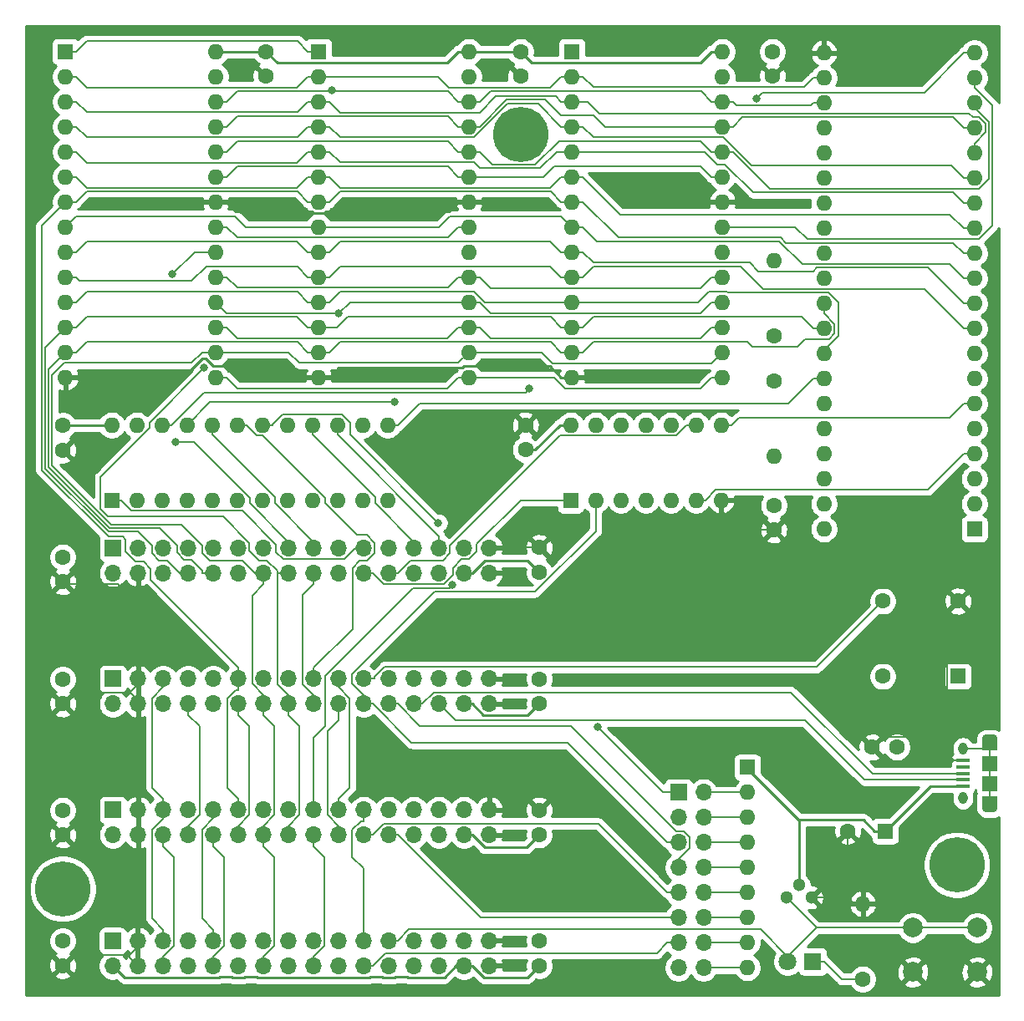
<source format=gbr>
%TF.GenerationSoftware,KiCad,Pcbnew,(5.1.9-0-10_14)*%
%TF.CreationDate,2021-03-24T21:17:22+01:00*%
%TF.ProjectId,n8 bit special,6e382062-6974-4207-9370-656369616c2e,2*%
%TF.SameCoordinates,Original*%
%TF.FileFunction,Copper,L1,Top*%
%TF.FilePolarity,Positive*%
%FSLAX46Y46*%
G04 Gerber Fmt 4.6, Leading zero omitted, Abs format (unit mm)*
G04 Created by KiCad (PCBNEW (5.1.9-0-10_14)) date 2021-03-24 21:17:22*
%MOMM*%
%LPD*%
G01*
G04 APERTURE LIST*
%TA.AperFunction,ComponentPad*%
%ADD10C,1.600000*%
%TD*%
%TA.AperFunction,ComponentPad*%
%ADD11C,5.600000*%
%TD*%
%TA.AperFunction,ComponentPad*%
%ADD12R,1.600000X1.600000*%
%TD*%
%TA.AperFunction,ComponentPad*%
%ADD13O,1.550000X0.890000*%
%TD*%
%TA.AperFunction,SMDPad,CuDef*%
%ADD14R,1.550000X1.200000*%
%TD*%
%TA.AperFunction,SMDPad,CuDef*%
%ADD15R,1.550000X1.500000*%
%TD*%
%TA.AperFunction,ComponentPad*%
%ADD16O,0.950000X1.250000*%
%TD*%
%TA.AperFunction,SMDPad,CuDef*%
%ADD17R,1.350000X0.400000*%
%TD*%
%TA.AperFunction,ComponentPad*%
%ADD18R,1.800000X1.800000*%
%TD*%
%TA.AperFunction,ComponentPad*%
%ADD19C,1.800000*%
%TD*%
%TA.AperFunction,ComponentPad*%
%ADD20R,1.700000X1.700000*%
%TD*%
%TA.AperFunction,ComponentPad*%
%ADD21O,1.700000X1.700000*%
%TD*%
%TA.AperFunction,ComponentPad*%
%ADD22O,1.600000X1.600000*%
%TD*%
%TA.AperFunction,ComponentPad*%
%ADD23C,1.300000*%
%TD*%
%TA.AperFunction,ComponentPad*%
%ADD24C,2.000000*%
%TD*%
%TA.AperFunction,ViaPad*%
%ADD25C,0.800000*%
%TD*%
%TA.AperFunction,Conductor*%
%ADD26C,0.154000*%
%TD*%
%TA.AperFunction,Conductor*%
%ADD27C,0.250000*%
%TD*%
%TA.AperFunction,Conductor*%
%ADD28C,0.254000*%
%TD*%
%TA.AperFunction,Conductor*%
%ADD29C,0.100000*%
%TD*%
G04 APERTURE END LIST*
D10*
%TO.P,C16,2*%
%TO.N,+5V*%
X175918000Y-113919000D03*
%TO.P,C16,1*%
%TO.N,GND*%
X173418000Y-113919000D03*
%TD*%
D11*
%TO.P,REF2,1*%
%TO.N,N/C*%
X137795000Y-51816000D03*
%TD*%
%TO.P,REF3,1*%
%TO.N,N/C*%
X181991000Y-125857000D03*
%TD*%
%TO.P,REF1,1*%
%TO.N,N/C*%
X91440000Y-128270000D03*
%TD*%
D10*
%TO.P,X1,4*%
%TO.N,GND*%
X182118000Y-99123500D03*
%TO.P,X1,5*%
%TO.N,CLK*%
X174498000Y-99123500D03*
%TO.P,X1,8*%
%TO.N,+5V*%
X174498000Y-106743500D03*
D12*
%TO.P,X1,1*%
%TO.N,Net-(X1-Pad1)*%
X182118000Y-106743500D03*
%TD*%
D13*
%TO.P,J1,6*%
%TO.N,Net-(J1-Pad6)*%
X185323000Y-113086000D03*
X185323000Y-120086000D03*
D14*
X185323000Y-113686000D03*
X185323000Y-119486000D03*
D15*
X185323000Y-115586000D03*
X185323000Y-117586000D03*
D16*
X182623000Y-114086000D03*
X182623000Y-119086000D03*
D17*
%TO.P,J1,5*%
%TO.N,GND*%
X182623000Y-115286000D03*
%TO.P,J1,4*%
%TO.N,Net-(J1-Pad4)*%
X182623000Y-115936000D03*
%TO.P,J1,3*%
%TO.N,USB_D+*%
X182623000Y-116586000D03*
%TO.P,J1,2*%
%TO.N,USB_D-*%
X182623000Y-117236000D03*
%TO.P,J1,1*%
%TO.N,+5V*%
X182623000Y-117886000D03*
%TD*%
D10*
%TO.P,C2,2*%
%TO.N,GND*%
X170952000Y-122428000D03*
D12*
%TO.P,C2,1*%
%TO.N,+5V*%
X174752000Y-122428000D03*
%TD*%
D10*
%TO.P,C1,1*%
%TO.N,GND*%
X138303000Y-81280000D03*
%TO.P,C1,2*%
%TO.N,+5V*%
X138303000Y-83780000D03*
%TD*%
%TO.P,C3,2*%
%TO.N,+5V*%
X91440000Y-94655000D03*
%TO.P,C3,1*%
%TO.N,GND*%
X91440000Y-97155000D03*
%TD*%
%TO.P,C4,2*%
%TO.N,GND*%
X139700000Y-93702500D03*
%TO.P,C4,1*%
%TO.N,+5V*%
X139700000Y-96202500D03*
%TD*%
%TO.P,C7,2*%
%TO.N,+5V*%
X91440000Y-120309000D03*
%TO.P,C7,1*%
%TO.N,GND*%
X91440000Y-122809000D03*
%TD*%
%TO.P,C8,1*%
%TO.N,+5V*%
X139700000Y-122809000D03*
%TO.P,C8,2*%
%TO.N,GND*%
X139700000Y-120309000D03*
%TD*%
%TO.P,C5,2*%
%TO.N,+5V*%
X91440000Y-107038000D03*
%TO.P,C5,1*%
%TO.N,GND*%
X91440000Y-109538000D03*
%TD*%
%TO.P,C6,1*%
%TO.N,+5V*%
X139700000Y-109538000D03*
%TO.P,C6,2*%
%TO.N,GND*%
X139700000Y-107038000D03*
%TD*%
%TO.P,C9,2*%
%TO.N,+5V*%
X91440000Y-133555100D03*
%TO.P,C9,1*%
%TO.N,GND*%
X91440000Y-136055100D03*
%TD*%
%TO.P,C10,1*%
%TO.N,+5V*%
X139700000Y-136078600D03*
%TO.P,C10,2*%
%TO.N,GND*%
X139700000Y-133578600D03*
%TD*%
%TO.P,C11,2*%
%TO.N,GND*%
X163449000Y-91908000D03*
%TO.P,C11,1*%
%TO.N,+5V*%
X163449000Y-89408000D03*
%TD*%
%TO.P,C12,1*%
%TO.N,+5V*%
X163322000Y-43434000D03*
%TO.P,C12,2*%
%TO.N,GND*%
X163322000Y-45934000D03*
%TD*%
%TO.P,C13,1*%
%TO.N,+5V*%
X137795000Y-43434000D03*
%TO.P,C13,2*%
%TO.N,GND*%
X137795000Y-45934000D03*
%TD*%
%TO.P,C14,1*%
%TO.N,+5V*%
X112014000Y-43434000D03*
%TO.P,C14,2*%
%TO.N,GND*%
X112014000Y-45934000D03*
%TD*%
D18*
%TO.P,D1,1*%
%TO.N,Net-(D1-Pad1)*%
X167386000Y-135636000D03*
D19*
%TO.P,D1,2*%
%TO.N,~RES*%
X164846000Y-135636000D03*
%TD*%
D20*
%TO.P,J2,1*%
%TO.N,+5V*%
X96520000Y-93726000D03*
D21*
%TO.P,J2,2*%
X96520000Y-96266000D03*
%TO.P,J2,3*%
%TO.N,GND*%
X99060000Y-93726000D03*
%TO.P,J2,4*%
X99060000Y-96266000D03*
%TO.P,J2,5*%
%TO.N,/A0*%
X101600000Y-93726000D03*
%TO.P,J2,6*%
%TO.N,/D0*%
X101600000Y-96266000D03*
%TO.P,J2,7*%
%TO.N,/A1*%
X104140000Y-93726000D03*
%TO.P,J2,8*%
%TO.N,/D1*%
X104140000Y-96266000D03*
%TO.P,J2,9*%
%TO.N,/A2*%
X106680000Y-93726000D03*
%TO.P,J2,10*%
%TO.N,/D2*%
X106680000Y-96266000D03*
%TO.P,J2,11*%
%TO.N,/A3*%
X109220000Y-93726000D03*
%TO.P,J2,12*%
%TO.N,/D3*%
X109220000Y-96266000D03*
%TO.P,J2,13*%
%TO.N,/A4*%
X111760000Y-93726000D03*
%TO.P,J2,14*%
%TO.N,/D4*%
X111760000Y-96266000D03*
%TO.P,J2,15*%
%TO.N,/A5*%
X114300000Y-93726000D03*
%TO.P,J2,16*%
%TO.N,/D5*%
X114300000Y-96266000D03*
%TO.P,J2,17*%
%TO.N,~PORT0_CS*%
X116840000Y-93726000D03*
%TO.P,J2,18*%
%TO.N,/D6*%
X116840000Y-96266000D03*
%TO.P,J2,19*%
%TO.N,R~W*%
X119380000Y-93726000D03*
%TO.P,J2,20*%
%TO.N,/D7*%
X119380000Y-96266000D03*
%TO.P,J2,21*%
%TO.N,CLK*%
X121920000Y-93726000D03*
%TO.P,J2,22*%
%TO.N,PORT0_IRQ_PULLUP*%
X121920000Y-96266000D03*
%TO.P,J2,23*%
%TO.N,~RES*%
X124460000Y-93726000D03*
%TO.P,J2,24*%
%TO.N,PORT0_NMI_PULLUP*%
X124460000Y-96266000D03*
%TO.P,J2,25*%
%TO.N,FUTURE0*%
X127000000Y-93726000D03*
%TO.P,J2,26*%
%TO.N,USB_D+*%
X127000000Y-96266000D03*
%TO.P,J2,27*%
%TO.N,FUTURE1*%
X129540000Y-93726000D03*
%TO.P,J2,28*%
%TO.N,USB_D-*%
X129540000Y-96266000D03*
%TO.P,J2,29*%
%TO.N,+5V*%
X132080000Y-93726000D03*
%TO.P,J2,30*%
X132080000Y-96266000D03*
%TO.P,J2,31*%
%TO.N,GND*%
X134620000Y-93726000D03*
%TO.P,J2,32*%
X134620000Y-96266000D03*
%TD*%
D20*
%TO.P,J3,1*%
%TO.N,+5V*%
X96520000Y-120269000D03*
D21*
%TO.P,J3,2*%
X96520000Y-122809000D03*
%TO.P,J3,3*%
%TO.N,GND*%
X99060000Y-120269000D03*
%TO.P,J3,4*%
X99060000Y-122809000D03*
%TO.P,J3,5*%
%TO.N,/A0*%
X101600000Y-120269000D03*
%TO.P,J3,6*%
%TO.N,/D0*%
X101600000Y-122809000D03*
%TO.P,J3,7*%
%TO.N,/A1*%
X104140000Y-120269000D03*
%TO.P,J3,8*%
%TO.N,/D1*%
X104140000Y-122809000D03*
%TO.P,J3,9*%
%TO.N,/A2*%
X106680000Y-120269000D03*
%TO.P,J3,10*%
%TO.N,/D2*%
X106680000Y-122809000D03*
%TO.P,J3,11*%
%TO.N,/A3*%
X109220000Y-120269000D03*
%TO.P,J3,12*%
%TO.N,/D3*%
X109220000Y-122809000D03*
%TO.P,J3,13*%
%TO.N,/A4*%
X111760000Y-120269000D03*
%TO.P,J3,14*%
%TO.N,/D4*%
X111760000Y-122809000D03*
%TO.P,J3,15*%
%TO.N,/A5*%
X114300000Y-120269000D03*
%TO.P,J3,16*%
%TO.N,/D5*%
X114300000Y-122809000D03*
%TO.P,J3,17*%
%TO.N,~PORT2_CS*%
X116840000Y-120269000D03*
%TO.P,J3,18*%
%TO.N,/D6*%
X116840000Y-122809000D03*
%TO.P,J3,19*%
%TO.N,R~W*%
X119380000Y-120269000D03*
%TO.P,J3,20*%
%TO.N,/D7*%
X119380000Y-122809000D03*
%TO.P,J3,21*%
%TO.N,CLK*%
X121920000Y-120269000D03*
%TO.P,J3,22*%
%TO.N,PORT2_IRQ_PULLUP*%
X121920000Y-122809000D03*
%TO.P,J3,23*%
%TO.N,~RES*%
X124460000Y-120269000D03*
%TO.P,J3,24*%
%TO.N,PORT2_NMI_PULLUP*%
X124460000Y-122809000D03*
%TO.P,J3,25*%
%TO.N,FUTURE0*%
X127000000Y-120269000D03*
%TO.P,J3,26*%
%TO.N,USB_D+*%
X127000000Y-122809000D03*
%TO.P,J3,27*%
%TO.N,FUTURE1*%
X129540000Y-120269000D03*
%TO.P,J3,28*%
%TO.N,USB_D-*%
X129540000Y-122809000D03*
%TO.P,J3,29*%
%TO.N,+5V*%
X132080000Y-120269000D03*
%TO.P,J3,30*%
X132080000Y-122809000D03*
%TO.P,J3,31*%
%TO.N,GND*%
X134620000Y-120269000D03*
%TO.P,J3,32*%
X134620000Y-122809000D03*
%TD*%
%TO.P,J4,32*%
%TO.N,GND*%
X134620000Y-109538000D03*
%TO.P,J4,31*%
X134620000Y-106998000D03*
%TO.P,J4,30*%
%TO.N,+5V*%
X132080000Y-109538000D03*
%TO.P,J4,29*%
X132080000Y-106998000D03*
%TO.P,J4,28*%
%TO.N,USB_D-*%
X129540000Y-109538000D03*
%TO.P,J4,27*%
%TO.N,FUTURE1*%
X129540000Y-106998000D03*
%TO.P,J4,26*%
%TO.N,USB_D+*%
X127000000Y-109538000D03*
%TO.P,J4,25*%
%TO.N,FUTURE0*%
X127000000Y-106998000D03*
%TO.P,J4,24*%
%TO.N,PORT1_NMI_PULLUP*%
X124460000Y-109538000D03*
%TO.P,J4,23*%
%TO.N,~RES*%
X124460000Y-106998000D03*
%TO.P,J4,22*%
%TO.N,PORT1_IRQ_PULLUP*%
X121920000Y-109538000D03*
%TO.P,J4,21*%
%TO.N,CLK*%
X121920000Y-106998000D03*
%TO.P,J4,20*%
%TO.N,/D7*%
X119380000Y-109538000D03*
%TO.P,J4,19*%
%TO.N,R~W*%
X119380000Y-106998000D03*
%TO.P,J4,18*%
%TO.N,/D6*%
X116840000Y-109538000D03*
%TO.P,J4,17*%
%TO.N,~PORT1_CS*%
X116840000Y-106998000D03*
%TO.P,J4,16*%
%TO.N,/D5*%
X114300000Y-109538000D03*
%TO.P,J4,15*%
%TO.N,/A5*%
X114300000Y-106998000D03*
%TO.P,J4,14*%
%TO.N,/D4*%
X111760000Y-109538000D03*
%TO.P,J4,13*%
%TO.N,/A4*%
X111760000Y-106998000D03*
%TO.P,J4,12*%
%TO.N,/D3*%
X109220000Y-109538000D03*
%TO.P,J4,11*%
%TO.N,/A3*%
X109220000Y-106998000D03*
%TO.P,J4,10*%
%TO.N,/D2*%
X106680000Y-109538000D03*
%TO.P,J4,9*%
%TO.N,/A2*%
X106680000Y-106998000D03*
%TO.P,J4,8*%
%TO.N,/D1*%
X104140000Y-109538000D03*
%TO.P,J4,7*%
%TO.N,/A1*%
X104140000Y-106998000D03*
%TO.P,J4,6*%
%TO.N,/D0*%
X101600000Y-109538000D03*
%TO.P,J4,5*%
%TO.N,/A0*%
X101600000Y-106998000D03*
%TO.P,J4,4*%
%TO.N,GND*%
X99060000Y-109538000D03*
%TO.P,J4,3*%
X99060000Y-106998000D03*
%TO.P,J4,2*%
%TO.N,+5V*%
X96520000Y-109538000D03*
D20*
%TO.P,J4,1*%
X96520000Y-106998000D03*
%TD*%
D21*
%TO.P,J5,32*%
%TO.N,GND*%
X134607300Y-136080000D03*
%TO.P,J5,31*%
X134607300Y-133540000D03*
%TO.P,J5,30*%
%TO.N,+5V*%
X132067300Y-136080000D03*
%TO.P,J5,29*%
X132067300Y-133540000D03*
%TO.P,J5,28*%
%TO.N,USB_D-*%
X129527300Y-136080000D03*
%TO.P,J5,27*%
%TO.N,FUTURE1*%
X129527300Y-133540000D03*
%TO.P,J5,26*%
%TO.N,USB_D+*%
X126987300Y-136080000D03*
%TO.P,J5,25*%
%TO.N,FUTURE0*%
X126987300Y-133540000D03*
%TO.P,J5,24*%
%TO.N,PORT3_NMI_PULLUP*%
X124447300Y-136080000D03*
%TO.P,J5,23*%
%TO.N,~RES*%
X124447300Y-133540000D03*
%TO.P,J5,22*%
%TO.N,PORT3_IRQ_PULLUP*%
X121907300Y-136080000D03*
%TO.P,J5,21*%
%TO.N,CLK*%
X121907300Y-133540000D03*
%TO.P,J5,20*%
%TO.N,/D7*%
X119367300Y-136080000D03*
%TO.P,J5,19*%
%TO.N,R~W*%
X119367300Y-133540000D03*
%TO.P,J5,18*%
%TO.N,/D6*%
X116827300Y-136080000D03*
%TO.P,J5,17*%
%TO.N,~PORT3_CS*%
X116827300Y-133540000D03*
%TO.P,J5,16*%
%TO.N,/D5*%
X114287300Y-136080000D03*
%TO.P,J5,15*%
%TO.N,/A5*%
X114287300Y-133540000D03*
%TO.P,J5,14*%
%TO.N,/D4*%
X111747300Y-136080000D03*
%TO.P,J5,13*%
%TO.N,/A4*%
X111747300Y-133540000D03*
%TO.P,J5,12*%
%TO.N,/D3*%
X109207300Y-136080000D03*
%TO.P,J5,11*%
%TO.N,/A3*%
X109207300Y-133540000D03*
%TO.P,J5,10*%
%TO.N,/D2*%
X106667300Y-136080000D03*
%TO.P,J5,9*%
%TO.N,/A2*%
X106667300Y-133540000D03*
%TO.P,J5,8*%
%TO.N,/D1*%
X104127300Y-136080000D03*
%TO.P,J5,7*%
%TO.N,/A1*%
X104127300Y-133540000D03*
%TO.P,J5,6*%
%TO.N,/D0*%
X101587300Y-136080000D03*
%TO.P,J5,5*%
%TO.N,/A0*%
X101587300Y-133540000D03*
%TO.P,J5,4*%
%TO.N,GND*%
X99047300Y-136080000D03*
%TO.P,J5,3*%
X99047300Y-133540000D03*
%TO.P,J5,2*%
%TO.N,+5V*%
X96507300Y-136080000D03*
D20*
%TO.P,J5,1*%
X96507300Y-133540000D03*
%TD*%
D10*
%TO.P,R1,1*%
%TO.N,Net-(D1-Pad1)*%
X172466000Y-137414000D03*
D22*
%TO.P,R1,2*%
%TO.N,GND*%
X172466000Y-129794000D03*
%TD*%
D10*
%TO.P,R2,1*%
%TO.N,Net-(R2-Pad1)*%
X163449000Y-76835000D03*
D22*
%TO.P,R2,2*%
%TO.N,+5V*%
X163449000Y-84455000D03*
%TD*%
%TO.P,R3,2*%
%TO.N,+5V*%
X163449000Y-64643000D03*
D10*
%TO.P,R3,1*%
%TO.N,Net-(R3-Pad1)*%
X163449000Y-72263000D03*
%TD*%
D12*
%TO.P,RN1,1*%
%TO.N,+5V*%
X160782000Y-115951000D03*
D22*
%TO.P,RN1,2*%
%TO.N,Net-(J6-Pad2)*%
X160782000Y-118491000D03*
%TO.P,RN1,3*%
%TO.N,Net-(J6-Pad4)*%
X160782000Y-121031000D03*
%TO.P,RN1,4*%
%TO.N,Net-(J6-Pad6)*%
X160782000Y-123571000D03*
%TO.P,RN1,5*%
%TO.N,Net-(J6-Pad8)*%
X160782000Y-126111000D03*
%TO.P,RN1,6*%
%TO.N,Net-(J6-Pad10)*%
X160782000Y-128651000D03*
%TO.P,RN1,7*%
%TO.N,Net-(J6-Pad12)*%
X160782000Y-131191000D03*
%TO.P,RN1,8*%
%TO.N,Net-(J6-Pad14)*%
X160782000Y-133731000D03*
%TO.P,RN1,9*%
%TO.N,Net-(J6-Pad16)*%
X160782000Y-136271000D03*
%TD*%
D23*
%TO.P,U7,2*%
%TO.N,+5V*%
X165989000Y-127889000D03*
%TO.P,U7,3*%
%TO.N,GND*%
X167259000Y-129159000D03*
%TO.P,U7,1*%
%TO.N,~RES*%
X164719000Y-129159000D03*
%TD*%
D12*
%TO.P,U6,1*%
%TO.N,CLK*%
X96393000Y-88900000D03*
D22*
%TO.P,U6,13*%
%TO.N,R~W*%
X124333000Y-81280000D03*
%TO.P,U6,2*%
%TO.N,/A6*%
X98933000Y-88900000D03*
%TO.P,U6,14*%
%TO.N,Net-(U6-Pad14)*%
X121793000Y-81280000D03*
%TO.P,U6,3*%
%TO.N,/A7*%
X101473000Y-88900000D03*
%TO.P,U6,15*%
%TO.N,FUTURE1*%
X119253000Y-81280000D03*
%TO.P,U6,4*%
%TO.N,/A8*%
X104013000Y-88900000D03*
%TO.P,U6,16*%
%TO.N,FUTURE0*%
X116713000Y-81280000D03*
%TO.P,U6,5*%
%TO.N,/A9*%
X106553000Y-88900000D03*
%TO.P,U6,17*%
%TO.N,~PORT3_CS*%
X114173000Y-81280000D03*
%TO.P,U6,6*%
%TO.N,/A10*%
X109093000Y-88900000D03*
%TO.P,U6,18*%
%TO.N,~PORT2_CS*%
X111633000Y-81280000D03*
%TO.P,U6,7*%
%TO.N,/A11*%
X111633000Y-88900000D03*
%TO.P,U6,19*%
%TO.N,~PORT1_CS*%
X109093000Y-81280000D03*
%TO.P,U6,8*%
%TO.N,/A12*%
X114173000Y-88900000D03*
%TO.P,U6,20*%
%TO.N,~PORT0_CS*%
X106553000Y-81280000D03*
%TO.P,U6,9*%
%TO.N,/A13*%
X116713000Y-88900000D03*
%TO.P,U6,21*%
%TO.N,~RAM2_CS*%
X104013000Y-81280000D03*
%TO.P,U6,10*%
%TO.N,/A14*%
X119253000Y-88900000D03*
%TO.P,U6,22*%
%TO.N,~RAM1_CS*%
X101473000Y-81280000D03*
%TO.P,U6,11*%
%TO.N,/A15*%
X121793000Y-88900000D03*
%TO.P,U6,23*%
%TO.N,~ROM_CS*%
X98933000Y-81280000D03*
%TO.P,U6,12*%
%TO.N,GND*%
X124333000Y-88900000D03*
%TO.P,U6,24*%
%TO.N,+5V*%
X96393000Y-81280000D03*
%TD*%
D10*
%TO.P,C15,1*%
%TO.N,GND*%
X91440000Y-83820000D03*
%TO.P,C15,2*%
%TO.N,+5V*%
X91440000Y-81320000D03*
%TD*%
D20*
%TO.P,J6,1*%
%TO.N,PORT0_IRQ_PULLUP*%
X153797000Y-118491000D03*
D21*
%TO.P,J6,2*%
%TO.N,Net-(J6-Pad2)*%
X156337000Y-118491000D03*
%TO.P,J6,3*%
%TO.N,PORT0_NMI_PULLUP*%
X153797000Y-121031000D03*
%TO.P,J6,4*%
%TO.N,Net-(J6-Pad4)*%
X156337000Y-121031000D03*
%TO.P,J6,5*%
%TO.N,PORT1_IRQ_PULLUP*%
X153797000Y-123571000D03*
%TO.P,J6,6*%
%TO.N,Net-(J6-Pad6)*%
X156337000Y-123571000D03*
%TO.P,J6,7*%
%TO.N,PORT1_NMI_PULLUP*%
X153797000Y-126111000D03*
%TO.P,J6,8*%
%TO.N,Net-(J6-Pad8)*%
X156337000Y-126111000D03*
%TO.P,J6,9*%
%TO.N,PORT2_IRQ_PULLUP*%
X153797000Y-128651000D03*
%TO.P,J6,10*%
%TO.N,Net-(J6-Pad10)*%
X156337000Y-128651000D03*
%TO.P,J6,11*%
%TO.N,PORT2_NMI_PULLUP*%
X153797000Y-131191000D03*
%TO.P,J6,12*%
%TO.N,Net-(J6-Pad12)*%
X156337000Y-131191000D03*
%TO.P,J6,13*%
%TO.N,PORT3_IRQ_PULLUP*%
X153797000Y-133731000D03*
%TO.P,J6,14*%
%TO.N,Net-(J6-Pad14)*%
X156337000Y-133731000D03*
%TO.P,J6,15*%
%TO.N,PORT3_NMI_PULLUP*%
X153797000Y-136271000D03*
%TO.P,J6,16*%
%TO.N,Net-(J6-Pad16)*%
X156337000Y-136271000D03*
%TD*%
D24*
%TO.P,SW1,2*%
%TO.N,GND*%
X177546000Y-136707000D03*
%TO.P,SW1,1*%
%TO.N,~RES*%
X177546000Y-132207000D03*
%TO.P,SW1,2*%
%TO.N,GND*%
X184046000Y-136707000D03*
%TO.P,SW1,1*%
%TO.N,~RES*%
X184046000Y-132207000D03*
%TD*%
D12*
%TO.P,U1,1*%
%TO.N,Net-(U1-Pad1)*%
X183769000Y-91821000D03*
D22*
%TO.P,U1,21*%
%TO.N,GND*%
X168529000Y-43561000D03*
%TO.P,U1,2*%
%TO.N,Net-(R2-Pad1)*%
X183769000Y-89281000D03*
%TO.P,U1,22*%
%TO.N,/A12*%
X168529000Y-46101000D03*
%TO.P,U1,3*%
%TO.N,Net-(U1-Pad3)*%
X183769000Y-86741000D03*
%TO.P,U1,23*%
%TO.N,/A13*%
X168529000Y-48641000D03*
%TO.P,U1,4*%
%TO.N,~IRQ*%
X183769000Y-84201000D03*
%TO.P,U1,24*%
%TO.N,/A14*%
X168529000Y-51181000D03*
%TO.P,U1,5*%
%TO.N,Net-(U1-Pad5)*%
X183769000Y-81661000D03*
%TO.P,U1,25*%
%TO.N,/A15*%
X168529000Y-53721000D03*
%TO.P,U1,6*%
%TO.N,~NMI*%
X183769000Y-79121000D03*
%TO.P,U1,26*%
%TO.N,/D7*%
X168529000Y-56261000D03*
%TO.P,U1,7*%
%TO.N,Net-(U1-Pad7)*%
X183769000Y-76581000D03*
%TO.P,U1,27*%
%TO.N,/D6*%
X168529000Y-58801000D03*
%TO.P,U1,8*%
%TO.N,+5V*%
X183769000Y-74041000D03*
%TO.P,U1,28*%
%TO.N,/D5*%
X168529000Y-61341000D03*
%TO.P,U1,9*%
%TO.N,/A0*%
X183769000Y-71501000D03*
%TO.P,U1,29*%
%TO.N,/D4*%
X168529000Y-63881000D03*
%TO.P,U1,10*%
%TO.N,/A1*%
X183769000Y-68961000D03*
%TO.P,U1,30*%
%TO.N,/D3*%
X168529000Y-66421000D03*
%TO.P,U1,11*%
%TO.N,/A2*%
X183769000Y-66421000D03*
%TO.P,U1,31*%
%TO.N,/D2*%
X168529000Y-68961000D03*
%TO.P,U1,12*%
%TO.N,/A3*%
X183769000Y-63881000D03*
%TO.P,U1,32*%
%TO.N,/D1*%
X168529000Y-71501000D03*
%TO.P,U1,13*%
%TO.N,/A4*%
X183769000Y-61341000D03*
%TO.P,U1,33*%
%TO.N,/D0*%
X168529000Y-74041000D03*
%TO.P,U1,14*%
%TO.N,/A5*%
X183769000Y-58801000D03*
%TO.P,U1,34*%
%TO.N,R~W*%
X168529000Y-76581000D03*
%TO.P,U1,15*%
%TO.N,/A6*%
X183769000Y-56261000D03*
%TO.P,U1,35*%
%TO.N,Net-(U1-Pad35)*%
X168529000Y-79121000D03*
%TO.P,U1,16*%
%TO.N,/A7*%
X183769000Y-53721000D03*
%TO.P,U1,36*%
%TO.N,Net-(R3-Pad1)*%
X168529000Y-81661000D03*
%TO.P,U1,17*%
%TO.N,/A8*%
X183769000Y-51181000D03*
%TO.P,U1,37*%
%TO.N,CLK*%
X168529000Y-84201000D03*
%TO.P,U1,18*%
%TO.N,/A9*%
X183769000Y-48641000D03*
%TO.P,U1,38*%
%TO.N,+5V*%
X168529000Y-86741000D03*
%TO.P,U1,19*%
%TO.N,/A10*%
X183769000Y-46101000D03*
%TO.P,U1,39*%
%TO.N,Net-(U1-Pad39)*%
X168529000Y-89281000D03*
%TO.P,U1,20*%
%TO.N,/A11*%
X183769000Y-43561000D03*
%TO.P,U1,40*%
%TO.N,~RES*%
X168529000Y-91821000D03*
%TD*%
D12*
%TO.P,U2,1*%
%TO.N,/A14*%
X143002000Y-43434000D03*
D22*
%TO.P,U2,15*%
%TO.N,/D3*%
X158242000Y-76454000D03*
%TO.P,U2,2*%
%TO.N,/A12*%
X143002000Y-45974000D03*
%TO.P,U2,16*%
%TO.N,/D4*%
X158242000Y-73914000D03*
%TO.P,U2,3*%
%TO.N,/A7*%
X143002000Y-48514000D03*
%TO.P,U2,17*%
%TO.N,/D5*%
X158242000Y-71374000D03*
%TO.P,U2,4*%
%TO.N,/A6*%
X143002000Y-51054000D03*
%TO.P,U2,18*%
%TO.N,/D6*%
X158242000Y-68834000D03*
%TO.P,U2,5*%
%TO.N,/A5*%
X143002000Y-53594000D03*
%TO.P,U2,19*%
%TO.N,/D7*%
X158242000Y-66294000D03*
%TO.P,U2,6*%
%TO.N,/A4*%
X143002000Y-56134000D03*
%TO.P,U2,20*%
%TO.N,~RAM1_CS*%
X158242000Y-63754000D03*
%TO.P,U2,7*%
%TO.N,/A3*%
X143002000Y-58674000D03*
%TO.P,U2,21*%
%TO.N,/A10*%
X158242000Y-61214000D03*
%TO.P,U2,8*%
%TO.N,/A2*%
X143002000Y-61214000D03*
%TO.P,U2,22*%
%TO.N,GND*%
X158242000Y-58674000D03*
%TO.P,U2,9*%
%TO.N,/A1*%
X143002000Y-63754000D03*
%TO.P,U2,23*%
%TO.N,/A11*%
X158242000Y-56134000D03*
%TO.P,U2,10*%
%TO.N,/A0*%
X143002000Y-66294000D03*
%TO.P,U2,24*%
%TO.N,/A9*%
X158242000Y-53594000D03*
%TO.P,U2,11*%
%TO.N,/D0*%
X143002000Y-68834000D03*
%TO.P,U2,25*%
%TO.N,/A8*%
X158242000Y-51054000D03*
%TO.P,U2,12*%
%TO.N,/D1*%
X143002000Y-71374000D03*
%TO.P,U2,26*%
%TO.N,/A13*%
X158242000Y-48514000D03*
%TO.P,U2,13*%
%TO.N,/D2*%
X143002000Y-73914000D03*
%TO.P,U2,27*%
%TO.N,R~W*%
X158242000Y-45974000D03*
%TO.P,U2,14*%
%TO.N,GND*%
X143002000Y-76454000D03*
%TO.P,U2,28*%
%TO.N,+5V*%
X158242000Y-43434000D03*
%TD*%
D12*
%TO.P,U3,1*%
%TO.N,/A14*%
X117348000Y-43434000D03*
D22*
%TO.P,U3,15*%
%TO.N,/D3*%
X132588000Y-76454000D03*
%TO.P,U3,2*%
%TO.N,/A12*%
X117348000Y-45974000D03*
%TO.P,U3,16*%
%TO.N,/D4*%
X132588000Y-73914000D03*
%TO.P,U3,3*%
%TO.N,/A7*%
X117348000Y-48514000D03*
%TO.P,U3,17*%
%TO.N,/D5*%
X132588000Y-71374000D03*
%TO.P,U3,4*%
%TO.N,/A6*%
X117348000Y-51054000D03*
%TO.P,U3,18*%
%TO.N,/D6*%
X132588000Y-68834000D03*
%TO.P,U3,5*%
%TO.N,/A5*%
X117348000Y-53594000D03*
%TO.P,U3,19*%
%TO.N,/D7*%
X132588000Y-66294000D03*
%TO.P,U3,6*%
%TO.N,/A4*%
X117348000Y-56134000D03*
%TO.P,U3,20*%
%TO.N,~RAM2_CS*%
X132588000Y-63754000D03*
%TO.P,U3,7*%
%TO.N,/A3*%
X117348000Y-58674000D03*
%TO.P,U3,21*%
%TO.N,/A10*%
X132588000Y-61214000D03*
%TO.P,U3,8*%
%TO.N,/A2*%
X117348000Y-61214000D03*
%TO.P,U3,22*%
%TO.N,GND*%
X132588000Y-58674000D03*
%TO.P,U3,9*%
%TO.N,/A1*%
X117348000Y-63754000D03*
%TO.P,U3,23*%
%TO.N,/A11*%
X132588000Y-56134000D03*
%TO.P,U3,10*%
%TO.N,/A0*%
X117348000Y-66294000D03*
%TO.P,U3,24*%
%TO.N,/A9*%
X132588000Y-53594000D03*
%TO.P,U3,11*%
%TO.N,/D0*%
X117348000Y-68834000D03*
%TO.P,U3,25*%
%TO.N,/A8*%
X132588000Y-51054000D03*
%TO.P,U3,12*%
%TO.N,/D1*%
X117348000Y-71374000D03*
%TO.P,U3,26*%
%TO.N,/A13*%
X132588000Y-48514000D03*
%TO.P,U3,13*%
%TO.N,/D2*%
X117348000Y-73914000D03*
%TO.P,U3,27*%
%TO.N,R~W*%
X132588000Y-45974000D03*
%TO.P,U3,14*%
%TO.N,GND*%
X117348000Y-76454000D03*
%TO.P,U3,28*%
%TO.N,+5V*%
X132588000Y-43434000D03*
%TD*%
%TO.P,U4,28*%
%TO.N,+5V*%
X106934000Y-43434000D03*
%TO.P,U4,14*%
%TO.N,GND*%
X91694000Y-76454000D03*
%TO.P,U4,27*%
%TO.N,+5V*%
X106934000Y-45974000D03*
%TO.P,U4,13*%
%TO.N,/D2*%
X91694000Y-73914000D03*
%TO.P,U4,26*%
%TO.N,/A13*%
X106934000Y-48514000D03*
%TO.P,U4,12*%
%TO.N,/D1*%
X91694000Y-71374000D03*
%TO.P,U4,25*%
%TO.N,/A8*%
X106934000Y-51054000D03*
%TO.P,U4,11*%
%TO.N,/D0*%
X91694000Y-68834000D03*
%TO.P,U4,24*%
%TO.N,/A9*%
X106934000Y-53594000D03*
%TO.P,U4,10*%
%TO.N,/A0*%
X91694000Y-66294000D03*
%TO.P,U4,23*%
%TO.N,/A11*%
X106934000Y-56134000D03*
%TO.P,U4,9*%
%TO.N,/A1*%
X91694000Y-63754000D03*
%TO.P,U4,22*%
%TO.N,GND*%
X106934000Y-58674000D03*
%TO.P,U4,8*%
%TO.N,/A2*%
X91694000Y-61214000D03*
%TO.P,U4,21*%
%TO.N,/A10*%
X106934000Y-61214000D03*
%TO.P,U4,7*%
%TO.N,/A3*%
X91694000Y-58674000D03*
%TO.P,U4,20*%
%TO.N,~ROM_CS*%
X106934000Y-63754000D03*
%TO.P,U4,6*%
%TO.N,/A4*%
X91694000Y-56134000D03*
%TO.P,U4,19*%
%TO.N,/D7*%
X106934000Y-66294000D03*
%TO.P,U4,5*%
%TO.N,/A5*%
X91694000Y-53594000D03*
%TO.P,U4,18*%
%TO.N,/D6*%
X106934000Y-68834000D03*
%TO.P,U4,4*%
%TO.N,/A6*%
X91694000Y-51054000D03*
%TO.P,U4,17*%
%TO.N,/D5*%
X106934000Y-71374000D03*
%TO.P,U4,3*%
%TO.N,/A7*%
X91694000Y-48514000D03*
%TO.P,U4,16*%
%TO.N,/D4*%
X106934000Y-73914000D03*
%TO.P,U4,2*%
%TO.N,/A12*%
X91694000Y-45974000D03*
%TO.P,U4,15*%
%TO.N,/D3*%
X106934000Y-76454000D03*
D12*
%TO.P,U4,1*%
%TO.N,/A14*%
X91694000Y-43434000D03*
%TD*%
%TO.P,U5,1*%
%TO.N,PORT0_IRQ_PULLUP*%
X142875000Y-88900000D03*
D22*
%TO.P,U5,8*%
%TO.N,~NMI*%
X158115000Y-81280000D03*
%TO.P,U5,2*%
%TO.N,PORT1_IRQ_PULLUP*%
X145415000Y-88900000D03*
%TO.P,U5,9*%
%TO.N,PORT0_NMI_PULLUP*%
X155575000Y-81280000D03*
%TO.P,U5,3*%
%TO.N,N/C*%
X147955000Y-88900000D03*
%TO.P,U5,10*%
%TO.N,PORT1_NMI_PULLUP*%
X153035000Y-81280000D03*
%TO.P,U5,4*%
%TO.N,PORT2_IRQ_PULLUP*%
X150495000Y-88900000D03*
%TO.P,U5,11*%
%TO.N,N/C*%
X150495000Y-81280000D03*
%TO.P,U5,5*%
%TO.N,PORT3_IRQ_PULLUP*%
X153035000Y-88900000D03*
%TO.P,U5,12*%
%TO.N,PORT2_NMI_PULLUP*%
X147955000Y-81280000D03*
%TO.P,U5,6*%
%TO.N,~IRQ*%
X155575000Y-88900000D03*
%TO.P,U5,13*%
%TO.N,PORT3_NMI_PULLUP*%
X145415000Y-81280000D03*
%TO.P,U5,7*%
%TO.N,GND*%
X158115000Y-88900000D03*
%TO.P,U5,14*%
%TO.N,+5V*%
X142875000Y-81280000D03*
%TD*%
D25*
%TO.N,GND*%
X139725400Y-127889000D03*
X160782000Y-112903000D03*
X138539001Y-75328999D03*
%TO.N,/A5*%
X102868300Y-83018900D03*
%TO.N,/D5*%
X105778250Y-75448571D03*
%TO.N,/D6*%
X119395577Y-69974232D03*
%TO.N,PORT0_IRQ_PULLUP*%
X145613900Y-111886521D03*
%TO.N,~PORT2_CS*%
X130888400Y-97489200D03*
X129485300Y-91189400D03*
%TO.N,/A13*%
X118719398Y-47333998D03*
%TO.N,/A11*%
X161663100Y-48227500D03*
%TO.N,~RAM2_CS*%
X125010010Y-78955700D03*
%TO.N,~RAM1_CS*%
X138698600Y-77580600D03*
%TO.N,~ROM_CS*%
X102547000Y-66002400D03*
%TD*%
D26*
%TO.N,GND*%
X163322000Y-45934000D02*
X165695000Y-43561000D01*
X165695000Y-43561000D02*
X168529000Y-43561000D01*
X181007200Y-112841200D02*
X181007200Y-114622500D01*
X181007200Y-114622500D02*
X181670700Y-115286000D01*
X181007200Y-112841200D02*
X174495800Y-112841200D01*
X174495800Y-112841200D02*
X173418000Y-113919000D01*
X158115000Y-89977300D02*
X160045700Y-91908000D01*
X160045700Y-91908000D02*
X163449000Y-91908000D01*
X158115000Y-88900000D02*
X158115000Y-89977300D01*
X170952000Y-129159000D02*
X167259000Y-129159000D01*
X170952000Y-122428000D02*
X170952000Y-129159000D01*
X91440000Y-97155000D02*
X91703500Y-97418500D01*
X91703500Y-97418500D02*
X97013800Y-97418500D01*
X97013800Y-97418500D02*
X99060000Y-99464700D01*
X99060000Y-99464700D02*
X99060000Y-106998000D01*
X182623000Y-115286000D02*
X181670700Y-115286000D01*
X135747300Y-93726000D02*
X135770800Y-93702500D01*
X135770800Y-93702500D02*
X139700000Y-93702500D01*
X134620000Y-93726000D02*
X135747300Y-93726000D01*
X92573800Y-108404200D02*
X91440000Y-109538000D01*
X98211600Y-108404200D02*
X92573800Y-108404200D01*
X99060000Y-107555800D02*
X98211600Y-108404200D01*
X99060000Y-106998000D02*
X99060000Y-107555800D01*
X99060000Y-109156500D02*
X99060000Y-109538000D01*
X98307700Y-108404200D02*
X99060000Y-109156500D01*
X98211600Y-108404200D02*
X98307700Y-108404200D01*
X171587000Y-129794000D02*
X170952000Y-129159000D01*
X172466000Y-129794000D02*
X171587000Y-129794000D01*
X99047300Y-134097800D02*
X98189300Y-134955800D01*
X99047300Y-133540000D02*
X99047300Y-134097800D01*
X92548900Y-134946200D02*
X91427300Y-136067800D01*
X98179700Y-134946200D02*
X92548900Y-134946200D01*
X91427300Y-136067800D02*
X91427300Y-136080000D01*
X98189300Y-134955800D02*
X98179700Y-134946200D01*
X98189300Y-135222000D02*
X99047300Y-136080000D01*
X98189300Y-134955800D02*
X98189300Y-135222000D01*
X181007200Y-100234300D02*
X182118000Y-99123500D01*
X181007200Y-100234300D02*
X181007200Y-112841200D01*
X181006300Y-100234300D02*
X181007200Y-100234300D01*
X178277600Y-97505600D02*
X181006300Y-100234300D01*
X169046600Y-97505600D02*
X178277600Y-97505600D01*
X163449000Y-91908000D02*
X169046600Y-97505600D01*
D27*
X117888001Y-59799001D02*
X118060502Y-59626500D01*
X116807999Y-59799001D02*
X117888001Y-59799001D01*
X131510700Y-58674000D02*
X132588000Y-58674000D01*
X116635498Y-59626500D02*
X116807999Y-59799001D01*
X108011300Y-58674000D02*
X108963800Y-59626500D01*
X106934000Y-58674000D02*
X108011300Y-58674000D01*
X118060502Y-59626500D02*
X130558200Y-59626500D01*
X130558200Y-59626500D02*
X131510700Y-58674000D01*
X108963800Y-59626500D02*
X116635498Y-59626500D01*
X119377800Y-75501500D02*
X118425300Y-76454000D01*
X132047999Y-75328999D02*
X131875498Y-75501500D01*
X118425300Y-76454000D02*
X117348000Y-76454000D01*
X131875498Y-75501500D02*
X119377800Y-75501500D01*
X140799699Y-75328999D02*
X138539001Y-75328999D01*
X141924700Y-76454000D02*
X140799699Y-75328999D01*
X143002000Y-76454000D02*
X141924700Y-76454000D01*
X138539001Y-75328999D02*
X132047999Y-75328999D01*
X114490500Y-75311000D02*
X106665998Y-75311000D01*
X105569998Y-74522498D02*
X103638496Y-76454000D01*
X117348000Y-76454000D02*
X115633500Y-76454000D01*
X105877496Y-74522498D02*
X105569998Y-74522498D01*
X115633500Y-76454000D02*
X114490500Y-75311000D01*
X106665998Y-75311000D02*
X105877496Y-74522498D01*
X103638496Y-76454000D02*
X91694000Y-76454000D01*
%TO.N,+5V*%
X112014000Y-43434000D02*
X106934000Y-43434000D01*
X165989000Y-121341400D02*
X165989000Y-127889000D01*
X137795000Y-43434000D02*
X132588000Y-43434000D01*
X142875000Y-81280000D02*
X141797700Y-81280000D01*
X141797700Y-81280000D02*
X139297700Y-83780000D01*
X139297700Y-83780000D02*
X138303000Y-83780000D01*
X138520800Y-137257800D02*
X139700000Y-136078600D01*
X134090600Y-137257800D02*
X138520800Y-137257800D01*
X132912800Y-136080000D02*
X134090600Y-137257800D01*
X132067300Y-136080000D02*
X132912800Y-136080000D01*
X179294000Y-117886000D02*
X182623000Y-117886000D01*
X174752000Y-122428000D02*
X179294000Y-117886000D01*
X165981900Y-121341400D02*
X165989000Y-121341400D01*
X160782000Y-116141500D02*
X165981900Y-121341400D01*
X160782000Y-115951000D02*
X160782000Y-116141500D01*
X91440000Y-81320000D02*
X91480000Y-81280000D01*
X91480000Y-81280000D02*
X96393000Y-81280000D01*
X113157000Y-44577000D02*
X112014000Y-43434000D01*
X130367700Y-44577000D02*
X113157000Y-44577000D01*
X131510700Y-43434000D02*
X130367700Y-44577000D01*
X132588000Y-43434000D02*
X131510700Y-43434000D01*
X156021700Y-44577000D02*
X138938000Y-44577000D01*
X157164700Y-43434000D02*
X156021700Y-44577000D01*
X138938000Y-44577000D02*
X137795000Y-43434000D01*
X158242000Y-43434000D02*
X157164700Y-43434000D01*
X132880998Y-96266000D02*
X134150998Y-94996000D01*
X138493500Y-94996000D02*
X139700000Y-96202500D01*
X134150998Y-94996000D02*
X138493500Y-94996000D01*
X132080000Y-96266000D02*
X132880998Y-96266000D01*
X138524999Y-110713001D02*
X139700000Y-109538000D01*
X134055999Y-110713001D02*
X138524999Y-110713001D01*
X132880998Y-109538000D02*
X134055999Y-110713001D01*
X132080000Y-109538000D02*
X132880998Y-109538000D01*
X132880998Y-122809000D02*
X134150998Y-124079000D01*
X132080000Y-122809000D02*
X132880998Y-122809000D01*
X138430000Y-124079000D02*
X139700000Y-122809000D01*
X134150998Y-124079000D02*
X138430000Y-124079000D01*
X107231301Y-137255001D02*
X97682301Y-137255001D01*
X107326302Y-137160000D02*
X107231301Y-137255001D01*
X108643299Y-137255001D02*
X108548298Y-137160000D01*
X97682301Y-137255001D02*
X96507300Y-136080000D01*
X109771301Y-137255001D02*
X108643299Y-137255001D01*
X111088298Y-137160000D02*
X109866302Y-137160000D01*
X122471301Y-137255001D02*
X111183299Y-137255001D01*
X108548298Y-137160000D02*
X107326302Y-137160000D01*
X122566302Y-137160000D02*
X122471301Y-137255001D01*
X109866302Y-137160000D02*
X109771301Y-137255001D01*
X123883299Y-137255001D02*
X123788298Y-137160000D01*
X126328298Y-137160000D02*
X125106302Y-137160000D01*
X123788298Y-137160000D02*
X122566302Y-137160000D01*
X125011301Y-137255001D02*
X123883299Y-137255001D01*
X130091301Y-137255001D02*
X126423299Y-137255001D01*
X131266302Y-136080000D02*
X130091301Y-137255001D01*
X126423299Y-137255001D02*
X126328298Y-137160000D01*
X111183299Y-137255001D02*
X111088298Y-137160000D01*
X125106302Y-137160000D02*
X125011301Y-137255001D01*
X132067300Y-136080000D02*
X131266302Y-136080000D01*
X173674700Y-122428000D02*
X174399700Y-122428000D01*
X172531700Y-121285000D02*
X173674700Y-122428000D01*
X166045400Y-121285000D02*
X172531700Y-121285000D01*
X174399700Y-122428000D02*
X174752000Y-122428000D01*
X165989000Y-121341400D02*
X166045400Y-121285000D01*
D26*
%TO.N,Net-(D1-Pad1)*%
X167386000Y-135636000D02*
X168563300Y-135636000D01*
X172466000Y-137414000D02*
X170341300Y-137414000D01*
X170341300Y-137414000D02*
X168563300Y-135636000D01*
%TO.N,~RES*%
X164846000Y-135128000D02*
X164846000Y-135636000D01*
X167767000Y-132207000D02*
X164846000Y-135128000D01*
X167767000Y-132207000D02*
X164719000Y-129159000D01*
X177546000Y-132207000D02*
X167767000Y-132207000D01*
X184046000Y-132207000D02*
X177546000Y-132207000D01*
X126484500Y-132396500D02*
X125341000Y-133540000D01*
X125341000Y-133540000D02*
X124447300Y-133540000D01*
X162114500Y-132396500D02*
X126484500Y-132396500D01*
X164846000Y-135128000D02*
X162114500Y-132396500D01*
%TO.N,USB_D+*%
X173437400Y-116586000D02*
X182623000Y-116586000D01*
X165217500Y-108366100D02*
X173437400Y-116586000D01*
X129017400Y-108366100D02*
X165217500Y-108366100D01*
X127845500Y-109538000D02*
X129017400Y-108366100D01*
X127000000Y-109538000D02*
X127845500Y-109538000D01*
%TO.N,USB_D-*%
X166593411Y-111209511D02*
X172619900Y-117236000D01*
X131211511Y-111209511D02*
X166593411Y-111209511D01*
X129540000Y-109538000D02*
X131211511Y-111209511D01*
X172619900Y-117236000D02*
X182623000Y-117236000D01*
%TO.N,/A0*%
X182691700Y-71501000D02*
X178701200Y-67510500D01*
X178701200Y-67510500D02*
X162386100Y-67510500D01*
X162386100Y-67510500D02*
X160092200Y-65216600D01*
X160092200Y-65216600D02*
X145156700Y-65216600D01*
X145156700Y-65216600D02*
X144079300Y-66294000D01*
X92771300Y-66294000D02*
X93157000Y-66679700D01*
X93157000Y-66679700D02*
X104509400Y-66679700D01*
X104509400Y-66679700D02*
X105972500Y-65216600D01*
X105972500Y-65216600D02*
X115193300Y-65216600D01*
X115193300Y-65216600D02*
X116270700Y-66294000D01*
X117348000Y-66294000D02*
X116270700Y-66294000D01*
X91694000Y-66294000D02*
X92771300Y-66294000D01*
X143002000Y-66294000D02*
X141924700Y-66294000D01*
X117348000Y-66294000D02*
X118425300Y-66294000D01*
X118425300Y-66294000D02*
X119522300Y-65197000D01*
X119522300Y-65197000D02*
X140827700Y-65197000D01*
X140827700Y-65197000D02*
X141924700Y-66294000D01*
X183769000Y-71501000D02*
X182691700Y-71501000D01*
X143002000Y-66294000D02*
X144079300Y-66294000D01*
X101600000Y-119141700D02*
X101600000Y-120269000D01*
X100466200Y-118007900D02*
X101600000Y-119141700D01*
X100466200Y-108977300D02*
X100466200Y-118007900D01*
X101600000Y-107843500D02*
X100466200Y-108977300D01*
X101600000Y-106998000D02*
X101600000Y-107843500D01*
X100468500Y-131293900D02*
X101587300Y-132412700D01*
X100468500Y-122294200D02*
X100468500Y-131293900D01*
X101600000Y-121162700D02*
X100468500Y-122294200D01*
X101587300Y-132412700D02*
X101587300Y-133540000D01*
X101600000Y-120269000D02*
X101600000Y-121162700D01*
%TO.N,/D0*%
X118425300Y-68834000D02*
X119502700Y-67756600D01*
X119502700Y-67756600D02*
X133089100Y-67756600D01*
X133089100Y-67756600D02*
X134166500Y-68834000D01*
X134166500Y-68834000D02*
X143002000Y-68834000D01*
X117348000Y-68834000D02*
X116270700Y-68834000D01*
X117348000Y-68834000D02*
X118425300Y-68834000D01*
X92771300Y-68834000D02*
X93853800Y-67751500D01*
X93853800Y-67751500D02*
X115188200Y-67751500D01*
X115188200Y-67751500D02*
X116270700Y-68834000D01*
X91694000Y-68834000D02*
X92771300Y-68834000D01*
X101600000Y-123936300D02*
X101600000Y-122809000D01*
X102718800Y-125055100D02*
X101600000Y-123936300D01*
X102718800Y-134054800D02*
X102718800Y-125055100D01*
X101587300Y-135186300D02*
X102718800Y-134054800D01*
X101587300Y-136080000D02*
X101587300Y-135186300D01*
X155744800Y-68834000D02*
X143002000Y-68834000D01*
X158796600Y-67864800D02*
X158646100Y-67714300D01*
X168963400Y-67864800D02*
X158796600Y-67864800D01*
X169975100Y-68876500D02*
X168963400Y-67864800D01*
X169975100Y-72200600D02*
X169975100Y-68876500D01*
X156864500Y-67714300D02*
X155744800Y-68834000D01*
X158646100Y-67714300D02*
X156864500Y-67714300D01*
X168529000Y-73646700D02*
X169975100Y-72200600D01*
X168529000Y-74041000D02*
X168529000Y-73646700D01*
%TO.N,/A1*%
X143002000Y-63754000D02*
X141924700Y-63754000D01*
X143002000Y-63754000D02*
X144079300Y-63754000D01*
X144079300Y-63754000D02*
X145156600Y-64831300D01*
X145156600Y-64831300D02*
X161013700Y-64831300D01*
X161013700Y-64831300D02*
X161902800Y-65720400D01*
X161902800Y-65720400D02*
X167429400Y-65720400D01*
X167429400Y-65720400D02*
X167837000Y-65312800D01*
X167837000Y-65312800D02*
X179043500Y-65312800D01*
X179043500Y-65312800D02*
X182691700Y-68961000D01*
X118425300Y-63754000D02*
X119517600Y-62661700D01*
X119517600Y-62661700D02*
X140832400Y-62661700D01*
X140832400Y-62661700D02*
X141924700Y-63754000D01*
X183769000Y-68961000D02*
X182691700Y-68961000D01*
X117348000Y-63754000D02*
X116270700Y-63754000D01*
X91694000Y-63754000D02*
X92771300Y-63754000D01*
X92771300Y-63754000D02*
X93873200Y-62652100D01*
X93873200Y-62652100D02*
X115168800Y-62652100D01*
X115168800Y-62652100D02*
X116270700Y-63754000D01*
X117348000Y-63754000D02*
X118425300Y-63754000D01*
%TO.N,/D1*%
X117348000Y-71374000D02*
X119175300Y-71374000D01*
X119175300Y-71374000D02*
X120263900Y-70285400D01*
X120263900Y-70285400D02*
X140836100Y-70285400D01*
X140836100Y-70285400D02*
X141924700Y-71374000D01*
X143002000Y-71374000D02*
X144079300Y-71374000D01*
X168529000Y-71501000D02*
X167451700Y-71501000D01*
X144079300Y-71374000D02*
X145161700Y-70291600D01*
X145161700Y-70291600D02*
X166242300Y-70291600D01*
X166242300Y-70291600D02*
X167451700Y-71501000D01*
X142463400Y-71374000D02*
X143002000Y-71374000D01*
X142463400Y-71374000D02*
X141924700Y-71374000D01*
X92232700Y-71374000D02*
X92771300Y-71374000D01*
X91694000Y-71374000D02*
X92232700Y-71374000D01*
X117348000Y-71374000D02*
X116270700Y-71374000D01*
X92771300Y-71374000D02*
X93868300Y-70277000D01*
X93868300Y-70277000D02*
X115173700Y-70277000D01*
X115173700Y-70277000D02*
X116270700Y-71374000D01*
X104140000Y-110665300D02*
X104140000Y-109538000D01*
X105281100Y-111806400D02*
X104140000Y-110665300D01*
X105281100Y-120774200D02*
X105281100Y-111806400D01*
X104140000Y-121915300D02*
X105281100Y-120774200D01*
X104140000Y-122809000D02*
X104140000Y-121915300D01*
X103246300Y-96266000D02*
X104140000Y-96266000D01*
X100472600Y-93514900D02*
X100472600Y-94275600D01*
X100472600Y-94275600D02*
X101193000Y-94996000D01*
X99052200Y-92094500D02*
X100472600Y-93514900D01*
X96051600Y-92094500D02*
X99052200Y-92094500D01*
X101976300Y-94996000D02*
X103246300Y-96266000D01*
X89649200Y-85692100D02*
X96051600Y-92094500D01*
X101193000Y-94996000D02*
X101976300Y-94996000D01*
X89649200Y-73418800D02*
X89649200Y-85692100D01*
X91694000Y-71374000D02*
X89649200Y-73418800D01*
%TO.N,/A2*%
X182691700Y-66421000D02*
X181229100Y-64958400D01*
X181229100Y-64958400D02*
X166326900Y-64958400D01*
X166326900Y-64958400D02*
X164014100Y-62645600D01*
X164014100Y-62645600D02*
X145510900Y-62645600D01*
X145510900Y-62645600D02*
X144079300Y-61214000D01*
X183769000Y-66421000D02*
X182691700Y-66421000D01*
X143002000Y-61214000D02*
X144079300Y-61214000D01*
X106667300Y-132412700D02*
X106667300Y-133540000D01*
X105550800Y-131296200D02*
X106667300Y-132412700D01*
X105550800Y-122243700D02*
X105550800Y-131296200D01*
X106680000Y-121114500D02*
X105550800Y-122243700D01*
X106680000Y-120269000D02*
X106680000Y-121114500D01*
X117348000Y-61214000D02*
X129539229Y-61214000D01*
X91694000Y-61214000D02*
X92802200Y-60105800D01*
X141924600Y-60136600D02*
X143002000Y-61214000D01*
X108874571Y-60105800D02*
X109982771Y-61214000D01*
X92802200Y-60105800D02*
X108874571Y-60105800D01*
X109982771Y-61214000D02*
X117348000Y-61214000D01*
X129539229Y-61214000D02*
X130616629Y-60136600D01*
X130616629Y-60136600D02*
X141924600Y-60136600D01*
%TO.N,/D2*%
X92771300Y-73914000D02*
X93860000Y-72825300D01*
X93860000Y-72825300D02*
X115182000Y-72825300D01*
X115182000Y-72825300D02*
X116270700Y-73914000D01*
X92232700Y-73914000D02*
X92771300Y-73914000D01*
X91694000Y-73914000D02*
X92232700Y-73914000D01*
X117348000Y-73914000D02*
X116270700Y-73914000D01*
X117348000Y-73914000D02*
X118425300Y-73914000D01*
X118425300Y-73914000D02*
X119514000Y-72825300D01*
X119514000Y-72825300D02*
X140836000Y-72825300D01*
X140836000Y-72825300D02*
X141924700Y-73914000D01*
X143002000Y-73914000D02*
X141924700Y-73914000D01*
X107798800Y-134054800D02*
X107798800Y-125055100D01*
X106667300Y-135186300D02*
X107798800Y-134054800D01*
X106680000Y-123936300D02*
X106680000Y-122809000D01*
X107798800Y-125055100D02*
X106680000Y-123936300D01*
X106667300Y-136080000D02*
X106667300Y-135186300D01*
X165855000Y-73347000D02*
X161290700Y-73347000D01*
X166623700Y-72578300D02*
X165855000Y-73347000D01*
X160769000Y-72825300D02*
X145168000Y-72825300D01*
X168529000Y-68961000D02*
X168529000Y-69951400D01*
X169049100Y-72578300D02*
X166623700Y-72578300D01*
X161290700Y-73347000D02*
X160769000Y-72825300D01*
X169611200Y-72016200D02*
X169049100Y-72578300D01*
X144079300Y-73914000D02*
X143002000Y-73914000D01*
X145168000Y-72825300D02*
X144079300Y-73914000D01*
X169611200Y-71033600D02*
X169611200Y-72016200D01*
X168529000Y-69951400D02*
X169611200Y-71033600D01*
X105552700Y-96266000D02*
X106680000Y-96266000D01*
X104481600Y-94961300D02*
X105552700Y-96032400D01*
X102995300Y-94209900D02*
X103746700Y-94961300D01*
X103746700Y-94961300D02*
X104481600Y-94961300D01*
X96198400Y-91740200D02*
X101236100Y-91740200D01*
X90003500Y-85545300D02*
X96198400Y-91740200D01*
X105552700Y-96032400D02*
X105552700Y-96266000D01*
X101236100Y-91740200D02*
X102995300Y-93499400D01*
X90003500Y-75604500D02*
X90003500Y-85545300D01*
X102995300Y-93499400D02*
X102995300Y-94209900D01*
X91694000Y-73914000D02*
X90003500Y-75604500D01*
%TO.N,/A3*%
X92232700Y-58674000D02*
X92771300Y-58674000D01*
X91694000Y-58674000D02*
X92232700Y-58674000D01*
X117348000Y-58674000D02*
X116270700Y-58674000D01*
X92771300Y-58674000D02*
X93859400Y-57585900D01*
X93859400Y-57585900D02*
X115182600Y-57585900D01*
X115182600Y-57585900D02*
X116270700Y-58674000D01*
X143002000Y-58674000D02*
X144079300Y-58674000D01*
X183769000Y-63881000D02*
X182691700Y-63881000D01*
X182691700Y-63881000D02*
X181614400Y-62803700D01*
X181614400Y-62803700D02*
X164673300Y-62803700D01*
X164673300Y-62803700D02*
X164160900Y-62291300D01*
X164160900Y-62291300D02*
X147696600Y-62291300D01*
X147696600Y-62291300D02*
X144079300Y-58674000D01*
X117348000Y-58674000D02*
X118425300Y-58674000D01*
X109220000Y-106998000D02*
X109220000Y-108125300D01*
X109220000Y-120269000D02*
X109220000Y-119141700D01*
X109220000Y-119141700D02*
X108089200Y-118010900D01*
X108089200Y-118010900D02*
X108089200Y-109022500D01*
X108089200Y-109022500D02*
X108986400Y-108125300D01*
X108986400Y-108125300D02*
X109220000Y-108125300D01*
X143002000Y-58674000D02*
X141924700Y-58674000D01*
X141924700Y-58674000D02*
X140836600Y-57585900D01*
X140836600Y-57585900D02*
X119513400Y-57585900D01*
X119513400Y-57585900D02*
X118425300Y-58674000D01*
X109220000Y-105870700D02*
X109220000Y-106998000D01*
X97514300Y-92592300D02*
X97807300Y-92885300D01*
X100330000Y-96980700D02*
X109220000Y-105870700D01*
X100330000Y-95859000D02*
X100330000Y-96980700D01*
X99609600Y-95138600D02*
X100330000Y-95859000D01*
X97807300Y-94115000D02*
X98830900Y-95138600D01*
X98830900Y-95138600D02*
X99609600Y-95138600D01*
X89294900Y-85838900D02*
X96048300Y-92592300D01*
X97807300Y-92885300D02*
X97807300Y-94115000D01*
X91694000Y-58674000D02*
X89294900Y-61073100D01*
X96048300Y-92592300D02*
X97514300Y-92592300D01*
X89294900Y-61073100D02*
X89294900Y-85838900D01*
%TO.N,/D3*%
X132588000Y-76454000D02*
X131510700Y-76454000D01*
X106934000Y-76454000D02*
X108011300Y-76454000D01*
X108011300Y-76454000D02*
X109102500Y-77545200D01*
X109102500Y-77545200D02*
X130419500Y-77545200D01*
X130419500Y-77545200D02*
X131510700Y-76454000D01*
X110350800Y-111796100D02*
X109220000Y-110665300D01*
X110350800Y-120784500D02*
X110350800Y-111796100D01*
X109220000Y-110665300D02*
X109220000Y-109538000D01*
X109220000Y-121915300D02*
X110350800Y-120784500D01*
X109220000Y-122809000D02*
X109220000Y-121915300D01*
X156043100Y-77575600D02*
X157164700Y-76454000D01*
X158242000Y-76454000D02*
X157164700Y-76454000D01*
X141185400Y-76454000D02*
X142307000Y-77575600D01*
X132588000Y-76454000D02*
X141185400Y-76454000D01*
X142307000Y-77575600D02*
X156043100Y-77575600D01*
%TO.N,/A4*%
X143002000Y-56134000D02*
X141924700Y-56134000D01*
X117348000Y-56134000D02*
X118425300Y-56134000D01*
X118425300Y-56134000D02*
X119522800Y-57231500D01*
X119522800Y-57231500D02*
X140827200Y-57231500D01*
X140827200Y-57231500D02*
X141924700Y-56134000D01*
X116809400Y-56134000D02*
X117348000Y-56134000D01*
X116809400Y-56134000D02*
X116270700Y-56134000D01*
X91694000Y-56134000D02*
X92771300Y-56134000D01*
X92771300Y-56134000D02*
X93868800Y-57231500D01*
X93868800Y-57231500D02*
X115173200Y-57231500D01*
X115173200Y-57231500D02*
X116270700Y-56134000D01*
X182691700Y-61341000D02*
X181276300Y-59925600D01*
X181276300Y-59925600D02*
X147870900Y-59925600D01*
X147870900Y-59925600D02*
X144079300Y-56134000D01*
X143002000Y-56134000D02*
X144079300Y-56134000D01*
X183769000Y-61341000D02*
X182691700Y-61341000D01*
%TO.N,/D4*%
X110620100Y-98533200D02*
X111760000Y-97393300D01*
X110620100Y-107504400D02*
X110620100Y-98533200D01*
X111760000Y-108644300D02*
X110620100Y-107504400D01*
X111760000Y-97393300D02*
X111760000Y-96266000D01*
X111760000Y-109538000D02*
X111760000Y-108644300D01*
X111760000Y-110665300D02*
X111760000Y-109538000D01*
X112890800Y-111796100D02*
X111760000Y-110665300D01*
X111760000Y-121915300D02*
X112890800Y-120784500D01*
X112890800Y-120784500D02*
X112890800Y-111796100D01*
X111760000Y-122809000D02*
X111760000Y-121915300D01*
X111760000Y-123936300D02*
X111760000Y-122809000D01*
X112878800Y-125055100D02*
X111760000Y-123936300D01*
X111747300Y-135186300D02*
X112878800Y-134054800D01*
X112878800Y-134054800D02*
X112878800Y-125055100D01*
X111747300Y-136080000D02*
X111747300Y-135186300D01*
X110866300Y-96266000D02*
X111760000Y-96266000D01*
X106304000Y-94996000D02*
X109596300Y-94996000D01*
X90357800Y-85398500D02*
X96314800Y-91355500D01*
X105552600Y-93493000D02*
X105552600Y-94244600D01*
X109596300Y-94996000D02*
X110866300Y-96266000D01*
X105552600Y-94244600D02*
X106304000Y-94996000D01*
X103415100Y-91355500D02*
X105552600Y-93493000D01*
X96314800Y-91355500D02*
X103415100Y-91355500D01*
X105537000Y-73914000D02*
X104459700Y-74991300D01*
X90357800Y-76262000D02*
X90357800Y-85398500D01*
X106934000Y-73914000D02*
X105537000Y-73914000D01*
X91628500Y-74991300D02*
X90357800Y-76262000D01*
X104459700Y-74991300D02*
X91628500Y-74991300D01*
X115376529Y-74991300D02*
X114299229Y-73914000D01*
X131510700Y-74991300D02*
X115376529Y-74991300D01*
X132588000Y-73914000D02*
X131510700Y-74991300D01*
X114299229Y-73914000D02*
X106934000Y-73914000D01*
X157145100Y-75010900D02*
X141050129Y-75010900D01*
X139953229Y-73914000D02*
X132588000Y-73914000D01*
X158242000Y-73914000D02*
X157145100Y-75010900D01*
X141050129Y-75010900D02*
X139953229Y-73914000D01*
%TO.N,/A5*%
X117348000Y-53594000D02*
X116270700Y-53594000D01*
X91694000Y-53594000D02*
X92771300Y-53594000D01*
X92771300Y-53594000D02*
X93879500Y-54702200D01*
X93879500Y-54702200D02*
X115162500Y-54702200D01*
X115162500Y-54702200D02*
X116270700Y-53594000D01*
X117348000Y-53594000D02*
X118425300Y-53594000D01*
X118425300Y-53594000D02*
X119502600Y-54671300D01*
X119502600Y-54671300D02*
X133088900Y-54671300D01*
X133088900Y-54671300D02*
X133667800Y-55250200D01*
X133667800Y-55250200D02*
X139806100Y-55250200D01*
X139806100Y-55250200D02*
X141462300Y-53594000D01*
X141462300Y-53594000D02*
X143002000Y-53594000D01*
X183769000Y-58801000D02*
X182691700Y-58801000D01*
X143002000Y-53594000D02*
X156441800Y-53594000D01*
X156441800Y-53594000D02*
X157711800Y-54864000D01*
X157711800Y-54864000D02*
X158515500Y-54864000D01*
X158515500Y-54864000D02*
X161349500Y-57698000D01*
X161349500Y-57698000D02*
X181588700Y-57698000D01*
X181588700Y-57698000D02*
X182691700Y-58801000D01*
X104752200Y-83018900D02*
X102868300Y-83018900D01*
X110363000Y-88629700D02*
X104752200Y-83018900D01*
X110363000Y-89211400D02*
X110363000Y-88629700D01*
X114300000Y-93148400D02*
X110363000Y-89211400D01*
X114300000Y-93726000D02*
X114300000Y-93148400D01*
%TO.N,/D5*%
X114300000Y-96266000D02*
X113172700Y-96266000D01*
X108011300Y-71374000D02*
X109108200Y-72470900D01*
X109108200Y-72470900D02*
X130413800Y-72470900D01*
X130413800Y-72470900D02*
X131510700Y-71374000D01*
X132588000Y-71374000D02*
X131510700Y-71374000D01*
X106934000Y-71374000D02*
X108011300Y-71374000D01*
X132588000Y-71374000D02*
X133665300Y-71374000D01*
X157164700Y-71374000D02*
X156067800Y-72470900D01*
X156067800Y-72470900D02*
X134762200Y-72470900D01*
X134762200Y-72470900D02*
X133665300Y-71374000D01*
X158242000Y-71374000D02*
X157164700Y-71374000D01*
X114300000Y-108644300D02*
X114300000Y-109538000D01*
X113172700Y-107517000D02*
X114300000Y-108644300D01*
X113172700Y-96266000D02*
X113172700Y-107517000D01*
X115430800Y-111796100D02*
X114300000Y-110665300D01*
X115430800Y-120784500D02*
X115430800Y-111796100D01*
X114300000Y-121915300D02*
X115430800Y-120784500D01*
X114300000Y-110665300D02*
X114300000Y-109538000D01*
X114300000Y-122809000D02*
X114300000Y-121915300D01*
X107664500Y-90541000D02*
X96041800Y-90541000D01*
X111368400Y-94995900D02*
X110347400Y-93974900D01*
X110347400Y-93223900D02*
X107664500Y-90541000D01*
X95260500Y-86538500D02*
X100203000Y-81596000D01*
X100203000Y-81596000D02*
X100203000Y-81023821D01*
X113172700Y-96266000D02*
X113172700Y-96072800D01*
X112095800Y-94995900D02*
X111368400Y-94995900D01*
X110347400Y-93974900D02*
X110347400Y-93223900D01*
X113172700Y-96072800D02*
X112095800Y-94995900D01*
X100203000Y-81023821D02*
X105778250Y-75448571D01*
X96041800Y-90541000D02*
X95260500Y-89759700D01*
X95260500Y-89759700D02*
X95260500Y-86538500D01*
%TO.N,~PORT0_CS*%
X106553000Y-82233300D02*
X106553000Y-81280000D01*
X112903000Y-88583300D02*
X106553000Y-82233300D01*
X112903000Y-89211400D02*
X112903000Y-88583300D01*
X116840000Y-93148400D02*
X112903000Y-89211400D01*
X116840000Y-93726000D02*
X116840000Y-93148400D01*
%TO.N,/D6*%
X132588000Y-68834000D02*
X133665300Y-68834000D01*
X158242000Y-68834000D02*
X157164700Y-68834000D01*
X133665300Y-68834000D02*
X134762200Y-69930900D01*
X134762200Y-69930900D02*
X156067800Y-69930900D01*
X156067800Y-69930900D02*
X157164700Y-68834000D01*
X115709200Y-98524100D02*
X116840000Y-97393300D01*
X116840000Y-97393300D02*
X116840000Y-96266000D01*
X115709200Y-107513500D02*
X115709200Y-98524100D01*
X116840000Y-108644300D02*
X115709200Y-107513500D01*
X116840000Y-109538000D02*
X116840000Y-108644300D01*
X117958800Y-125055100D02*
X116840000Y-123936300D01*
X117958800Y-134054800D02*
X117958800Y-125055100D01*
X116840000Y-123936300D02*
X116840000Y-122809000D01*
X116827300Y-135186300D02*
X117958800Y-134054800D01*
X116827300Y-136080000D02*
X116827300Y-135186300D01*
X120535809Y-68834000D02*
X119395577Y-69974232D01*
X119343945Y-69922600D02*
X119395577Y-69974232D01*
X132588000Y-68834000D02*
X120535809Y-68834000D01*
X106934000Y-68834000D02*
X108022600Y-69922600D01*
X108022600Y-69922600D02*
X119343945Y-69922600D01*
%TO.N,R~W*%
X125410300Y-81280000D02*
X127589000Y-79101300D01*
X127589000Y-79101300D02*
X164931400Y-79101300D01*
X164931400Y-79101300D02*
X167451700Y-76581000D01*
X168529000Y-76581000D02*
X167451700Y-76581000D01*
X124333000Y-81280000D02*
X125410300Y-81280000D01*
X119380000Y-119141700D02*
X119380000Y-120269000D01*
X120512500Y-108976000D02*
X120512500Y-118009200D01*
X119380000Y-107843500D02*
X120512500Y-108976000D01*
X120512500Y-118009200D02*
X119380000Y-119141700D01*
X119380000Y-106998000D02*
X119380000Y-107843500D01*
%TO.N,/D7*%
X132588000Y-66294000D02*
X131510700Y-66294000D01*
X106934000Y-66294000D02*
X108011300Y-66294000D01*
X108011300Y-66294000D02*
X109088700Y-67371400D01*
X109088700Y-67371400D02*
X130433300Y-67371400D01*
X130433300Y-67371400D02*
X131510700Y-66294000D01*
X132588000Y-66294000D02*
X133665300Y-66294000D01*
X157164700Y-66294000D02*
X156053500Y-67405200D01*
X156053500Y-67405200D02*
X134776500Y-67405200D01*
X134776500Y-67405200D02*
X133665300Y-66294000D01*
X158242000Y-66294000D02*
X157164700Y-66294000D01*
X119380000Y-111166400D02*
X119380000Y-109538000D01*
X119380000Y-121915300D02*
X118231100Y-120766400D01*
X118231100Y-112315300D02*
X119380000Y-111166400D01*
X118231100Y-120766400D02*
X118231100Y-112315300D01*
X119380000Y-122809000D02*
X119380000Y-121915300D01*
%TO.N,CLK*%
X121920000Y-120269000D02*
X121920000Y-121396300D01*
X121920000Y-121396300D02*
X121638200Y-121396300D01*
X121638200Y-121396300D02*
X120764500Y-122270000D01*
X120764500Y-122270000D02*
X120764500Y-125070300D01*
X120764500Y-125070300D02*
X121907300Y-126213100D01*
X121907300Y-126213100D02*
X121907300Y-133540000D01*
X97335500Y-88900000D02*
X96393000Y-88900000D01*
X113030000Y-93390800D02*
X109616500Y-89977300D01*
X113030000Y-94133000D02*
X113030000Y-93390800D01*
X109616500Y-89977300D02*
X98412800Y-89977300D01*
X113750400Y-94853400D02*
X113030000Y-94133000D01*
X119947100Y-94853400D02*
X113750400Y-94853400D01*
X121074500Y-93726000D02*
X119947100Y-94853400D01*
X98412800Y-89977300D02*
X97335500Y-88900000D01*
X121920000Y-93726000D02*
X121074500Y-93726000D01*
X167830500Y-105791000D02*
X174498000Y-99123500D01*
X124046600Y-105791000D02*
X167830500Y-105791000D01*
X123047300Y-106790300D02*
X124046600Y-105791000D01*
X123047300Y-106998000D02*
X123047300Y-106790300D01*
X121920000Y-106998000D02*
X123047300Y-106998000D01*
%TO.N,PORT0_IRQ_PULLUP*%
X131856400Y-94853400D02*
X132566200Y-94853400D01*
X137793400Y-88900000D02*
X142875000Y-88900000D01*
X130935400Y-95774400D02*
X131856400Y-94853400D01*
X130935400Y-96474600D02*
X130935400Y-95774400D01*
X133350000Y-93343400D02*
X137793400Y-88900000D01*
X133350000Y-94069600D02*
X133350000Y-93343400D01*
X130016600Y-97393400D02*
X130935400Y-96474600D01*
X123941100Y-97393400D02*
X130016600Y-97393400D01*
X122813700Y-96266000D02*
X123941100Y-97393400D01*
X132566200Y-94853400D02*
X133350000Y-94069600D01*
X121920000Y-96266000D02*
X122813700Y-96266000D01*
X152218379Y-118491000D02*
X145613900Y-111886521D01*
X153797000Y-118491000D02*
X152218379Y-118491000D01*
%TO.N,PORT0_NMI_PULLUP*%
X153555200Y-82357300D02*
X154632500Y-81280000D01*
X141811200Y-82357300D02*
X153555200Y-82357300D01*
X130667400Y-93501100D02*
X141811200Y-82357300D01*
X129947000Y-94996000D02*
X130667400Y-94275600D01*
X154632500Y-81280000D02*
X155575000Y-81280000D01*
X125353700Y-96266000D02*
X126623700Y-94996000D01*
X124460000Y-96266000D02*
X125353700Y-96266000D01*
X130667400Y-94275600D02*
X130667400Y-93501100D01*
X126623700Y-94996000D02*
X129947000Y-94996000D01*
%TO.N,FUTURE0*%
X123063000Y-88572600D02*
X116713000Y-82222600D01*
X123063000Y-89211400D02*
X123063000Y-88572600D01*
X127000000Y-93148400D02*
X123063000Y-89211400D01*
X116713000Y-82222600D02*
X116713000Y-81280000D01*
X127000000Y-93726000D02*
X127000000Y-93148400D01*
%TO.N,FUTURE1*%
X119253000Y-82246700D02*
X129540000Y-92533700D01*
X129540000Y-92533700D02*
X129540000Y-93726000D01*
X119253000Y-81280000D02*
X119253000Y-82246700D01*
%TO.N,~PORT2_CS*%
X112710300Y-81280000D02*
X112710300Y-81205500D01*
X112710300Y-81205500D02*
X113714700Y-80201100D01*
X113714700Y-80201100D02*
X119707300Y-80201100D01*
X119707300Y-80201100D02*
X120523000Y-81016800D01*
X120523000Y-81016800D02*
X120523000Y-82227100D01*
X120523000Y-82227100D02*
X129485300Y-91189400D01*
X111633000Y-81280000D02*
X112710300Y-81280000D01*
X116840000Y-120269000D02*
X116840000Y-112954800D01*
X116840000Y-112954800D02*
X118054000Y-111740800D01*
X118054000Y-111740800D02*
X118054000Y-106667000D01*
X118054000Y-106667000D02*
X126947700Y-97773300D01*
X126947700Y-97773300D02*
X130604300Y-97773300D01*
X130604300Y-97773300D02*
X130888400Y-97489200D01*
%TO.N,PORT2_IRQ_PULLUP*%
X145696900Y-121678200D02*
X152669700Y-128651000D01*
X123944500Y-121678200D02*
X145696900Y-121678200D01*
X122813700Y-122809000D02*
X123944500Y-121678200D01*
X152669700Y-128651000D02*
X153797000Y-128651000D01*
X121920000Y-122809000D02*
X122813700Y-122809000D01*
%TO.N,PORT2_NMI_PULLUP*%
X133735700Y-131191000D02*
X153797000Y-131191000D01*
X125353700Y-122809000D02*
X133735700Y-131191000D01*
X124460000Y-122809000D02*
X125353700Y-122809000D01*
%TO.N,PORT1_NMI_PULLUP*%
X154299100Y-122426300D02*
X154924400Y-123051600D01*
X153598000Y-122426300D02*
X154299100Y-122426300D01*
X142937400Y-111765700D02*
X153598000Y-122426300D01*
X127581400Y-111765700D02*
X142937400Y-111765700D01*
X153797000Y-125265500D02*
X153797000Y-126111000D01*
X154924400Y-123051600D02*
X154924400Y-124138100D01*
X125353700Y-109538000D02*
X127581400Y-111765700D01*
X154924400Y-124138100D02*
X153797000Y-125265500D01*
X124460000Y-109538000D02*
X125353700Y-109538000D01*
%TO.N,PORT1_IRQ_PULLUP*%
X145415000Y-92034100D02*
X145415000Y-88900000D01*
X139282500Y-98166600D02*
X145415000Y-92034100D01*
X129095200Y-98166600D02*
X139282500Y-98166600D01*
X120758400Y-106503400D02*
X129095200Y-98166600D01*
X120758400Y-107482700D02*
X120758400Y-106503400D01*
X121920000Y-108644300D02*
X120758400Y-107482700D01*
X121920000Y-109538000D02*
X121920000Y-108644300D01*
X152669700Y-123571000D02*
X153797000Y-123571000D01*
X142589600Y-113490900D02*
X152669700Y-123571000D01*
X126766600Y-113490900D02*
X142589600Y-113490900D01*
X122813700Y-109538000D02*
X126766600Y-113490900D01*
X121920000Y-109538000D02*
X122813700Y-109538000D01*
%TO.N,~PORT1_CS*%
X121507000Y-95030500D02*
X120792600Y-95744900D01*
X122262100Y-95030500D02*
X121507000Y-95030500D01*
X122221000Y-92421600D02*
X123048900Y-93249500D01*
X117986100Y-89161500D02*
X121246200Y-92421600D01*
X123048900Y-93249500D02*
X123048900Y-94243700D01*
X120792600Y-101918100D02*
X116840000Y-105870700D01*
X120792600Y-95744900D02*
X120792600Y-101918100D01*
X111700900Y-82357300D02*
X117986100Y-88642500D01*
X121246200Y-92421600D02*
X122221000Y-92421600D01*
X111112800Y-82357300D02*
X111700900Y-82357300D01*
X116840000Y-105870700D02*
X116840000Y-106998000D01*
X123048900Y-94243700D02*
X122262100Y-95030500D01*
X110035500Y-81280000D02*
X111112800Y-82357300D01*
X117986100Y-88642500D02*
X117986100Y-89161500D01*
X109093000Y-81280000D02*
X110035500Y-81280000D01*
%TO.N,PORT3_IRQ_PULLUP*%
X152669700Y-133731000D02*
X153797000Y-133731000D01*
X151605900Y-134794800D02*
X152669700Y-133731000D01*
X124086200Y-134794800D02*
X151605900Y-134794800D01*
X122801000Y-136080000D02*
X124086200Y-134794800D01*
X121907300Y-136080000D02*
X122801000Y-136080000D01*
%TO.N,Net-(J6-Pad2)*%
X156337000Y-118491000D02*
X160782000Y-118491000D01*
%TO.N,Net-(J6-Pad4)*%
X156337000Y-121031000D02*
X160782000Y-121031000D01*
%TO.N,Net-(J6-Pad6)*%
X156337000Y-123571000D02*
X160782000Y-123571000D01*
%TO.N,Net-(J6-Pad8)*%
X156337000Y-126111000D02*
X160782000Y-126111000D01*
%TO.N,Net-(J6-Pad10)*%
X156337000Y-128651000D02*
X160782000Y-128651000D01*
%TO.N,Net-(J6-Pad12)*%
X156337000Y-131191000D02*
X160782000Y-131191000D01*
%TO.N,Net-(J6-Pad14)*%
X156337000Y-133731000D02*
X160782000Y-133731000D01*
%TO.N,Net-(J6-Pad16)*%
X156337000Y-136271000D02*
X160782000Y-136271000D01*
%TO.N,/A12*%
X117348000Y-45974000D02*
X116270700Y-45974000D01*
X91694000Y-45974000D02*
X92771300Y-45974000D01*
X92771300Y-45974000D02*
X93879500Y-47082200D01*
X93879500Y-47082200D02*
X115162500Y-47082200D01*
X115162500Y-47082200D02*
X116270700Y-45974000D01*
X143002000Y-45974000D02*
X141924700Y-45974000D01*
X117348000Y-45974000D02*
X129471900Y-45974000D01*
X129471900Y-45974000D02*
X130571000Y-47073100D01*
X130571000Y-47073100D02*
X140825600Y-47073100D01*
X140825600Y-47073100D02*
X141924700Y-45974000D01*
X168529000Y-46101000D02*
X167451700Y-46101000D01*
X143002000Y-45974000D02*
X144079300Y-45974000D01*
X144079300Y-45974000D02*
X145157500Y-47052200D01*
X145157500Y-47052200D02*
X166500500Y-47052200D01*
X166500500Y-47052200D02*
X167451700Y-46101000D01*
%TO.N,/A13*%
X118751500Y-47436600D02*
X109088700Y-47436600D01*
X109088700Y-47436600D02*
X108011300Y-48514000D01*
X131510700Y-48514000D02*
X130433300Y-47436600D01*
X130433300Y-47436600D02*
X118751500Y-47436600D01*
X158242000Y-48514000D02*
X157164700Y-48514000D01*
X132588000Y-48514000D02*
X131510700Y-48514000D01*
X106934000Y-48514000D02*
X108011300Y-48514000D01*
X158242000Y-48514000D02*
X159319300Y-48514000D01*
X159319300Y-48514000D02*
X159710100Y-48904800D01*
X159710100Y-48904800D02*
X167187900Y-48904800D01*
X167187900Y-48904800D02*
X167451700Y-48641000D01*
X132588000Y-48514000D02*
X133665300Y-48514000D01*
X133665300Y-48514000D02*
X134751800Y-47427500D01*
X134751800Y-47427500D02*
X156078200Y-47427500D01*
X156078200Y-47427500D02*
X157164700Y-48514000D01*
X168529000Y-48641000D02*
X167451700Y-48641000D01*
X118751500Y-47366100D02*
X118719398Y-47333998D01*
X118751500Y-47436600D02*
X118751500Y-47366100D01*
%TO.N,~IRQ*%
X182691700Y-84201000D02*
X183769000Y-84201000D01*
X179070000Y-87822700D02*
X182691700Y-84201000D01*
X157594800Y-87822700D02*
X179070000Y-87822700D01*
X156517500Y-88900000D02*
X157594800Y-87822700D01*
X155575000Y-88900000D02*
X156517500Y-88900000D01*
%TO.N,/A14*%
X117348000Y-43434000D02*
X116270700Y-43434000D01*
X91694000Y-43434000D02*
X92771300Y-43434000D01*
X92771300Y-43434000D02*
X93848600Y-42356700D01*
X93848600Y-42356700D02*
X115193400Y-42356700D01*
X115193400Y-42356700D02*
X116270700Y-43434000D01*
%TO.N,~NMI*%
X183769000Y-79121000D02*
X182691700Y-79121000D01*
X158115000Y-81280000D02*
X159192300Y-81280000D01*
X159192300Y-81280000D02*
X159954100Y-80518200D01*
X159954100Y-80518200D02*
X181294500Y-80518200D01*
X181294500Y-80518200D02*
X182691700Y-79121000D01*
%TO.N,/A6*%
X117348000Y-51054000D02*
X116270700Y-51054000D01*
X91694000Y-51054000D02*
X92771300Y-51054000D01*
X92771300Y-51054000D02*
X93848700Y-52131400D01*
X93848700Y-52131400D02*
X115193300Y-52131400D01*
X115193300Y-52131400D02*
X116270700Y-51054000D01*
X141924700Y-51054000D02*
X139576800Y-48706100D01*
X139576800Y-48706100D02*
X136514400Y-48706100D01*
X136514400Y-48706100D02*
X133089100Y-52131400D01*
X133089100Y-52131400D02*
X119502700Y-52131400D01*
X119502700Y-52131400D02*
X118425300Y-51054000D01*
X183769000Y-56261000D02*
X182691700Y-56261000D01*
X143002000Y-51054000D02*
X144079300Y-51054000D01*
X144079300Y-51054000D02*
X145156600Y-52131300D01*
X145156600Y-52131300D02*
X158357800Y-52131300D01*
X158357800Y-52131300D02*
X161217500Y-54991000D01*
X161217500Y-54991000D02*
X181421700Y-54991000D01*
X181421700Y-54991000D02*
X182691700Y-56261000D01*
X142463400Y-51054000D02*
X143002000Y-51054000D01*
X142463400Y-51054000D02*
X141924700Y-51054000D01*
X117348000Y-51054000D02*
X118425300Y-51054000D01*
%TO.N,/A7*%
X141924700Y-48514000D02*
X141375600Y-47964900D01*
X141375600Y-47964900D02*
X135307100Y-47964900D01*
X135307100Y-47964900D02*
X133659200Y-49612800D01*
X133659200Y-49612800D02*
X119524100Y-49612800D01*
X119524100Y-49612800D02*
X118425300Y-48514000D01*
X117348000Y-48514000D02*
X116270700Y-48514000D01*
X91694000Y-48514000D02*
X92771300Y-48514000D01*
X92771300Y-48514000D02*
X93848700Y-49591400D01*
X93848700Y-49591400D02*
X115193300Y-49591400D01*
X115193300Y-49591400D02*
X116270700Y-48514000D01*
X142646500Y-48514000D02*
X143002000Y-48514000D01*
X142646500Y-48514000D02*
X141924700Y-48514000D01*
X117348000Y-48514000D02*
X118425300Y-48514000D01*
X144580400Y-48514000D02*
X143002000Y-48514000D01*
X145784700Y-49718300D02*
X144580400Y-48514000D01*
X183237300Y-49718300D02*
X145784700Y-49718300D01*
X184207500Y-50080200D02*
X183599200Y-50080200D01*
X183599200Y-50080200D02*
X183237300Y-49718300D01*
X184876200Y-50748900D02*
X184207500Y-50080200D01*
X184876200Y-51625400D02*
X184876200Y-50748900D01*
X183769000Y-52732600D02*
X184876200Y-51625400D01*
X183769000Y-53721000D02*
X183769000Y-52732600D01*
%TO.N,/A8*%
X132588000Y-51054000D02*
X131510700Y-51054000D01*
X106934000Y-51054000D02*
X108011300Y-51054000D01*
X108011300Y-51054000D02*
X109098100Y-49967200D01*
X109098100Y-49967200D02*
X130423900Y-49967200D01*
X130423900Y-49967200D02*
X131510700Y-51054000D01*
X132588000Y-51054000D02*
X133665300Y-51054000D01*
X133665300Y-51054000D02*
X136400000Y-48319300D01*
X136400000Y-48319300D02*
X140310100Y-48319300D01*
X140310100Y-48319300D02*
X141886200Y-49895400D01*
X141886200Y-49895400D02*
X145210200Y-49895400D01*
X145210200Y-49895400D02*
X146368800Y-51054000D01*
X146368800Y-51054000D02*
X158242000Y-51054000D01*
X183769000Y-51181000D02*
X182691700Y-51181000D01*
X158242000Y-51054000D02*
X159319300Y-51054000D01*
X159319300Y-51054000D02*
X160300600Y-50072700D01*
X160300600Y-50072700D02*
X181583400Y-50072700D01*
X181583400Y-50072700D02*
X182691700Y-51181000D01*
%TO.N,/A9*%
X132588000Y-53594000D02*
X131510700Y-53594000D01*
X106934000Y-53594000D02*
X108011300Y-53594000D01*
X108011300Y-53594000D02*
X109088700Y-52516600D01*
X109088700Y-52516600D02*
X130433300Y-52516600D01*
X130433300Y-52516600D02*
X131510700Y-53594000D01*
X158242000Y-53594000D02*
X157164700Y-53594000D01*
X132588000Y-53594000D02*
X133665300Y-53594000D01*
X133665300Y-53594000D02*
X134964700Y-54893400D01*
X134964700Y-54893400D02*
X139285300Y-54893400D01*
X139285300Y-54893400D02*
X141693000Y-52485700D01*
X141693000Y-52485700D02*
X156056400Y-52485700D01*
X156056400Y-52485700D02*
X157164700Y-53594000D01*
X185230500Y-56331900D02*
X185230500Y-50602000D01*
X184221400Y-57341000D02*
X185230500Y-56331900D01*
X185230500Y-50602000D02*
X183769000Y-49140500D01*
X163066300Y-57341000D02*
X184221400Y-57341000D01*
X183769000Y-49140500D02*
X183769000Y-48641000D01*
X159319300Y-53594000D02*
X163066300Y-57341000D01*
X158242000Y-53594000D02*
X159319300Y-53594000D01*
%TO.N,/A10*%
X132588000Y-61214000D02*
X131510700Y-61214000D01*
X106934000Y-61214000D02*
X108011300Y-61214000D01*
X108011300Y-61214000D02*
X109088700Y-62291400D01*
X109088700Y-62291400D02*
X130433300Y-62291400D01*
X130433300Y-62291400D02*
X131510700Y-61214000D01*
X183769000Y-47066700D02*
X183769000Y-46101000D01*
X184199800Y-62433800D02*
X185584800Y-61048800D01*
X185584800Y-61048800D02*
X185584800Y-48882500D01*
X185584800Y-48882500D02*
X183769000Y-47066700D01*
X166847400Y-62433800D02*
X184199800Y-62433800D01*
X165627600Y-61214000D02*
X166847400Y-62433800D01*
X158242000Y-61214000D02*
X165627600Y-61214000D01*
%TO.N,/A11*%
X132588000Y-56134000D02*
X131510700Y-56134000D01*
X106934000Y-56134000D02*
X108011300Y-56134000D01*
X108011300Y-56134000D02*
X109088700Y-55056600D01*
X109088700Y-55056600D02*
X130433300Y-55056600D01*
X130433300Y-55056600D02*
X131510700Y-56134000D01*
X158242000Y-56134000D02*
X157164700Y-56134000D01*
X132588000Y-56134000D02*
X140154500Y-56134000D01*
X140154500Y-56134000D02*
X141250000Y-55038500D01*
X141250000Y-55038500D02*
X156069200Y-55038500D01*
X156069200Y-55038500D02*
X157164700Y-56134000D01*
X183769000Y-43561000D02*
X182691700Y-43561000D01*
X161663100Y-48227500D02*
X162327000Y-47563600D01*
X162327000Y-47563600D02*
X178689100Y-47563600D01*
X178689100Y-47563600D02*
X182691700Y-43561000D01*
%TO.N,~RAM2_CS*%
X104013000Y-81280000D02*
X106337300Y-78955700D01*
X106337300Y-78955700D02*
X125010010Y-78955700D01*
%TO.N,~RAM1_CS*%
X138306900Y-77972300D02*
X138698600Y-77580600D01*
X105746400Y-77972300D02*
X138306900Y-77972300D01*
X102438700Y-81280000D02*
X105746400Y-77972300D01*
X101473000Y-81280000D02*
X102438700Y-81280000D01*
%TO.N,~ROM_CS*%
X106934000Y-63754000D02*
X104795400Y-63754000D01*
X104795400Y-63754000D02*
X102547000Y-66002400D01*
%TO.N,Net-(J1-Pad6)*%
X185323000Y-117586000D02*
X185323000Y-115586000D01*
X185323000Y-119486000D02*
X185323000Y-117586000D01*
X185323000Y-114086000D02*
X185323000Y-113686000D01*
X185323000Y-115586000D02*
X185323000Y-114086000D01*
X182623000Y-114086000D02*
X185323000Y-114086000D01*
X185323000Y-113686000D02*
X185323000Y-113086000D01*
X185323000Y-119486000D02*
X185323000Y-120086000D01*
%TD*%
D28*
%TO.N,GND*%
X186247485Y-40820480D02*
X186249390Y-40821055D01*
X186251154Y-40821993D01*
X186252699Y-40823253D01*
X186253969Y-40824788D01*
X186254915Y-40826538D01*
X186255507Y-40828450D01*
X186259000Y-40861683D01*
X186259000Y-48652275D01*
X186245785Y-48608711D01*
X186237434Y-48593088D01*
X186179671Y-48485020D01*
X186090696Y-48376604D01*
X186063526Y-48354306D01*
X184804308Y-47095088D01*
X184883637Y-47015759D01*
X185040680Y-46780727D01*
X185148853Y-46519574D01*
X185204000Y-46242335D01*
X185204000Y-45959665D01*
X185148853Y-45682426D01*
X185040680Y-45421273D01*
X184883637Y-45186241D01*
X184683759Y-44986363D01*
X184451241Y-44831000D01*
X184683759Y-44675637D01*
X184883637Y-44475759D01*
X185040680Y-44240727D01*
X185148853Y-43979574D01*
X185204000Y-43702335D01*
X185204000Y-43419665D01*
X185148853Y-43142426D01*
X185040680Y-42881273D01*
X184883637Y-42646241D01*
X184683759Y-42446363D01*
X184448727Y-42289320D01*
X184187574Y-42181147D01*
X183910335Y-42126000D01*
X183627665Y-42126000D01*
X183350426Y-42181147D01*
X183089273Y-42289320D01*
X182854241Y-42446363D01*
X182654363Y-42646241D01*
X182501801Y-42874567D01*
X182417911Y-42900015D01*
X182294220Y-42966129D01*
X182185804Y-43055104D01*
X182163506Y-43082274D01*
X178394181Y-46851600D01*
X169753324Y-46851600D01*
X169800680Y-46780727D01*
X169908853Y-46519574D01*
X169964000Y-46242335D01*
X169964000Y-45959665D01*
X169908853Y-45682426D01*
X169800680Y-45421273D01*
X169643637Y-45186241D01*
X169443759Y-44986363D01*
X169208727Y-44829320D01*
X169198135Y-44824933D01*
X169384131Y-44713385D01*
X169592519Y-44524414D01*
X169760037Y-44298420D01*
X169880246Y-44044087D01*
X169920904Y-43910039D01*
X169798915Y-43688000D01*
X168656000Y-43688000D01*
X168656000Y-43708000D01*
X168402000Y-43708000D01*
X168402000Y-43688000D01*
X167259085Y-43688000D01*
X167137096Y-43910039D01*
X167177754Y-44044087D01*
X167297963Y-44298420D01*
X167465481Y-44524414D01*
X167673869Y-44713385D01*
X167859865Y-44824933D01*
X167849273Y-44829320D01*
X167614241Y-44986363D01*
X167414363Y-45186241D01*
X167261801Y-45414567D01*
X167239695Y-45421273D01*
X167177911Y-45440015D01*
X167054220Y-45506129D01*
X166945804Y-45595104D01*
X166923506Y-45622274D01*
X166205581Y-46340200D01*
X164699575Y-46340200D01*
X164748300Y-46145816D01*
X164762217Y-45863488D01*
X164720787Y-45583870D01*
X164625603Y-45317708D01*
X164558671Y-45192486D01*
X164314702Y-45120903D01*
X163501605Y-45934000D01*
X163515748Y-45948143D01*
X163336143Y-46127748D01*
X163322000Y-46113605D01*
X163307858Y-46127748D01*
X163128253Y-45948143D01*
X163142395Y-45934000D01*
X162329298Y-45120903D01*
X162085329Y-45192486D01*
X161964429Y-45447996D01*
X161895700Y-45722184D01*
X161881783Y-46004512D01*
X161923213Y-46284130D01*
X161943265Y-46340200D01*
X159632271Y-46340200D01*
X159677000Y-46115335D01*
X159677000Y-45832665D01*
X159621853Y-45555426D01*
X159513680Y-45294273D01*
X159356637Y-45059241D01*
X159156759Y-44859363D01*
X158924241Y-44704000D01*
X159156759Y-44548637D01*
X159356637Y-44348759D01*
X159513680Y-44113727D01*
X159621853Y-43852574D01*
X159677000Y-43575335D01*
X159677000Y-43292665D01*
X161887000Y-43292665D01*
X161887000Y-43575335D01*
X161942147Y-43852574D01*
X162050320Y-44113727D01*
X162207363Y-44348759D01*
X162407241Y-44548637D01*
X162607869Y-44682692D01*
X162580486Y-44697329D01*
X162508903Y-44941298D01*
X163322000Y-45754395D01*
X164135097Y-44941298D01*
X164063514Y-44697329D01*
X164034659Y-44683676D01*
X164236759Y-44548637D01*
X164436637Y-44348759D01*
X164593680Y-44113727D01*
X164701853Y-43852574D01*
X164757000Y-43575335D01*
X164757000Y-43292665D01*
X164740947Y-43211961D01*
X167137096Y-43211961D01*
X167259085Y-43434000D01*
X168402000Y-43434000D01*
X168402000Y-42290376D01*
X168656000Y-42290376D01*
X168656000Y-43434000D01*
X169798915Y-43434000D01*
X169920904Y-43211961D01*
X169880246Y-43077913D01*
X169760037Y-42823580D01*
X169592519Y-42597586D01*
X169384131Y-42408615D01*
X169142881Y-42263930D01*
X168878040Y-42169091D01*
X168656000Y-42290376D01*
X168402000Y-42290376D01*
X168179960Y-42169091D01*
X167915119Y-42263930D01*
X167673869Y-42408615D01*
X167465481Y-42597586D01*
X167297963Y-42823580D01*
X167177754Y-43077913D01*
X167137096Y-43211961D01*
X164740947Y-43211961D01*
X164701853Y-43015426D01*
X164593680Y-42754273D01*
X164436637Y-42519241D01*
X164236759Y-42319363D01*
X164001727Y-42162320D01*
X163740574Y-42054147D01*
X163463335Y-41999000D01*
X163180665Y-41999000D01*
X162903426Y-42054147D01*
X162642273Y-42162320D01*
X162407241Y-42319363D01*
X162207363Y-42519241D01*
X162050320Y-42754273D01*
X161942147Y-43015426D01*
X161887000Y-43292665D01*
X159677000Y-43292665D01*
X159621853Y-43015426D01*
X159513680Y-42754273D01*
X159356637Y-42519241D01*
X159156759Y-42319363D01*
X158921727Y-42162320D01*
X158660574Y-42054147D01*
X158383335Y-41999000D01*
X158100665Y-41999000D01*
X157823426Y-42054147D01*
X157562273Y-42162320D01*
X157327241Y-42319363D01*
X157127363Y-42519241D01*
X157016672Y-42684903D01*
X157015714Y-42684997D01*
X156872453Y-42728454D01*
X156740423Y-42799026D01*
X156696070Y-42835426D01*
X156624699Y-42893999D01*
X156600901Y-42922997D01*
X155706899Y-43817000D01*
X144440072Y-43817000D01*
X144440072Y-42634000D01*
X144427812Y-42509518D01*
X144391502Y-42389820D01*
X144332537Y-42279506D01*
X144253185Y-42182815D01*
X144156494Y-42103463D01*
X144046180Y-42044498D01*
X143926482Y-42008188D01*
X143802000Y-41995928D01*
X142202000Y-41995928D01*
X142077518Y-42008188D01*
X141957820Y-42044498D01*
X141847506Y-42103463D01*
X141750815Y-42182815D01*
X141671463Y-42279506D01*
X141612498Y-42389820D01*
X141576188Y-42509518D01*
X141563928Y-42634000D01*
X141563928Y-43817000D01*
X139252802Y-43817000D01*
X139193688Y-43757886D01*
X139230000Y-43575335D01*
X139230000Y-43292665D01*
X139174853Y-43015426D01*
X139066680Y-42754273D01*
X138909637Y-42519241D01*
X138709759Y-42319363D01*
X138474727Y-42162320D01*
X138213574Y-42054147D01*
X137936335Y-41999000D01*
X137653665Y-41999000D01*
X137376426Y-42054147D01*
X137115273Y-42162320D01*
X136880241Y-42319363D01*
X136680363Y-42519241D01*
X136576957Y-42674000D01*
X133806043Y-42674000D01*
X133702637Y-42519241D01*
X133502759Y-42319363D01*
X133267727Y-42162320D01*
X133006574Y-42054147D01*
X132729335Y-41999000D01*
X132446665Y-41999000D01*
X132169426Y-42054147D01*
X131908273Y-42162320D01*
X131673241Y-42319363D01*
X131473363Y-42519241D01*
X131362672Y-42684903D01*
X131361714Y-42684997D01*
X131218453Y-42728454D01*
X131086423Y-42799026D01*
X131042070Y-42835426D01*
X130970699Y-42893999D01*
X130946901Y-42922997D01*
X130052899Y-43817000D01*
X118786072Y-43817000D01*
X118786072Y-42634000D01*
X118773812Y-42509518D01*
X118737502Y-42389820D01*
X118678537Y-42279506D01*
X118599185Y-42182815D01*
X118502494Y-42103463D01*
X118392180Y-42044498D01*
X118272482Y-42008188D01*
X118148000Y-41995928D01*
X116548000Y-41995928D01*
X116423518Y-42008188D01*
X116303820Y-42044498D01*
X116193506Y-42103463D01*
X116096815Y-42182815D01*
X116065091Y-42221471D01*
X115721598Y-41877979D01*
X115699296Y-41850804D01*
X115590880Y-41761829D01*
X115467189Y-41695715D01*
X115332976Y-41655002D01*
X115228378Y-41644700D01*
X115228370Y-41644700D01*
X115193400Y-41641256D01*
X115158430Y-41644700D01*
X93883567Y-41644700D01*
X93848599Y-41641256D01*
X93813631Y-41644700D01*
X93813622Y-41644700D01*
X93709024Y-41655002D01*
X93574811Y-41695715D01*
X93451120Y-41761829D01*
X93451118Y-41761830D01*
X93451119Y-41761830D01*
X93369872Y-41828507D01*
X93369868Y-41828511D01*
X93342704Y-41850804D01*
X93320411Y-41877968D01*
X92976909Y-42221471D01*
X92945185Y-42182815D01*
X92848494Y-42103463D01*
X92738180Y-42044498D01*
X92618482Y-42008188D01*
X92494000Y-41995928D01*
X90894000Y-41995928D01*
X90769518Y-42008188D01*
X90649820Y-42044498D01*
X90539506Y-42103463D01*
X90442815Y-42182815D01*
X90363463Y-42279506D01*
X90304498Y-42389820D01*
X90268188Y-42509518D01*
X90255928Y-42634000D01*
X90255928Y-44234000D01*
X90268188Y-44358482D01*
X90304498Y-44478180D01*
X90363463Y-44588494D01*
X90442815Y-44685185D01*
X90539506Y-44764537D01*
X90649820Y-44823502D01*
X90769518Y-44859812D01*
X90777961Y-44860643D01*
X90579363Y-45059241D01*
X90422320Y-45294273D01*
X90314147Y-45555426D01*
X90259000Y-45832665D01*
X90259000Y-46115335D01*
X90314147Y-46392574D01*
X90422320Y-46653727D01*
X90579363Y-46888759D01*
X90779241Y-47088637D01*
X91011759Y-47244000D01*
X90779241Y-47399363D01*
X90579363Y-47599241D01*
X90422320Y-47834273D01*
X90314147Y-48095426D01*
X90259000Y-48372665D01*
X90259000Y-48655335D01*
X90314147Y-48932574D01*
X90422320Y-49193727D01*
X90579363Y-49428759D01*
X90779241Y-49628637D01*
X91011759Y-49784000D01*
X90779241Y-49939363D01*
X90579363Y-50139241D01*
X90422320Y-50374273D01*
X90314147Y-50635426D01*
X90259000Y-50912665D01*
X90259000Y-51195335D01*
X90314147Y-51472574D01*
X90422320Y-51733727D01*
X90579363Y-51968759D01*
X90779241Y-52168637D01*
X91011759Y-52324000D01*
X90779241Y-52479363D01*
X90579363Y-52679241D01*
X90422320Y-52914273D01*
X90314147Y-53175426D01*
X90259000Y-53452665D01*
X90259000Y-53735335D01*
X90314147Y-54012574D01*
X90422320Y-54273727D01*
X90579363Y-54508759D01*
X90779241Y-54708637D01*
X91011759Y-54864000D01*
X90779241Y-55019363D01*
X90579363Y-55219241D01*
X90422320Y-55454273D01*
X90314147Y-55715426D01*
X90259000Y-55992665D01*
X90259000Y-56275335D01*
X90314147Y-56552574D01*
X90422320Y-56813727D01*
X90579363Y-57048759D01*
X90779241Y-57248637D01*
X91011759Y-57404000D01*
X90779241Y-57559363D01*
X90579363Y-57759241D01*
X90422320Y-57994273D01*
X90314147Y-58255426D01*
X90259000Y-58532665D01*
X90259000Y-58815335D01*
X90306575Y-59054506D01*
X88816175Y-60544906D01*
X88789004Y-60567205D01*
X88700029Y-60675621D01*
X88668144Y-60735274D01*
X88633915Y-60799312D01*
X88600574Y-60909224D01*
X88593202Y-60933525D01*
X88582900Y-61038123D01*
X88582900Y-61038130D01*
X88579456Y-61073100D01*
X88582900Y-61108070D01*
X88582901Y-85803920D01*
X88579456Y-85838900D01*
X88593202Y-85978476D01*
X88633915Y-86112688D01*
X88633916Y-86112689D01*
X88700030Y-86236380D01*
X88789005Y-86344796D01*
X88816174Y-86367093D01*
X95080638Y-92631558D01*
X95080498Y-92631820D01*
X95044188Y-92751518D01*
X95031928Y-92876000D01*
X95031928Y-94576000D01*
X95044188Y-94700482D01*
X95080498Y-94820180D01*
X95139463Y-94930494D01*
X95218815Y-95027185D01*
X95315506Y-95106537D01*
X95425820Y-95165502D01*
X95498380Y-95187513D01*
X95366525Y-95319368D01*
X95204010Y-95562589D01*
X95092068Y-95832842D01*
X95035000Y-96119740D01*
X95035000Y-96412260D01*
X95092068Y-96699158D01*
X95204010Y-96969411D01*
X95366525Y-97212632D01*
X95573368Y-97419475D01*
X95816589Y-97581990D01*
X96086842Y-97693932D01*
X96373740Y-97751000D01*
X96666260Y-97751000D01*
X96953158Y-97693932D01*
X97223411Y-97581990D01*
X97466632Y-97419475D01*
X97673475Y-97212632D01*
X97795195Y-97030466D01*
X97864822Y-97147355D01*
X98059731Y-97363588D01*
X98293080Y-97537641D01*
X98555901Y-97662825D01*
X98703110Y-97707476D01*
X98933000Y-97586155D01*
X98933000Y-96393000D01*
X98913000Y-96393000D01*
X98913000Y-96139000D01*
X98933000Y-96139000D01*
X98933000Y-96119000D01*
X99187000Y-96119000D01*
X99187000Y-96139000D01*
X99207000Y-96139000D01*
X99207000Y-96393000D01*
X99187000Y-96393000D01*
X99187000Y-97586155D01*
X99416890Y-97707476D01*
X99564099Y-97662825D01*
X99826920Y-97537641D01*
X99857335Y-97514954D01*
X108230137Y-105887756D01*
X108066525Y-106051368D01*
X107950000Y-106225760D01*
X107833475Y-106051368D01*
X107626632Y-105844525D01*
X107383411Y-105682010D01*
X107113158Y-105570068D01*
X106826260Y-105513000D01*
X106533740Y-105513000D01*
X106246842Y-105570068D01*
X105976589Y-105682010D01*
X105733368Y-105844525D01*
X105526525Y-106051368D01*
X105410000Y-106225760D01*
X105293475Y-106051368D01*
X105086632Y-105844525D01*
X104843411Y-105682010D01*
X104573158Y-105570068D01*
X104286260Y-105513000D01*
X103993740Y-105513000D01*
X103706842Y-105570068D01*
X103436589Y-105682010D01*
X103193368Y-105844525D01*
X102986525Y-106051368D01*
X102870000Y-106225760D01*
X102753475Y-106051368D01*
X102546632Y-105844525D01*
X102303411Y-105682010D01*
X102033158Y-105570068D01*
X101746260Y-105513000D01*
X101453740Y-105513000D01*
X101166842Y-105570068D01*
X100896589Y-105682010D01*
X100653368Y-105844525D01*
X100446525Y-106051368D01*
X100324805Y-106233534D01*
X100255178Y-106116645D01*
X100060269Y-105900412D01*
X99826920Y-105726359D01*
X99564099Y-105601175D01*
X99416890Y-105556524D01*
X99187000Y-105677845D01*
X99187000Y-106871000D01*
X99207000Y-106871000D01*
X99207000Y-107125000D01*
X99187000Y-107125000D01*
X99187000Y-109411000D01*
X99207000Y-109411000D01*
X99207000Y-109665000D01*
X99187000Y-109665000D01*
X99187000Y-110858155D01*
X99416890Y-110979476D01*
X99564099Y-110934825D01*
X99754200Y-110844278D01*
X99754201Y-117972920D01*
X99750756Y-118007900D01*
X99764502Y-118147476D01*
X99805215Y-118281688D01*
X99838917Y-118344740D01*
X99871330Y-118405380D01*
X99960305Y-118513796D01*
X99987474Y-118536093D01*
X100610137Y-119158756D01*
X100446525Y-119322368D01*
X100324805Y-119504534D01*
X100255178Y-119387645D01*
X100060269Y-119171412D01*
X99826920Y-118997359D01*
X99564099Y-118872175D01*
X99416890Y-118827524D01*
X99187000Y-118948845D01*
X99187000Y-120142000D01*
X99207000Y-120142000D01*
X99207000Y-120396000D01*
X99187000Y-120396000D01*
X99187000Y-122682000D01*
X99207000Y-122682000D01*
X99207000Y-122936000D01*
X99187000Y-122936000D01*
X99187000Y-124129155D01*
X99416890Y-124250476D01*
X99564099Y-124205825D01*
X99756500Y-124114183D01*
X99756501Y-131258920D01*
X99753056Y-131293900D01*
X99766802Y-131433476D01*
X99807515Y-131567688D01*
X99873630Y-131691380D01*
X99878452Y-131697255D01*
X99962605Y-131799796D01*
X99989774Y-131822093D01*
X100597437Y-132429756D01*
X100433825Y-132593368D01*
X100312105Y-132775534D01*
X100242478Y-132658645D01*
X100047569Y-132442412D01*
X99814220Y-132268359D01*
X99551399Y-132143175D01*
X99404190Y-132098524D01*
X99174300Y-132219845D01*
X99174300Y-133413000D01*
X99194300Y-133413000D01*
X99194300Y-133667000D01*
X99174300Y-133667000D01*
X99174300Y-135953000D01*
X99194300Y-135953000D01*
X99194300Y-136207000D01*
X99174300Y-136207000D01*
X99174300Y-136227000D01*
X98920300Y-136227000D01*
X98920300Y-136207000D01*
X98900300Y-136207000D01*
X98900300Y-135953000D01*
X98920300Y-135953000D01*
X98920300Y-133667000D01*
X98900300Y-133667000D01*
X98900300Y-133413000D01*
X98920300Y-133413000D01*
X98920300Y-132219845D01*
X98690410Y-132098524D01*
X98543201Y-132143175D01*
X98280380Y-132268359D01*
X98047031Y-132442412D01*
X97971266Y-132526466D01*
X97946802Y-132445820D01*
X97887837Y-132335506D01*
X97808485Y-132238815D01*
X97711794Y-132159463D01*
X97601480Y-132100498D01*
X97481782Y-132064188D01*
X97357300Y-132051928D01*
X95657300Y-132051928D01*
X95532818Y-132064188D01*
X95413120Y-132100498D01*
X95302806Y-132159463D01*
X95206115Y-132238815D01*
X95126763Y-132335506D01*
X95067798Y-132445820D01*
X95031488Y-132565518D01*
X95019228Y-132690000D01*
X95019228Y-134390000D01*
X95031488Y-134514482D01*
X95067798Y-134634180D01*
X95126763Y-134744494D01*
X95206115Y-134841185D01*
X95302806Y-134920537D01*
X95413120Y-134979502D01*
X95485680Y-135001513D01*
X95353825Y-135133368D01*
X95191310Y-135376589D01*
X95079368Y-135646842D01*
X95022300Y-135933740D01*
X95022300Y-136226260D01*
X95079368Y-136513158D01*
X95191310Y-136783411D01*
X95353825Y-137026632D01*
X95560668Y-137233475D01*
X95803889Y-137395990D01*
X96074142Y-137507932D01*
X96361040Y-137565000D01*
X96653560Y-137565000D01*
X96873708Y-137521210D01*
X97118502Y-137766004D01*
X97142300Y-137795002D01*
X97258025Y-137889975D01*
X97390054Y-137960547D01*
X97533315Y-138004004D01*
X97644968Y-138015001D01*
X97644977Y-138015001D01*
X97682300Y-138018677D01*
X97719623Y-138015001D01*
X107193979Y-138015001D01*
X107231301Y-138018677D01*
X107268623Y-138015001D01*
X107268634Y-138015001D01*
X107380287Y-138004004D01*
X107523548Y-137960547D01*
X107599405Y-137920000D01*
X108275195Y-137920000D01*
X108351052Y-137960547D01*
X108494313Y-138004004D01*
X108605966Y-138015001D01*
X108605974Y-138015001D01*
X108643299Y-138018677D01*
X108680624Y-138015001D01*
X109733979Y-138015001D01*
X109771301Y-138018677D01*
X109808623Y-138015001D01*
X109808634Y-138015001D01*
X109920287Y-138004004D01*
X110063548Y-137960547D01*
X110139405Y-137920000D01*
X110815195Y-137920000D01*
X110891052Y-137960547D01*
X111034313Y-138004004D01*
X111145966Y-138015001D01*
X111145974Y-138015001D01*
X111183299Y-138018677D01*
X111220624Y-138015001D01*
X122433979Y-138015001D01*
X122471301Y-138018677D01*
X122508623Y-138015001D01*
X122508634Y-138015001D01*
X122620287Y-138004004D01*
X122763548Y-137960547D01*
X122839405Y-137920000D01*
X123515195Y-137920000D01*
X123591052Y-137960547D01*
X123734313Y-138004004D01*
X123845966Y-138015001D01*
X123845974Y-138015001D01*
X123883299Y-138018677D01*
X123920624Y-138015001D01*
X124973979Y-138015001D01*
X125011301Y-138018677D01*
X125048623Y-138015001D01*
X125048634Y-138015001D01*
X125160287Y-138004004D01*
X125303548Y-137960547D01*
X125379405Y-137920000D01*
X126055195Y-137920000D01*
X126131052Y-137960547D01*
X126274313Y-138004004D01*
X126385966Y-138015001D01*
X126385974Y-138015001D01*
X126423299Y-138018677D01*
X126460624Y-138015001D01*
X130053979Y-138015001D01*
X130091301Y-138018677D01*
X130128623Y-138015001D01*
X130128634Y-138015001D01*
X130240287Y-138004004D01*
X130383548Y-137960547D01*
X130515577Y-137889975D01*
X130631302Y-137795002D01*
X130655105Y-137765998D01*
X131160808Y-137260296D01*
X131363889Y-137395990D01*
X131634142Y-137507932D01*
X131921040Y-137565000D01*
X132213560Y-137565000D01*
X132500458Y-137507932D01*
X132770711Y-137395990D01*
X133000469Y-137242471D01*
X133526801Y-137768803D01*
X133550599Y-137797801D01*
X133666324Y-137892774D01*
X133798353Y-137963346D01*
X133941614Y-138006803D01*
X134053267Y-138017800D01*
X134053275Y-138017800D01*
X134090600Y-138021476D01*
X134127925Y-138017800D01*
X138483478Y-138017800D01*
X138520800Y-138021476D01*
X138558122Y-138017800D01*
X138558133Y-138017800D01*
X138669786Y-138006803D01*
X138813047Y-137963346D01*
X138945076Y-137892774D01*
X139060801Y-137797801D01*
X139084604Y-137768797D01*
X139376114Y-137477288D01*
X139558665Y-137513600D01*
X139841335Y-137513600D01*
X140118574Y-137458453D01*
X140379727Y-137350280D01*
X140614759Y-137193237D01*
X140814637Y-136993359D01*
X140971680Y-136758327D01*
X141079853Y-136497174D01*
X141135000Y-136219935D01*
X141135000Y-135937265D01*
X141079853Y-135660026D01*
X141016385Y-135506800D01*
X151570930Y-135506800D01*
X151605900Y-135510244D01*
X151640870Y-135506800D01*
X151640878Y-135506800D01*
X151745476Y-135496498D01*
X151879689Y-135455785D01*
X152003380Y-135389671D01*
X152111796Y-135300696D01*
X152134098Y-135273521D01*
X152686756Y-134720863D01*
X152850368Y-134884475D01*
X153024760Y-135001000D01*
X152850368Y-135117525D01*
X152643525Y-135324368D01*
X152481010Y-135567589D01*
X152369068Y-135837842D01*
X152312000Y-136124740D01*
X152312000Y-136417260D01*
X152369068Y-136704158D01*
X152481010Y-136974411D01*
X152643525Y-137217632D01*
X152850368Y-137424475D01*
X153093589Y-137586990D01*
X153363842Y-137698932D01*
X153650740Y-137756000D01*
X153943260Y-137756000D01*
X154230158Y-137698932D01*
X154500411Y-137586990D01*
X154743632Y-137424475D01*
X154950475Y-137217632D01*
X155067000Y-137043240D01*
X155183525Y-137217632D01*
X155390368Y-137424475D01*
X155633589Y-137586990D01*
X155903842Y-137698932D01*
X156190740Y-137756000D01*
X156483260Y-137756000D01*
X156770158Y-137698932D01*
X157040411Y-137586990D01*
X157283632Y-137424475D01*
X157490475Y-137217632D01*
X157647251Y-136983000D01*
X159531884Y-136983000D01*
X159667363Y-137185759D01*
X159867241Y-137385637D01*
X160102273Y-137542680D01*
X160363426Y-137650853D01*
X160640665Y-137706000D01*
X160923335Y-137706000D01*
X161200574Y-137650853D01*
X161461727Y-137542680D01*
X161696759Y-137385637D01*
X161896637Y-137185759D01*
X162053680Y-136950727D01*
X162161853Y-136689574D01*
X162217000Y-136412335D01*
X162217000Y-136129665D01*
X162161853Y-135852426D01*
X162053680Y-135591273D01*
X161896637Y-135356241D01*
X161696759Y-135156363D01*
X161464241Y-135001000D01*
X161696759Y-134845637D01*
X161896637Y-134645759D01*
X162053680Y-134410727D01*
X162161853Y-134149574D01*
X162217000Y-133872335D01*
X162217000Y-133589665D01*
X162196205Y-133485125D01*
X163539488Y-134828407D01*
X163485701Y-134908905D01*
X163369989Y-135188257D01*
X163311000Y-135484816D01*
X163311000Y-135787184D01*
X163369989Y-136083743D01*
X163485701Y-136363095D01*
X163653688Y-136614505D01*
X163867495Y-136828312D01*
X164118905Y-136996299D01*
X164398257Y-137112011D01*
X164694816Y-137171000D01*
X164997184Y-137171000D01*
X165293743Y-137112011D01*
X165573095Y-136996299D01*
X165824505Y-136828312D01*
X165890944Y-136761873D01*
X165896498Y-136780180D01*
X165955463Y-136890494D01*
X166034815Y-136987185D01*
X166131506Y-137066537D01*
X166241820Y-137125502D01*
X166361518Y-137161812D01*
X166486000Y-137174072D01*
X168286000Y-137174072D01*
X168410482Y-137161812D01*
X168530180Y-137125502D01*
X168640494Y-137066537D01*
X168737185Y-136987185D01*
X168813985Y-136893604D01*
X169813106Y-137892726D01*
X169835404Y-137919896D01*
X169943820Y-138008871D01*
X170067511Y-138074985D01*
X170201723Y-138115698D01*
X170341300Y-138129445D01*
X170376278Y-138126000D01*
X171215884Y-138126000D01*
X171351363Y-138328759D01*
X171551241Y-138528637D01*
X171786273Y-138685680D01*
X172047426Y-138793853D01*
X172324665Y-138849000D01*
X172607335Y-138849000D01*
X172884574Y-138793853D01*
X173145727Y-138685680D01*
X173380759Y-138528637D01*
X173580637Y-138328759D01*
X173737680Y-138093727D01*
X173841777Y-137842413D01*
X176590192Y-137842413D01*
X176685956Y-138106814D01*
X176975571Y-138247704D01*
X177287108Y-138329384D01*
X177608595Y-138348718D01*
X177927675Y-138304961D01*
X178232088Y-138199795D01*
X178406044Y-138106814D01*
X178501808Y-137842413D01*
X183090192Y-137842413D01*
X183185956Y-138106814D01*
X183475571Y-138247704D01*
X183787108Y-138329384D01*
X184108595Y-138348718D01*
X184427675Y-138304961D01*
X184732088Y-138199795D01*
X184906044Y-138106814D01*
X185001808Y-137842413D01*
X184046000Y-136886605D01*
X183090192Y-137842413D01*
X178501808Y-137842413D01*
X177546000Y-136886605D01*
X176590192Y-137842413D01*
X173841777Y-137842413D01*
X173845853Y-137832574D01*
X173901000Y-137555335D01*
X173901000Y-137272665D01*
X173845853Y-136995426D01*
X173752311Y-136769595D01*
X175904282Y-136769595D01*
X175948039Y-137088675D01*
X176053205Y-137393088D01*
X176146186Y-137567044D01*
X176410587Y-137662808D01*
X177366395Y-136707000D01*
X177725605Y-136707000D01*
X178681413Y-137662808D01*
X178945814Y-137567044D01*
X179086704Y-137277429D01*
X179168384Y-136965892D01*
X179180189Y-136769595D01*
X182404282Y-136769595D01*
X182448039Y-137088675D01*
X182553205Y-137393088D01*
X182646186Y-137567044D01*
X182910587Y-137662808D01*
X183866395Y-136707000D01*
X184225605Y-136707000D01*
X185181413Y-137662808D01*
X185445814Y-137567044D01*
X185586704Y-137277429D01*
X185668384Y-136965892D01*
X185687718Y-136644405D01*
X185643961Y-136325325D01*
X185538795Y-136020912D01*
X185445814Y-135846956D01*
X185181413Y-135751192D01*
X184225605Y-136707000D01*
X183866395Y-136707000D01*
X182910587Y-135751192D01*
X182646186Y-135846956D01*
X182505296Y-136136571D01*
X182423616Y-136448108D01*
X182404282Y-136769595D01*
X179180189Y-136769595D01*
X179187718Y-136644405D01*
X179143961Y-136325325D01*
X179038795Y-136020912D01*
X178945814Y-135846956D01*
X178681413Y-135751192D01*
X177725605Y-136707000D01*
X177366395Y-136707000D01*
X176410587Y-135751192D01*
X176146186Y-135846956D01*
X176005296Y-136136571D01*
X175923616Y-136448108D01*
X175904282Y-136769595D01*
X173752311Y-136769595D01*
X173737680Y-136734273D01*
X173580637Y-136499241D01*
X173380759Y-136299363D01*
X173145727Y-136142320D01*
X172884574Y-136034147D01*
X172607335Y-135979000D01*
X172324665Y-135979000D01*
X172047426Y-136034147D01*
X171786273Y-136142320D01*
X171551241Y-136299363D01*
X171351363Y-136499241D01*
X171215884Y-136702000D01*
X170636220Y-136702000D01*
X169505807Y-135571587D01*
X176590192Y-135571587D01*
X177546000Y-136527395D01*
X178501808Y-135571587D01*
X183090192Y-135571587D01*
X184046000Y-136527395D01*
X185001808Y-135571587D01*
X184906044Y-135307186D01*
X184616429Y-135166296D01*
X184304892Y-135084616D01*
X183983405Y-135065282D01*
X183664325Y-135109039D01*
X183359912Y-135214205D01*
X183185956Y-135307186D01*
X183090192Y-135571587D01*
X178501808Y-135571587D01*
X178406044Y-135307186D01*
X178116429Y-135166296D01*
X177804892Y-135084616D01*
X177483405Y-135065282D01*
X177164325Y-135109039D01*
X176859912Y-135214205D01*
X176685956Y-135307186D01*
X176590192Y-135571587D01*
X169505807Y-135571587D01*
X169091498Y-135157279D01*
X169069196Y-135130104D01*
X168960780Y-135041129D01*
X168924072Y-135021508D01*
X168924072Y-134736000D01*
X168911812Y-134611518D01*
X168875502Y-134491820D01*
X168816537Y-134381506D01*
X168737185Y-134284815D01*
X168640494Y-134205463D01*
X168530180Y-134146498D01*
X168410482Y-134110188D01*
X168286000Y-134097928D01*
X166882992Y-134097928D01*
X168061920Y-132919000D01*
X176071209Y-132919000D01*
X176097082Y-132981463D01*
X176276013Y-133249252D01*
X176503748Y-133476987D01*
X176771537Y-133655918D01*
X177069088Y-133779168D01*
X177384967Y-133842000D01*
X177707033Y-133842000D01*
X178022912Y-133779168D01*
X178320463Y-133655918D01*
X178588252Y-133476987D01*
X178815987Y-133249252D01*
X178994918Y-132981463D01*
X179020791Y-132919000D01*
X182571209Y-132919000D01*
X182597082Y-132981463D01*
X182776013Y-133249252D01*
X183003748Y-133476987D01*
X183271537Y-133655918D01*
X183569088Y-133779168D01*
X183884967Y-133842000D01*
X184207033Y-133842000D01*
X184522912Y-133779168D01*
X184820463Y-133655918D01*
X185088252Y-133476987D01*
X185315987Y-133249252D01*
X185494918Y-132981463D01*
X185618168Y-132683912D01*
X185681000Y-132368033D01*
X185681000Y-132045967D01*
X185618168Y-131730088D01*
X185494918Y-131432537D01*
X185315987Y-131164748D01*
X185088252Y-130937013D01*
X184820463Y-130758082D01*
X184522912Y-130634832D01*
X184207033Y-130572000D01*
X183884967Y-130572000D01*
X183569088Y-130634832D01*
X183271537Y-130758082D01*
X183003748Y-130937013D01*
X182776013Y-131164748D01*
X182597082Y-131432537D01*
X182571209Y-131495000D01*
X179020791Y-131495000D01*
X178994918Y-131432537D01*
X178815987Y-131164748D01*
X178588252Y-130937013D01*
X178320463Y-130758082D01*
X178022912Y-130634832D01*
X177707033Y-130572000D01*
X177384967Y-130572000D01*
X177069088Y-130634832D01*
X176771537Y-130758082D01*
X176503748Y-130937013D01*
X176276013Y-131164748D01*
X176097082Y-131432537D01*
X176071209Y-131495000D01*
X168061920Y-131495000D01*
X166980585Y-130413665D01*
X167082524Y-130438102D01*
X167335455Y-130447952D01*
X167585449Y-130408270D01*
X167822896Y-130320578D01*
X167911534Y-130273201D01*
X167941922Y-130143040D01*
X171074091Y-130143040D01*
X171168930Y-130407881D01*
X171313615Y-130649131D01*
X171502586Y-130857519D01*
X171728580Y-131025037D01*
X171982913Y-131145246D01*
X172116961Y-131185904D01*
X172339000Y-131063915D01*
X172339000Y-129921000D01*
X172593000Y-129921000D01*
X172593000Y-131063915D01*
X172815039Y-131185904D01*
X172949087Y-131145246D01*
X173203420Y-131025037D01*
X173429414Y-130857519D01*
X173618385Y-130649131D01*
X173763070Y-130407881D01*
X173857909Y-130143040D01*
X173736624Y-129921000D01*
X172593000Y-129921000D01*
X172339000Y-129921000D01*
X171195376Y-129921000D01*
X171074091Y-130143040D01*
X167941922Y-130143040D01*
X167964922Y-130044527D01*
X167259000Y-129338605D01*
X167244858Y-129352748D01*
X167065253Y-129173143D01*
X167079395Y-129159000D01*
X167438605Y-129159000D01*
X168144527Y-129864922D01*
X168373201Y-129811534D01*
X168479095Y-129581626D01*
X168511856Y-129444960D01*
X171074091Y-129444960D01*
X171195376Y-129667000D01*
X172339000Y-129667000D01*
X172339000Y-128524085D01*
X172593000Y-128524085D01*
X172593000Y-129667000D01*
X173736624Y-129667000D01*
X173857909Y-129444960D01*
X173763070Y-129180119D01*
X173618385Y-128938869D01*
X173429414Y-128730481D01*
X173203420Y-128562963D01*
X172949087Y-128442754D01*
X172815039Y-128402096D01*
X172593000Y-128524085D01*
X172339000Y-128524085D01*
X172116961Y-128402096D01*
X171982913Y-128442754D01*
X171728580Y-128562963D01*
X171502586Y-128730481D01*
X171313615Y-128938869D01*
X171168930Y-129180119D01*
X171074091Y-129444960D01*
X168511856Y-129444960D01*
X168538102Y-129335476D01*
X168547952Y-129082545D01*
X168508270Y-128832551D01*
X168420578Y-128595104D01*
X168373201Y-128506466D01*
X168144527Y-128453078D01*
X167438605Y-129159000D01*
X167079395Y-129159000D01*
X167065253Y-129144858D01*
X167244858Y-128965253D01*
X167259000Y-128979395D01*
X167964922Y-128273473D01*
X167911534Y-128044799D01*
X167681626Y-127938905D01*
X167435476Y-127879898D01*
X167274000Y-127873610D01*
X167274000Y-127762439D01*
X167224619Y-127514179D01*
X167127753Y-127280324D01*
X166987125Y-127069860D01*
X166808140Y-126890875D01*
X166749000Y-126851359D01*
X166749000Y-125518682D01*
X178556000Y-125518682D01*
X178556000Y-126195318D01*
X178688006Y-126858952D01*
X178946943Y-127484082D01*
X179322862Y-128046685D01*
X179801315Y-128525138D01*
X180363918Y-128901057D01*
X180989048Y-129159994D01*
X181652682Y-129292000D01*
X182329318Y-129292000D01*
X182992952Y-129159994D01*
X183618082Y-128901057D01*
X184180685Y-128525138D01*
X184659138Y-128046685D01*
X185035057Y-127484082D01*
X185293994Y-126858952D01*
X185426000Y-126195318D01*
X185426000Y-125518682D01*
X185293994Y-124855048D01*
X185035057Y-124229918D01*
X184659138Y-123667315D01*
X184180685Y-123188862D01*
X183618082Y-122812943D01*
X182992952Y-122554006D01*
X182329318Y-122422000D01*
X181652682Y-122422000D01*
X180989048Y-122554006D01*
X180363918Y-122812943D01*
X179801315Y-123188862D01*
X179322862Y-123667315D01*
X178946943Y-124229918D01*
X178688006Y-124855048D01*
X178556000Y-125518682D01*
X166749000Y-125518682D01*
X166749000Y-123420702D01*
X170138903Y-123420702D01*
X170210486Y-123664671D01*
X170465996Y-123785571D01*
X170740184Y-123854300D01*
X171022512Y-123868217D01*
X171302130Y-123826787D01*
X171568292Y-123731603D01*
X171693514Y-123664671D01*
X171765097Y-123420702D01*
X170952000Y-122607605D01*
X170138903Y-123420702D01*
X166749000Y-123420702D01*
X166749000Y-122045000D01*
X169568610Y-122045000D01*
X169525700Y-122216184D01*
X169511783Y-122498512D01*
X169553213Y-122778130D01*
X169648397Y-123044292D01*
X169715329Y-123169514D01*
X169959298Y-123241097D01*
X170772395Y-122428000D01*
X170758253Y-122413858D01*
X170937858Y-122234253D01*
X170952000Y-122248395D01*
X170966143Y-122234253D01*
X171145748Y-122413858D01*
X171131605Y-122428000D01*
X171944702Y-123241097D01*
X172188671Y-123169514D01*
X172309571Y-122914004D01*
X172378300Y-122639816D01*
X172392217Y-122357488D01*
X172368358Y-122196459D01*
X173110901Y-122939003D01*
X173134699Y-122968001D01*
X173163697Y-122991799D01*
X173250423Y-123062974D01*
X173313928Y-123096918D01*
X173313928Y-123228000D01*
X173326188Y-123352482D01*
X173362498Y-123472180D01*
X173421463Y-123582494D01*
X173500815Y-123679185D01*
X173597506Y-123758537D01*
X173707820Y-123817502D01*
X173827518Y-123853812D01*
X173952000Y-123866072D01*
X175552000Y-123866072D01*
X175676482Y-123853812D01*
X175796180Y-123817502D01*
X175906494Y-123758537D01*
X176003185Y-123679185D01*
X176082537Y-123582494D01*
X176141502Y-123472180D01*
X176177812Y-123352482D01*
X176190072Y-123228000D01*
X176190072Y-122064729D01*
X179608802Y-118646000D01*
X181551025Y-118646000D01*
X181529062Y-118718403D01*
X181513000Y-118881480D01*
X181513000Y-119290521D01*
X181529062Y-119453598D01*
X181592532Y-119662834D01*
X181695604Y-119855666D01*
X181834315Y-120024686D01*
X182003335Y-120163396D01*
X182196167Y-120266468D01*
X182405403Y-120329938D01*
X182623000Y-120351370D01*
X182840598Y-120329938D01*
X183049834Y-120266468D01*
X183242666Y-120163396D01*
X183411686Y-120024686D01*
X183550396Y-119855666D01*
X183653468Y-119662833D01*
X183716938Y-119453597D01*
X183733000Y-119290520D01*
X183733000Y-118881479D01*
X183716938Y-118718402D01*
X183679352Y-118594495D01*
X183749185Y-118537185D01*
X183828537Y-118440494D01*
X183887502Y-118330180D01*
X183909928Y-118256251D01*
X183909928Y-118336000D01*
X183922188Y-118460482D01*
X183958498Y-118580180D01*
X183974972Y-118611000D01*
X183958498Y-118641820D01*
X183922188Y-118761518D01*
X183909928Y-118886000D01*
X183909928Y-120064140D01*
X183907775Y-120086000D01*
X183928627Y-120297717D01*
X183990383Y-120501298D01*
X184090668Y-120688919D01*
X184225630Y-120853370D01*
X184390081Y-120988332D01*
X184577702Y-121088617D01*
X184781283Y-121150373D01*
X184939949Y-121166000D01*
X185706051Y-121166000D01*
X185864717Y-121150373D01*
X186068298Y-121088617D01*
X186255919Y-120988332D01*
X186259001Y-120985803D01*
X186259001Y-139031484D01*
X186255520Y-139066983D01*
X186254944Y-139068892D01*
X186254007Y-139070654D01*
X186252747Y-139072199D01*
X186251213Y-139073468D01*
X186249460Y-139074416D01*
X186247550Y-139075007D01*
X186214318Y-139078500D01*
X87727006Y-139078500D01*
X87691517Y-139075020D01*
X87689608Y-139074444D01*
X87687846Y-139073507D01*
X87686301Y-139072247D01*
X87685032Y-139070713D01*
X87684084Y-139068960D01*
X87683493Y-139067050D01*
X87680000Y-139033818D01*
X87680000Y-137047802D01*
X90626903Y-137047802D01*
X90698486Y-137291771D01*
X90953996Y-137412671D01*
X91228184Y-137481400D01*
X91510512Y-137495317D01*
X91790130Y-137453887D01*
X92056292Y-137358703D01*
X92181514Y-137291771D01*
X92253097Y-137047802D01*
X91440000Y-136234705D01*
X90626903Y-137047802D01*
X87680000Y-137047802D01*
X87680000Y-136125612D01*
X89999783Y-136125612D01*
X90041213Y-136405230D01*
X90136397Y-136671392D01*
X90203329Y-136796614D01*
X90447298Y-136868197D01*
X91260395Y-136055100D01*
X91619605Y-136055100D01*
X92432702Y-136868197D01*
X92676671Y-136796614D01*
X92797571Y-136541104D01*
X92866300Y-136266916D01*
X92880217Y-135984588D01*
X92838787Y-135704970D01*
X92743603Y-135438808D01*
X92676671Y-135313586D01*
X92432702Y-135242003D01*
X91619605Y-136055100D01*
X91260395Y-136055100D01*
X90447298Y-135242003D01*
X90203329Y-135313586D01*
X90082429Y-135569096D01*
X90013700Y-135843284D01*
X89999783Y-136125612D01*
X87680000Y-136125612D01*
X87680000Y-133413765D01*
X90005000Y-133413765D01*
X90005000Y-133696435D01*
X90060147Y-133973674D01*
X90168320Y-134234827D01*
X90325363Y-134469859D01*
X90525241Y-134669737D01*
X90725869Y-134803792D01*
X90698486Y-134818429D01*
X90626903Y-135062398D01*
X91440000Y-135875495D01*
X92253097Y-135062398D01*
X92181514Y-134818429D01*
X92152659Y-134804776D01*
X92354759Y-134669737D01*
X92554637Y-134469859D01*
X92711680Y-134234827D01*
X92819853Y-133973674D01*
X92875000Y-133696435D01*
X92875000Y-133413765D01*
X92819853Y-133136526D01*
X92711680Y-132875373D01*
X92554637Y-132640341D01*
X92354759Y-132440463D01*
X92119727Y-132283420D01*
X91858574Y-132175247D01*
X91581335Y-132120100D01*
X91298665Y-132120100D01*
X91021426Y-132175247D01*
X90760273Y-132283420D01*
X90525241Y-132440463D01*
X90325363Y-132640341D01*
X90168320Y-132875373D01*
X90060147Y-133136526D01*
X90005000Y-133413765D01*
X87680000Y-133413765D01*
X87680000Y-127931682D01*
X88005000Y-127931682D01*
X88005000Y-128608318D01*
X88137006Y-129271952D01*
X88395943Y-129897082D01*
X88771862Y-130459685D01*
X89250315Y-130938138D01*
X89812918Y-131314057D01*
X90438048Y-131572994D01*
X91101682Y-131705000D01*
X91778318Y-131705000D01*
X92441952Y-131572994D01*
X93067082Y-131314057D01*
X93629685Y-130938138D01*
X94108138Y-130459685D01*
X94484057Y-129897082D01*
X94742994Y-129271952D01*
X94875000Y-128608318D01*
X94875000Y-127931682D01*
X94742994Y-127268048D01*
X94484057Y-126642918D01*
X94108138Y-126080315D01*
X93629685Y-125601862D01*
X93067082Y-125225943D01*
X92441952Y-124967006D01*
X91778318Y-124835000D01*
X91101682Y-124835000D01*
X90438048Y-124967006D01*
X89812918Y-125225943D01*
X89250315Y-125601862D01*
X88771862Y-126080315D01*
X88395943Y-126642918D01*
X88137006Y-127268048D01*
X88005000Y-127931682D01*
X87680000Y-127931682D01*
X87680000Y-123801702D01*
X90626903Y-123801702D01*
X90698486Y-124045671D01*
X90953996Y-124166571D01*
X91228184Y-124235300D01*
X91510512Y-124249217D01*
X91790130Y-124207787D01*
X92056292Y-124112603D01*
X92181514Y-124045671D01*
X92253097Y-123801702D01*
X91440000Y-122988605D01*
X90626903Y-123801702D01*
X87680000Y-123801702D01*
X87680000Y-122879512D01*
X89999783Y-122879512D01*
X90041213Y-123159130D01*
X90136397Y-123425292D01*
X90203329Y-123550514D01*
X90447298Y-123622097D01*
X91260395Y-122809000D01*
X91619605Y-122809000D01*
X92432702Y-123622097D01*
X92676671Y-123550514D01*
X92797571Y-123295004D01*
X92866300Y-123020816D01*
X92880217Y-122738488D01*
X92838787Y-122458870D01*
X92743603Y-122192708D01*
X92676671Y-122067486D01*
X92432702Y-121995903D01*
X91619605Y-122809000D01*
X91260395Y-122809000D01*
X90447298Y-121995903D01*
X90203329Y-122067486D01*
X90082429Y-122322996D01*
X90013700Y-122597184D01*
X89999783Y-122879512D01*
X87680000Y-122879512D01*
X87680000Y-120167665D01*
X90005000Y-120167665D01*
X90005000Y-120450335D01*
X90060147Y-120727574D01*
X90168320Y-120988727D01*
X90325363Y-121223759D01*
X90525241Y-121423637D01*
X90725869Y-121557692D01*
X90698486Y-121572329D01*
X90626903Y-121816298D01*
X91440000Y-122629395D01*
X92253097Y-121816298D01*
X92181514Y-121572329D01*
X92152659Y-121558676D01*
X92354759Y-121423637D01*
X92554637Y-121223759D01*
X92711680Y-120988727D01*
X92819853Y-120727574D01*
X92875000Y-120450335D01*
X92875000Y-120167665D01*
X92819853Y-119890426D01*
X92711680Y-119629273D01*
X92571181Y-119419000D01*
X95031928Y-119419000D01*
X95031928Y-121119000D01*
X95044188Y-121243482D01*
X95080498Y-121363180D01*
X95139463Y-121473494D01*
X95218815Y-121570185D01*
X95315506Y-121649537D01*
X95425820Y-121708502D01*
X95498380Y-121730513D01*
X95366525Y-121862368D01*
X95204010Y-122105589D01*
X95092068Y-122375842D01*
X95035000Y-122662740D01*
X95035000Y-122955260D01*
X95092068Y-123242158D01*
X95204010Y-123512411D01*
X95366525Y-123755632D01*
X95573368Y-123962475D01*
X95816589Y-124124990D01*
X96086842Y-124236932D01*
X96373740Y-124294000D01*
X96666260Y-124294000D01*
X96953158Y-124236932D01*
X97223411Y-124124990D01*
X97466632Y-123962475D01*
X97673475Y-123755632D01*
X97795195Y-123573466D01*
X97864822Y-123690355D01*
X98059731Y-123906588D01*
X98293080Y-124080641D01*
X98555901Y-124205825D01*
X98703110Y-124250476D01*
X98933000Y-124129155D01*
X98933000Y-122936000D01*
X98913000Y-122936000D01*
X98913000Y-122682000D01*
X98933000Y-122682000D01*
X98933000Y-120396000D01*
X98913000Y-120396000D01*
X98913000Y-120142000D01*
X98933000Y-120142000D01*
X98933000Y-118948845D01*
X98703110Y-118827524D01*
X98555901Y-118872175D01*
X98293080Y-118997359D01*
X98059731Y-119171412D01*
X97983966Y-119255466D01*
X97959502Y-119174820D01*
X97900537Y-119064506D01*
X97821185Y-118967815D01*
X97724494Y-118888463D01*
X97614180Y-118829498D01*
X97494482Y-118793188D01*
X97370000Y-118780928D01*
X95670000Y-118780928D01*
X95545518Y-118793188D01*
X95425820Y-118829498D01*
X95315506Y-118888463D01*
X95218815Y-118967815D01*
X95139463Y-119064506D01*
X95080498Y-119174820D01*
X95044188Y-119294518D01*
X95031928Y-119419000D01*
X92571181Y-119419000D01*
X92554637Y-119394241D01*
X92354759Y-119194363D01*
X92119727Y-119037320D01*
X91858574Y-118929147D01*
X91581335Y-118874000D01*
X91298665Y-118874000D01*
X91021426Y-118929147D01*
X90760273Y-119037320D01*
X90525241Y-119194363D01*
X90325363Y-119394241D01*
X90168320Y-119629273D01*
X90060147Y-119890426D01*
X90005000Y-120167665D01*
X87680000Y-120167665D01*
X87680000Y-110530702D01*
X90626903Y-110530702D01*
X90698486Y-110774671D01*
X90953996Y-110895571D01*
X91228184Y-110964300D01*
X91510512Y-110978217D01*
X91790130Y-110936787D01*
X92056292Y-110841603D01*
X92181514Y-110774671D01*
X92253097Y-110530702D01*
X91440000Y-109717605D01*
X90626903Y-110530702D01*
X87680000Y-110530702D01*
X87680000Y-109608512D01*
X89999783Y-109608512D01*
X90041213Y-109888130D01*
X90136397Y-110154292D01*
X90203329Y-110279514D01*
X90447298Y-110351097D01*
X91260395Y-109538000D01*
X91619605Y-109538000D01*
X92432702Y-110351097D01*
X92676671Y-110279514D01*
X92797571Y-110024004D01*
X92866300Y-109749816D01*
X92880217Y-109467488D01*
X92838787Y-109187870D01*
X92743603Y-108921708D01*
X92676671Y-108796486D01*
X92432702Y-108724903D01*
X91619605Y-109538000D01*
X91260395Y-109538000D01*
X90447298Y-108724903D01*
X90203329Y-108796486D01*
X90082429Y-109051996D01*
X90013700Y-109326184D01*
X89999783Y-109608512D01*
X87680000Y-109608512D01*
X87680000Y-106896665D01*
X90005000Y-106896665D01*
X90005000Y-107179335D01*
X90060147Y-107456574D01*
X90168320Y-107717727D01*
X90325363Y-107952759D01*
X90525241Y-108152637D01*
X90725869Y-108286692D01*
X90698486Y-108301329D01*
X90626903Y-108545298D01*
X91440000Y-109358395D01*
X92253097Y-108545298D01*
X92181514Y-108301329D01*
X92152659Y-108287676D01*
X92354759Y-108152637D01*
X92554637Y-107952759D01*
X92711680Y-107717727D01*
X92819853Y-107456574D01*
X92875000Y-107179335D01*
X92875000Y-106896665D01*
X92819853Y-106619426D01*
X92711680Y-106358273D01*
X92571181Y-106148000D01*
X95031928Y-106148000D01*
X95031928Y-107848000D01*
X95044188Y-107972482D01*
X95080498Y-108092180D01*
X95139463Y-108202494D01*
X95218815Y-108299185D01*
X95315506Y-108378537D01*
X95425820Y-108437502D01*
X95498380Y-108459513D01*
X95366525Y-108591368D01*
X95204010Y-108834589D01*
X95092068Y-109104842D01*
X95035000Y-109391740D01*
X95035000Y-109684260D01*
X95092068Y-109971158D01*
X95204010Y-110241411D01*
X95366525Y-110484632D01*
X95573368Y-110691475D01*
X95816589Y-110853990D01*
X96086842Y-110965932D01*
X96373740Y-111023000D01*
X96666260Y-111023000D01*
X96953158Y-110965932D01*
X97223411Y-110853990D01*
X97466632Y-110691475D01*
X97673475Y-110484632D01*
X97795195Y-110302466D01*
X97864822Y-110419355D01*
X98059731Y-110635588D01*
X98293080Y-110809641D01*
X98555901Y-110934825D01*
X98703110Y-110979476D01*
X98933000Y-110858155D01*
X98933000Y-109665000D01*
X98913000Y-109665000D01*
X98913000Y-109411000D01*
X98933000Y-109411000D01*
X98933000Y-107125000D01*
X98913000Y-107125000D01*
X98913000Y-106871000D01*
X98933000Y-106871000D01*
X98933000Y-105677845D01*
X98703110Y-105556524D01*
X98555901Y-105601175D01*
X98293080Y-105726359D01*
X98059731Y-105900412D01*
X97983966Y-105984466D01*
X97959502Y-105903820D01*
X97900537Y-105793506D01*
X97821185Y-105696815D01*
X97724494Y-105617463D01*
X97614180Y-105558498D01*
X97494482Y-105522188D01*
X97370000Y-105509928D01*
X95670000Y-105509928D01*
X95545518Y-105522188D01*
X95425820Y-105558498D01*
X95315506Y-105617463D01*
X95218815Y-105696815D01*
X95139463Y-105793506D01*
X95080498Y-105903820D01*
X95044188Y-106023518D01*
X95031928Y-106148000D01*
X92571181Y-106148000D01*
X92554637Y-106123241D01*
X92354759Y-105923363D01*
X92119727Y-105766320D01*
X91858574Y-105658147D01*
X91581335Y-105603000D01*
X91298665Y-105603000D01*
X91021426Y-105658147D01*
X90760273Y-105766320D01*
X90525241Y-105923363D01*
X90325363Y-106123241D01*
X90168320Y-106358273D01*
X90060147Y-106619426D01*
X90005000Y-106896665D01*
X87680000Y-106896665D01*
X87680000Y-98147702D01*
X90626903Y-98147702D01*
X90698486Y-98391671D01*
X90953996Y-98512571D01*
X91228184Y-98581300D01*
X91510512Y-98595217D01*
X91790130Y-98553787D01*
X92056292Y-98458603D01*
X92181514Y-98391671D01*
X92253097Y-98147702D01*
X91440000Y-97334605D01*
X90626903Y-98147702D01*
X87680000Y-98147702D01*
X87680000Y-97225512D01*
X89999783Y-97225512D01*
X90041213Y-97505130D01*
X90136397Y-97771292D01*
X90203329Y-97896514D01*
X90447298Y-97968097D01*
X91260395Y-97155000D01*
X91619605Y-97155000D01*
X92432702Y-97968097D01*
X92676671Y-97896514D01*
X92797571Y-97641004D01*
X92866300Y-97366816D01*
X92880217Y-97084488D01*
X92838787Y-96804870D01*
X92743603Y-96538708D01*
X92676671Y-96413486D01*
X92432702Y-96341903D01*
X91619605Y-97155000D01*
X91260395Y-97155000D01*
X90447298Y-96341903D01*
X90203329Y-96413486D01*
X90082429Y-96668996D01*
X90013700Y-96943184D01*
X89999783Y-97225512D01*
X87680000Y-97225512D01*
X87680000Y-94513665D01*
X90005000Y-94513665D01*
X90005000Y-94796335D01*
X90060147Y-95073574D01*
X90168320Y-95334727D01*
X90325363Y-95569759D01*
X90525241Y-95769637D01*
X90725869Y-95903692D01*
X90698486Y-95918329D01*
X90626903Y-96162298D01*
X91440000Y-96975395D01*
X92253097Y-96162298D01*
X92181514Y-95918329D01*
X92152659Y-95904676D01*
X92354759Y-95769637D01*
X92554637Y-95569759D01*
X92711680Y-95334727D01*
X92819853Y-95073574D01*
X92875000Y-94796335D01*
X92875000Y-94513665D01*
X92819853Y-94236426D01*
X92711680Y-93975273D01*
X92554637Y-93740241D01*
X92354759Y-93540363D01*
X92119727Y-93383320D01*
X91858574Y-93275147D01*
X91581335Y-93220000D01*
X91298665Y-93220000D01*
X91021426Y-93275147D01*
X90760273Y-93383320D01*
X90525241Y-93540363D01*
X90325363Y-93740241D01*
X90168320Y-93975273D01*
X90060147Y-94236426D01*
X90005000Y-94513665D01*
X87680000Y-94513665D01*
X87680000Y-40864006D01*
X87683480Y-40828515D01*
X87684055Y-40826610D01*
X87684993Y-40824846D01*
X87686253Y-40823301D01*
X87687788Y-40822031D01*
X87689538Y-40821085D01*
X87691450Y-40820493D01*
X87724683Y-40817000D01*
X186211994Y-40817000D01*
X186247485Y-40820480D01*
%TA.AperFunction,Conductor*%
D29*
G36*
X186247485Y-40820480D02*
G01*
X186249390Y-40821055D01*
X186251154Y-40821993D01*
X186252699Y-40823253D01*
X186253969Y-40824788D01*
X186254915Y-40826538D01*
X186255507Y-40828450D01*
X186259000Y-40861683D01*
X186259000Y-48652275D01*
X186245785Y-48608711D01*
X186237434Y-48593088D01*
X186179671Y-48485020D01*
X186090696Y-48376604D01*
X186063526Y-48354306D01*
X184804308Y-47095088D01*
X184883637Y-47015759D01*
X185040680Y-46780727D01*
X185148853Y-46519574D01*
X185204000Y-46242335D01*
X185204000Y-45959665D01*
X185148853Y-45682426D01*
X185040680Y-45421273D01*
X184883637Y-45186241D01*
X184683759Y-44986363D01*
X184451241Y-44831000D01*
X184683759Y-44675637D01*
X184883637Y-44475759D01*
X185040680Y-44240727D01*
X185148853Y-43979574D01*
X185204000Y-43702335D01*
X185204000Y-43419665D01*
X185148853Y-43142426D01*
X185040680Y-42881273D01*
X184883637Y-42646241D01*
X184683759Y-42446363D01*
X184448727Y-42289320D01*
X184187574Y-42181147D01*
X183910335Y-42126000D01*
X183627665Y-42126000D01*
X183350426Y-42181147D01*
X183089273Y-42289320D01*
X182854241Y-42446363D01*
X182654363Y-42646241D01*
X182501801Y-42874567D01*
X182417911Y-42900015D01*
X182294220Y-42966129D01*
X182185804Y-43055104D01*
X182163506Y-43082274D01*
X178394181Y-46851600D01*
X169753324Y-46851600D01*
X169800680Y-46780727D01*
X169908853Y-46519574D01*
X169964000Y-46242335D01*
X169964000Y-45959665D01*
X169908853Y-45682426D01*
X169800680Y-45421273D01*
X169643637Y-45186241D01*
X169443759Y-44986363D01*
X169208727Y-44829320D01*
X169198135Y-44824933D01*
X169384131Y-44713385D01*
X169592519Y-44524414D01*
X169760037Y-44298420D01*
X169880246Y-44044087D01*
X169920904Y-43910039D01*
X169798915Y-43688000D01*
X168656000Y-43688000D01*
X168656000Y-43708000D01*
X168402000Y-43708000D01*
X168402000Y-43688000D01*
X167259085Y-43688000D01*
X167137096Y-43910039D01*
X167177754Y-44044087D01*
X167297963Y-44298420D01*
X167465481Y-44524414D01*
X167673869Y-44713385D01*
X167859865Y-44824933D01*
X167849273Y-44829320D01*
X167614241Y-44986363D01*
X167414363Y-45186241D01*
X167261801Y-45414567D01*
X167239695Y-45421273D01*
X167177911Y-45440015D01*
X167054220Y-45506129D01*
X166945804Y-45595104D01*
X166923506Y-45622274D01*
X166205581Y-46340200D01*
X164699575Y-46340200D01*
X164748300Y-46145816D01*
X164762217Y-45863488D01*
X164720787Y-45583870D01*
X164625603Y-45317708D01*
X164558671Y-45192486D01*
X164314702Y-45120903D01*
X163501605Y-45934000D01*
X163515748Y-45948143D01*
X163336143Y-46127748D01*
X163322000Y-46113605D01*
X163307858Y-46127748D01*
X163128253Y-45948143D01*
X163142395Y-45934000D01*
X162329298Y-45120903D01*
X162085329Y-45192486D01*
X161964429Y-45447996D01*
X161895700Y-45722184D01*
X161881783Y-46004512D01*
X161923213Y-46284130D01*
X161943265Y-46340200D01*
X159632271Y-46340200D01*
X159677000Y-46115335D01*
X159677000Y-45832665D01*
X159621853Y-45555426D01*
X159513680Y-45294273D01*
X159356637Y-45059241D01*
X159156759Y-44859363D01*
X158924241Y-44704000D01*
X159156759Y-44548637D01*
X159356637Y-44348759D01*
X159513680Y-44113727D01*
X159621853Y-43852574D01*
X159677000Y-43575335D01*
X159677000Y-43292665D01*
X161887000Y-43292665D01*
X161887000Y-43575335D01*
X161942147Y-43852574D01*
X162050320Y-44113727D01*
X162207363Y-44348759D01*
X162407241Y-44548637D01*
X162607869Y-44682692D01*
X162580486Y-44697329D01*
X162508903Y-44941298D01*
X163322000Y-45754395D01*
X164135097Y-44941298D01*
X164063514Y-44697329D01*
X164034659Y-44683676D01*
X164236759Y-44548637D01*
X164436637Y-44348759D01*
X164593680Y-44113727D01*
X164701853Y-43852574D01*
X164757000Y-43575335D01*
X164757000Y-43292665D01*
X164740947Y-43211961D01*
X167137096Y-43211961D01*
X167259085Y-43434000D01*
X168402000Y-43434000D01*
X168402000Y-42290376D01*
X168656000Y-42290376D01*
X168656000Y-43434000D01*
X169798915Y-43434000D01*
X169920904Y-43211961D01*
X169880246Y-43077913D01*
X169760037Y-42823580D01*
X169592519Y-42597586D01*
X169384131Y-42408615D01*
X169142881Y-42263930D01*
X168878040Y-42169091D01*
X168656000Y-42290376D01*
X168402000Y-42290376D01*
X168179960Y-42169091D01*
X167915119Y-42263930D01*
X167673869Y-42408615D01*
X167465481Y-42597586D01*
X167297963Y-42823580D01*
X167177754Y-43077913D01*
X167137096Y-43211961D01*
X164740947Y-43211961D01*
X164701853Y-43015426D01*
X164593680Y-42754273D01*
X164436637Y-42519241D01*
X164236759Y-42319363D01*
X164001727Y-42162320D01*
X163740574Y-42054147D01*
X163463335Y-41999000D01*
X163180665Y-41999000D01*
X162903426Y-42054147D01*
X162642273Y-42162320D01*
X162407241Y-42319363D01*
X162207363Y-42519241D01*
X162050320Y-42754273D01*
X161942147Y-43015426D01*
X161887000Y-43292665D01*
X159677000Y-43292665D01*
X159621853Y-43015426D01*
X159513680Y-42754273D01*
X159356637Y-42519241D01*
X159156759Y-42319363D01*
X158921727Y-42162320D01*
X158660574Y-42054147D01*
X158383335Y-41999000D01*
X158100665Y-41999000D01*
X157823426Y-42054147D01*
X157562273Y-42162320D01*
X157327241Y-42319363D01*
X157127363Y-42519241D01*
X157016672Y-42684903D01*
X157015714Y-42684997D01*
X156872453Y-42728454D01*
X156740423Y-42799026D01*
X156696070Y-42835426D01*
X156624699Y-42893999D01*
X156600901Y-42922997D01*
X155706899Y-43817000D01*
X144440072Y-43817000D01*
X144440072Y-42634000D01*
X144427812Y-42509518D01*
X144391502Y-42389820D01*
X144332537Y-42279506D01*
X144253185Y-42182815D01*
X144156494Y-42103463D01*
X144046180Y-42044498D01*
X143926482Y-42008188D01*
X143802000Y-41995928D01*
X142202000Y-41995928D01*
X142077518Y-42008188D01*
X141957820Y-42044498D01*
X141847506Y-42103463D01*
X141750815Y-42182815D01*
X141671463Y-42279506D01*
X141612498Y-42389820D01*
X141576188Y-42509518D01*
X141563928Y-42634000D01*
X141563928Y-43817000D01*
X139252802Y-43817000D01*
X139193688Y-43757886D01*
X139230000Y-43575335D01*
X139230000Y-43292665D01*
X139174853Y-43015426D01*
X139066680Y-42754273D01*
X138909637Y-42519241D01*
X138709759Y-42319363D01*
X138474727Y-42162320D01*
X138213574Y-42054147D01*
X137936335Y-41999000D01*
X137653665Y-41999000D01*
X137376426Y-42054147D01*
X137115273Y-42162320D01*
X136880241Y-42319363D01*
X136680363Y-42519241D01*
X136576957Y-42674000D01*
X133806043Y-42674000D01*
X133702637Y-42519241D01*
X133502759Y-42319363D01*
X133267727Y-42162320D01*
X133006574Y-42054147D01*
X132729335Y-41999000D01*
X132446665Y-41999000D01*
X132169426Y-42054147D01*
X131908273Y-42162320D01*
X131673241Y-42319363D01*
X131473363Y-42519241D01*
X131362672Y-42684903D01*
X131361714Y-42684997D01*
X131218453Y-42728454D01*
X131086423Y-42799026D01*
X131042070Y-42835426D01*
X130970699Y-42893999D01*
X130946901Y-42922997D01*
X130052899Y-43817000D01*
X118786072Y-43817000D01*
X118786072Y-42634000D01*
X118773812Y-42509518D01*
X118737502Y-42389820D01*
X118678537Y-42279506D01*
X118599185Y-42182815D01*
X118502494Y-42103463D01*
X118392180Y-42044498D01*
X118272482Y-42008188D01*
X118148000Y-41995928D01*
X116548000Y-41995928D01*
X116423518Y-42008188D01*
X116303820Y-42044498D01*
X116193506Y-42103463D01*
X116096815Y-42182815D01*
X116065091Y-42221471D01*
X115721598Y-41877979D01*
X115699296Y-41850804D01*
X115590880Y-41761829D01*
X115467189Y-41695715D01*
X115332976Y-41655002D01*
X115228378Y-41644700D01*
X115228370Y-41644700D01*
X115193400Y-41641256D01*
X115158430Y-41644700D01*
X93883567Y-41644700D01*
X93848599Y-41641256D01*
X93813631Y-41644700D01*
X93813622Y-41644700D01*
X93709024Y-41655002D01*
X93574811Y-41695715D01*
X93451120Y-41761829D01*
X93451118Y-41761830D01*
X93451119Y-41761830D01*
X93369872Y-41828507D01*
X93369868Y-41828511D01*
X93342704Y-41850804D01*
X93320411Y-41877968D01*
X92976909Y-42221471D01*
X92945185Y-42182815D01*
X92848494Y-42103463D01*
X92738180Y-42044498D01*
X92618482Y-42008188D01*
X92494000Y-41995928D01*
X90894000Y-41995928D01*
X90769518Y-42008188D01*
X90649820Y-42044498D01*
X90539506Y-42103463D01*
X90442815Y-42182815D01*
X90363463Y-42279506D01*
X90304498Y-42389820D01*
X90268188Y-42509518D01*
X90255928Y-42634000D01*
X90255928Y-44234000D01*
X90268188Y-44358482D01*
X90304498Y-44478180D01*
X90363463Y-44588494D01*
X90442815Y-44685185D01*
X90539506Y-44764537D01*
X90649820Y-44823502D01*
X90769518Y-44859812D01*
X90777961Y-44860643D01*
X90579363Y-45059241D01*
X90422320Y-45294273D01*
X90314147Y-45555426D01*
X90259000Y-45832665D01*
X90259000Y-46115335D01*
X90314147Y-46392574D01*
X90422320Y-46653727D01*
X90579363Y-46888759D01*
X90779241Y-47088637D01*
X91011759Y-47244000D01*
X90779241Y-47399363D01*
X90579363Y-47599241D01*
X90422320Y-47834273D01*
X90314147Y-48095426D01*
X90259000Y-48372665D01*
X90259000Y-48655335D01*
X90314147Y-48932574D01*
X90422320Y-49193727D01*
X90579363Y-49428759D01*
X90779241Y-49628637D01*
X91011759Y-49784000D01*
X90779241Y-49939363D01*
X90579363Y-50139241D01*
X90422320Y-50374273D01*
X90314147Y-50635426D01*
X90259000Y-50912665D01*
X90259000Y-51195335D01*
X90314147Y-51472574D01*
X90422320Y-51733727D01*
X90579363Y-51968759D01*
X90779241Y-52168637D01*
X91011759Y-52324000D01*
X90779241Y-52479363D01*
X90579363Y-52679241D01*
X90422320Y-52914273D01*
X90314147Y-53175426D01*
X90259000Y-53452665D01*
X90259000Y-53735335D01*
X90314147Y-54012574D01*
X90422320Y-54273727D01*
X90579363Y-54508759D01*
X90779241Y-54708637D01*
X91011759Y-54864000D01*
X90779241Y-55019363D01*
X90579363Y-55219241D01*
X90422320Y-55454273D01*
X90314147Y-55715426D01*
X90259000Y-55992665D01*
X90259000Y-56275335D01*
X90314147Y-56552574D01*
X90422320Y-56813727D01*
X90579363Y-57048759D01*
X90779241Y-57248637D01*
X91011759Y-57404000D01*
X90779241Y-57559363D01*
X90579363Y-57759241D01*
X90422320Y-57994273D01*
X90314147Y-58255426D01*
X90259000Y-58532665D01*
X90259000Y-58815335D01*
X90306575Y-59054506D01*
X88816175Y-60544906D01*
X88789004Y-60567205D01*
X88700029Y-60675621D01*
X88668144Y-60735274D01*
X88633915Y-60799312D01*
X88600574Y-60909224D01*
X88593202Y-60933525D01*
X88582900Y-61038123D01*
X88582900Y-61038130D01*
X88579456Y-61073100D01*
X88582900Y-61108070D01*
X88582901Y-85803920D01*
X88579456Y-85838900D01*
X88593202Y-85978476D01*
X88633915Y-86112688D01*
X88633916Y-86112689D01*
X88700030Y-86236380D01*
X88789005Y-86344796D01*
X88816174Y-86367093D01*
X95080638Y-92631558D01*
X95080498Y-92631820D01*
X95044188Y-92751518D01*
X95031928Y-92876000D01*
X95031928Y-94576000D01*
X95044188Y-94700482D01*
X95080498Y-94820180D01*
X95139463Y-94930494D01*
X95218815Y-95027185D01*
X95315506Y-95106537D01*
X95425820Y-95165502D01*
X95498380Y-95187513D01*
X95366525Y-95319368D01*
X95204010Y-95562589D01*
X95092068Y-95832842D01*
X95035000Y-96119740D01*
X95035000Y-96412260D01*
X95092068Y-96699158D01*
X95204010Y-96969411D01*
X95366525Y-97212632D01*
X95573368Y-97419475D01*
X95816589Y-97581990D01*
X96086842Y-97693932D01*
X96373740Y-97751000D01*
X96666260Y-97751000D01*
X96953158Y-97693932D01*
X97223411Y-97581990D01*
X97466632Y-97419475D01*
X97673475Y-97212632D01*
X97795195Y-97030466D01*
X97864822Y-97147355D01*
X98059731Y-97363588D01*
X98293080Y-97537641D01*
X98555901Y-97662825D01*
X98703110Y-97707476D01*
X98933000Y-97586155D01*
X98933000Y-96393000D01*
X98913000Y-96393000D01*
X98913000Y-96139000D01*
X98933000Y-96139000D01*
X98933000Y-96119000D01*
X99187000Y-96119000D01*
X99187000Y-96139000D01*
X99207000Y-96139000D01*
X99207000Y-96393000D01*
X99187000Y-96393000D01*
X99187000Y-97586155D01*
X99416890Y-97707476D01*
X99564099Y-97662825D01*
X99826920Y-97537641D01*
X99857335Y-97514954D01*
X108230137Y-105887756D01*
X108066525Y-106051368D01*
X107950000Y-106225760D01*
X107833475Y-106051368D01*
X107626632Y-105844525D01*
X107383411Y-105682010D01*
X107113158Y-105570068D01*
X106826260Y-105513000D01*
X106533740Y-105513000D01*
X106246842Y-105570068D01*
X105976589Y-105682010D01*
X105733368Y-105844525D01*
X105526525Y-106051368D01*
X105410000Y-106225760D01*
X105293475Y-106051368D01*
X105086632Y-105844525D01*
X104843411Y-105682010D01*
X104573158Y-105570068D01*
X104286260Y-105513000D01*
X103993740Y-105513000D01*
X103706842Y-105570068D01*
X103436589Y-105682010D01*
X103193368Y-105844525D01*
X102986525Y-106051368D01*
X102870000Y-106225760D01*
X102753475Y-106051368D01*
X102546632Y-105844525D01*
X102303411Y-105682010D01*
X102033158Y-105570068D01*
X101746260Y-105513000D01*
X101453740Y-105513000D01*
X101166842Y-105570068D01*
X100896589Y-105682010D01*
X100653368Y-105844525D01*
X100446525Y-106051368D01*
X100324805Y-106233534D01*
X100255178Y-106116645D01*
X100060269Y-105900412D01*
X99826920Y-105726359D01*
X99564099Y-105601175D01*
X99416890Y-105556524D01*
X99187000Y-105677845D01*
X99187000Y-106871000D01*
X99207000Y-106871000D01*
X99207000Y-107125000D01*
X99187000Y-107125000D01*
X99187000Y-109411000D01*
X99207000Y-109411000D01*
X99207000Y-109665000D01*
X99187000Y-109665000D01*
X99187000Y-110858155D01*
X99416890Y-110979476D01*
X99564099Y-110934825D01*
X99754200Y-110844278D01*
X99754201Y-117972920D01*
X99750756Y-118007900D01*
X99764502Y-118147476D01*
X99805215Y-118281688D01*
X99838917Y-118344740D01*
X99871330Y-118405380D01*
X99960305Y-118513796D01*
X99987474Y-118536093D01*
X100610137Y-119158756D01*
X100446525Y-119322368D01*
X100324805Y-119504534D01*
X100255178Y-119387645D01*
X100060269Y-119171412D01*
X99826920Y-118997359D01*
X99564099Y-118872175D01*
X99416890Y-118827524D01*
X99187000Y-118948845D01*
X99187000Y-120142000D01*
X99207000Y-120142000D01*
X99207000Y-120396000D01*
X99187000Y-120396000D01*
X99187000Y-122682000D01*
X99207000Y-122682000D01*
X99207000Y-122936000D01*
X99187000Y-122936000D01*
X99187000Y-124129155D01*
X99416890Y-124250476D01*
X99564099Y-124205825D01*
X99756500Y-124114183D01*
X99756501Y-131258920D01*
X99753056Y-131293900D01*
X99766802Y-131433476D01*
X99807515Y-131567688D01*
X99873630Y-131691380D01*
X99878452Y-131697255D01*
X99962605Y-131799796D01*
X99989774Y-131822093D01*
X100597437Y-132429756D01*
X100433825Y-132593368D01*
X100312105Y-132775534D01*
X100242478Y-132658645D01*
X100047569Y-132442412D01*
X99814220Y-132268359D01*
X99551399Y-132143175D01*
X99404190Y-132098524D01*
X99174300Y-132219845D01*
X99174300Y-133413000D01*
X99194300Y-133413000D01*
X99194300Y-133667000D01*
X99174300Y-133667000D01*
X99174300Y-135953000D01*
X99194300Y-135953000D01*
X99194300Y-136207000D01*
X99174300Y-136207000D01*
X99174300Y-136227000D01*
X98920300Y-136227000D01*
X98920300Y-136207000D01*
X98900300Y-136207000D01*
X98900300Y-135953000D01*
X98920300Y-135953000D01*
X98920300Y-133667000D01*
X98900300Y-133667000D01*
X98900300Y-133413000D01*
X98920300Y-133413000D01*
X98920300Y-132219845D01*
X98690410Y-132098524D01*
X98543201Y-132143175D01*
X98280380Y-132268359D01*
X98047031Y-132442412D01*
X97971266Y-132526466D01*
X97946802Y-132445820D01*
X97887837Y-132335506D01*
X97808485Y-132238815D01*
X97711794Y-132159463D01*
X97601480Y-132100498D01*
X97481782Y-132064188D01*
X97357300Y-132051928D01*
X95657300Y-132051928D01*
X95532818Y-132064188D01*
X95413120Y-132100498D01*
X95302806Y-132159463D01*
X95206115Y-132238815D01*
X95126763Y-132335506D01*
X95067798Y-132445820D01*
X95031488Y-132565518D01*
X95019228Y-132690000D01*
X95019228Y-134390000D01*
X95031488Y-134514482D01*
X95067798Y-134634180D01*
X95126763Y-134744494D01*
X95206115Y-134841185D01*
X95302806Y-134920537D01*
X95413120Y-134979502D01*
X95485680Y-135001513D01*
X95353825Y-135133368D01*
X95191310Y-135376589D01*
X95079368Y-135646842D01*
X95022300Y-135933740D01*
X95022300Y-136226260D01*
X95079368Y-136513158D01*
X95191310Y-136783411D01*
X95353825Y-137026632D01*
X95560668Y-137233475D01*
X95803889Y-137395990D01*
X96074142Y-137507932D01*
X96361040Y-137565000D01*
X96653560Y-137565000D01*
X96873708Y-137521210D01*
X97118502Y-137766004D01*
X97142300Y-137795002D01*
X97258025Y-137889975D01*
X97390054Y-137960547D01*
X97533315Y-138004004D01*
X97644968Y-138015001D01*
X97644977Y-138015001D01*
X97682300Y-138018677D01*
X97719623Y-138015001D01*
X107193979Y-138015001D01*
X107231301Y-138018677D01*
X107268623Y-138015001D01*
X107268634Y-138015001D01*
X107380287Y-138004004D01*
X107523548Y-137960547D01*
X107599405Y-137920000D01*
X108275195Y-137920000D01*
X108351052Y-137960547D01*
X108494313Y-138004004D01*
X108605966Y-138015001D01*
X108605974Y-138015001D01*
X108643299Y-138018677D01*
X108680624Y-138015001D01*
X109733979Y-138015001D01*
X109771301Y-138018677D01*
X109808623Y-138015001D01*
X109808634Y-138015001D01*
X109920287Y-138004004D01*
X110063548Y-137960547D01*
X110139405Y-137920000D01*
X110815195Y-137920000D01*
X110891052Y-137960547D01*
X111034313Y-138004004D01*
X111145966Y-138015001D01*
X111145974Y-138015001D01*
X111183299Y-138018677D01*
X111220624Y-138015001D01*
X122433979Y-138015001D01*
X122471301Y-138018677D01*
X122508623Y-138015001D01*
X122508634Y-138015001D01*
X122620287Y-138004004D01*
X122763548Y-137960547D01*
X122839405Y-137920000D01*
X123515195Y-137920000D01*
X123591052Y-137960547D01*
X123734313Y-138004004D01*
X123845966Y-138015001D01*
X123845974Y-138015001D01*
X123883299Y-138018677D01*
X123920624Y-138015001D01*
X124973979Y-138015001D01*
X125011301Y-138018677D01*
X125048623Y-138015001D01*
X125048634Y-138015001D01*
X125160287Y-138004004D01*
X125303548Y-137960547D01*
X125379405Y-137920000D01*
X126055195Y-137920000D01*
X126131052Y-137960547D01*
X126274313Y-138004004D01*
X126385966Y-138015001D01*
X126385974Y-138015001D01*
X126423299Y-138018677D01*
X126460624Y-138015001D01*
X130053979Y-138015001D01*
X130091301Y-138018677D01*
X130128623Y-138015001D01*
X130128634Y-138015001D01*
X130240287Y-138004004D01*
X130383548Y-137960547D01*
X130515577Y-137889975D01*
X130631302Y-137795002D01*
X130655105Y-137765998D01*
X131160808Y-137260296D01*
X131363889Y-137395990D01*
X131634142Y-137507932D01*
X131921040Y-137565000D01*
X132213560Y-137565000D01*
X132500458Y-137507932D01*
X132770711Y-137395990D01*
X133000469Y-137242471D01*
X133526801Y-137768803D01*
X133550599Y-137797801D01*
X133666324Y-137892774D01*
X133798353Y-137963346D01*
X133941614Y-138006803D01*
X134053267Y-138017800D01*
X134053275Y-138017800D01*
X134090600Y-138021476D01*
X134127925Y-138017800D01*
X138483478Y-138017800D01*
X138520800Y-138021476D01*
X138558122Y-138017800D01*
X138558133Y-138017800D01*
X138669786Y-138006803D01*
X138813047Y-137963346D01*
X138945076Y-137892774D01*
X139060801Y-137797801D01*
X139084604Y-137768797D01*
X139376114Y-137477288D01*
X139558665Y-137513600D01*
X139841335Y-137513600D01*
X140118574Y-137458453D01*
X140379727Y-137350280D01*
X140614759Y-137193237D01*
X140814637Y-136993359D01*
X140971680Y-136758327D01*
X141079853Y-136497174D01*
X141135000Y-136219935D01*
X141135000Y-135937265D01*
X141079853Y-135660026D01*
X141016385Y-135506800D01*
X151570930Y-135506800D01*
X151605900Y-135510244D01*
X151640870Y-135506800D01*
X151640878Y-135506800D01*
X151745476Y-135496498D01*
X151879689Y-135455785D01*
X152003380Y-135389671D01*
X152111796Y-135300696D01*
X152134098Y-135273521D01*
X152686756Y-134720863D01*
X152850368Y-134884475D01*
X153024760Y-135001000D01*
X152850368Y-135117525D01*
X152643525Y-135324368D01*
X152481010Y-135567589D01*
X152369068Y-135837842D01*
X152312000Y-136124740D01*
X152312000Y-136417260D01*
X152369068Y-136704158D01*
X152481010Y-136974411D01*
X152643525Y-137217632D01*
X152850368Y-137424475D01*
X153093589Y-137586990D01*
X153363842Y-137698932D01*
X153650740Y-137756000D01*
X153943260Y-137756000D01*
X154230158Y-137698932D01*
X154500411Y-137586990D01*
X154743632Y-137424475D01*
X154950475Y-137217632D01*
X155067000Y-137043240D01*
X155183525Y-137217632D01*
X155390368Y-137424475D01*
X155633589Y-137586990D01*
X155903842Y-137698932D01*
X156190740Y-137756000D01*
X156483260Y-137756000D01*
X156770158Y-137698932D01*
X157040411Y-137586990D01*
X157283632Y-137424475D01*
X157490475Y-137217632D01*
X157647251Y-136983000D01*
X159531884Y-136983000D01*
X159667363Y-137185759D01*
X159867241Y-137385637D01*
X160102273Y-137542680D01*
X160363426Y-137650853D01*
X160640665Y-137706000D01*
X160923335Y-137706000D01*
X161200574Y-137650853D01*
X161461727Y-137542680D01*
X161696759Y-137385637D01*
X161896637Y-137185759D01*
X162053680Y-136950727D01*
X162161853Y-136689574D01*
X162217000Y-136412335D01*
X162217000Y-136129665D01*
X162161853Y-135852426D01*
X162053680Y-135591273D01*
X161896637Y-135356241D01*
X161696759Y-135156363D01*
X161464241Y-135001000D01*
X161696759Y-134845637D01*
X161896637Y-134645759D01*
X162053680Y-134410727D01*
X162161853Y-134149574D01*
X162217000Y-133872335D01*
X162217000Y-133589665D01*
X162196205Y-133485125D01*
X163539488Y-134828407D01*
X163485701Y-134908905D01*
X163369989Y-135188257D01*
X163311000Y-135484816D01*
X163311000Y-135787184D01*
X163369989Y-136083743D01*
X163485701Y-136363095D01*
X163653688Y-136614505D01*
X163867495Y-136828312D01*
X164118905Y-136996299D01*
X164398257Y-137112011D01*
X164694816Y-137171000D01*
X164997184Y-137171000D01*
X165293743Y-137112011D01*
X165573095Y-136996299D01*
X165824505Y-136828312D01*
X165890944Y-136761873D01*
X165896498Y-136780180D01*
X165955463Y-136890494D01*
X166034815Y-136987185D01*
X166131506Y-137066537D01*
X166241820Y-137125502D01*
X166361518Y-137161812D01*
X166486000Y-137174072D01*
X168286000Y-137174072D01*
X168410482Y-137161812D01*
X168530180Y-137125502D01*
X168640494Y-137066537D01*
X168737185Y-136987185D01*
X168813985Y-136893604D01*
X169813106Y-137892726D01*
X169835404Y-137919896D01*
X169943820Y-138008871D01*
X170067511Y-138074985D01*
X170201723Y-138115698D01*
X170341300Y-138129445D01*
X170376278Y-138126000D01*
X171215884Y-138126000D01*
X171351363Y-138328759D01*
X171551241Y-138528637D01*
X171786273Y-138685680D01*
X172047426Y-138793853D01*
X172324665Y-138849000D01*
X172607335Y-138849000D01*
X172884574Y-138793853D01*
X173145727Y-138685680D01*
X173380759Y-138528637D01*
X173580637Y-138328759D01*
X173737680Y-138093727D01*
X173841777Y-137842413D01*
X176590192Y-137842413D01*
X176685956Y-138106814D01*
X176975571Y-138247704D01*
X177287108Y-138329384D01*
X177608595Y-138348718D01*
X177927675Y-138304961D01*
X178232088Y-138199795D01*
X178406044Y-138106814D01*
X178501808Y-137842413D01*
X183090192Y-137842413D01*
X183185956Y-138106814D01*
X183475571Y-138247704D01*
X183787108Y-138329384D01*
X184108595Y-138348718D01*
X184427675Y-138304961D01*
X184732088Y-138199795D01*
X184906044Y-138106814D01*
X185001808Y-137842413D01*
X184046000Y-136886605D01*
X183090192Y-137842413D01*
X178501808Y-137842413D01*
X177546000Y-136886605D01*
X176590192Y-137842413D01*
X173841777Y-137842413D01*
X173845853Y-137832574D01*
X173901000Y-137555335D01*
X173901000Y-137272665D01*
X173845853Y-136995426D01*
X173752311Y-136769595D01*
X175904282Y-136769595D01*
X175948039Y-137088675D01*
X176053205Y-137393088D01*
X176146186Y-137567044D01*
X176410587Y-137662808D01*
X177366395Y-136707000D01*
X177725605Y-136707000D01*
X178681413Y-137662808D01*
X178945814Y-137567044D01*
X179086704Y-137277429D01*
X179168384Y-136965892D01*
X179180189Y-136769595D01*
X182404282Y-136769595D01*
X182448039Y-137088675D01*
X182553205Y-137393088D01*
X182646186Y-137567044D01*
X182910587Y-137662808D01*
X183866395Y-136707000D01*
X184225605Y-136707000D01*
X185181413Y-137662808D01*
X185445814Y-137567044D01*
X185586704Y-137277429D01*
X185668384Y-136965892D01*
X185687718Y-136644405D01*
X185643961Y-136325325D01*
X185538795Y-136020912D01*
X185445814Y-135846956D01*
X185181413Y-135751192D01*
X184225605Y-136707000D01*
X183866395Y-136707000D01*
X182910587Y-135751192D01*
X182646186Y-135846956D01*
X182505296Y-136136571D01*
X182423616Y-136448108D01*
X182404282Y-136769595D01*
X179180189Y-136769595D01*
X179187718Y-136644405D01*
X179143961Y-136325325D01*
X179038795Y-136020912D01*
X178945814Y-135846956D01*
X178681413Y-135751192D01*
X177725605Y-136707000D01*
X177366395Y-136707000D01*
X176410587Y-135751192D01*
X176146186Y-135846956D01*
X176005296Y-136136571D01*
X175923616Y-136448108D01*
X175904282Y-136769595D01*
X173752311Y-136769595D01*
X173737680Y-136734273D01*
X173580637Y-136499241D01*
X173380759Y-136299363D01*
X173145727Y-136142320D01*
X172884574Y-136034147D01*
X172607335Y-135979000D01*
X172324665Y-135979000D01*
X172047426Y-136034147D01*
X171786273Y-136142320D01*
X171551241Y-136299363D01*
X171351363Y-136499241D01*
X171215884Y-136702000D01*
X170636220Y-136702000D01*
X169505807Y-135571587D01*
X176590192Y-135571587D01*
X177546000Y-136527395D01*
X178501808Y-135571587D01*
X183090192Y-135571587D01*
X184046000Y-136527395D01*
X185001808Y-135571587D01*
X184906044Y-135307186D01*
X184616429Y-135166296D01*
X184304892Y-135084616D01*
X183983405Y-135065282D01*
X183664325Y-135109039D01*
X183359912Y-135214205D01*
X183185956Y-135307186D01*
X183090192Y-135571587D01*
X178501808Y-135571587D01*
X178406044Y-135307186D01*
X178116429Y-135166296D01*
X177804892Y-135084616D01*
X177483405Y-135065282D01*
X177164325Y-135109039D01*
X176859912Y-135214205D01*
X176685956Y-135307186D01*
X176590192Y-135571587D01*
X169505807Y-135571587D01*
X169091498Y-135157279D01*
X169069196Y-135130104D01*
X168960780Y-135041129D01*
X168924072Y-135021508D01*
X168924072Y-134736000D01*
X168911812Y-134611518D01*
X168875502Y-134491820D01*
X168816537Y-134381506D01*
X168737185Y-134284815D01*
X168640494Y-134205463D01*
X168530180Y-134146498D01*
X168410482Y-134110188D01*
X168286000Y-134097928D01*
X166882992Y-134097928D01*
X168061920Y-132919000D01*
X176071209Y-132919000D01*
X176097082Y-132981463D01*
X176276013Y-133249252D01*
X176503748Y-133476987D01*
X176771537Y-133655918D01*
X177069088Y-133779168D01*
X177384967Y-133842000D01*
X177707033Y-133842000D01*
X178022912Y-133779168D01*
X178320463Y-133655918D01*
X178588252Y-133476987D01*
X178815987Y-133249252D01*
X178994918Y-132981463D01*
X179020791Y-132919000D01*
X182571209Y-132919000D01*
X182597082Y-132981463D01*
X182776013Y-133249252D01*
X183003748Y-133476987D01*
X183271537Y-133655918D01*
X183569088Y-133779168D01*
X183884967Y-133842000D01*
X184207033Y-133842000D01*
X184522912Y-133779168D01*
X184820463Y-133655918D01*
X185088252Y-133476987D01*
X185315987Y-133249252D01*
X185494918Y-132981463D01*
X185618168Y-132683912D01*
X185681000Y-132368033D01*
X185681000Y-132045967D01*
X185618168Y-131730088D01*
X185494918Y-131432537D01*
X185315987Y-131164748D01*
X185088252Y-130937013D01*
X184820463Y-130758082D01*
X184522912Y-130634832D01*
X184207033Y-130572000D01*
X183884967Y-130572000D01*
X183569088Y-130634832D01*
X183271537Y-130758082D01*
X183003748Y-130937013D01*
X182776013Y-131164748D01*
X182597082Y-131432537D01*
X182571209Y-131495000D01*
X179020791Y-131495000D01*
X178994918Y-131432537D01*
X178815987Y-131164748D01*
X178588252Y-130937013D01*
X178320463Y-130758082D01*
X178022912Y-130634832D01*
X177707033Y-130572000D01*
X177384967Y-130572000D01*
X177069088Y-130634832D01*
X176771537Y-130758082D01*
X176503748Y-130937013D01*
X176276013Y-131164748D01*
X176097082Y-131432537D01*
X176071209Y-131495000D01*
X168061920Y-131495000D01*
X166980585Y-130413665D01*
X167082524Y-130438102D01*
X167335455Y-130447952D01*
X167585449Y-130408270D01*
X167822896Y-130320578D01*
X167911534Y-130273201D01*
X167941922Y-130143040D01*
X171074091Y-130143040D01*
X171168930Y-130407881D01*
X171313615Y-130649131D01*
X171502586Y-130857519D01*
X171728580Y-131025037D01*
X171982913Y-131145246D01*
X172116961Y-131185904D01*
X172339000Y-131063915D01*
X172339000Y-129921000D01*
X172593000Y-129921000D01*
X172593000Y-131063915D01*
X172815039Y-131185904D01*
X172949087Y-131145246D01*
X173203420Y-131025037D01*
X173429414Y-130857519D01*
X173618385Y-130649131D01*
X173763070Y-130407881D01*
X173857909Y-130143040D01*
X173736624Y-129921000D01*
X172593000Y-129921000D01*
X172339000Y-129921000D01*
X171195376Y-129921000D01*
X171074091Y-130143040D01*
X167941922Y-130143040D01*
X167964922Y-130044527D01*
X167259000Y-129338605D01*
X167244858Y-129352748D01*
X167065253Y-129173143D01*
X167079395Y-129159000D01*
X167438605Y-129159000D01*
X168144527Y-129864922D01*
X168373201Y-129811534D01*
X168479095Y-129581626D01*
X168511856Y-129444960D01*
X171074091Y-129444960D01*
X171195376Y-129667000D01*
X172339000Y-129667000D01*
X172339000Y-128524085D01*
X172593000Y-128524085D01*
X172593000Y-129667000D01*
X173736624Y-129667000D01*
X173857909Y-129444960D01*
X173763070Y-129180119D01*
X173618385Y-128938869D01*
X173429414Y-128730481D01*
X173203420Y-128562963D01*
X172949087Y-128442754D01*
X172815039Y-128402096D01*
X172593000Y-128524085D01*
X172339000Y-128524085D01*
X172116961Y-128402096D01*
X171982913Y-128442754D01*
X171728580Y-128562963D01*
X171502586Y-128730481D01*
X171313615Y-128938869D01*
X171168930Y-129180119D01*
X171074091Y-129444960D01*
X168511856Y-129444960D01*
X168538102Y-129335476D01*
X168547952Y-129082545D01*
X168508270Y-128832551D01*
X168420578Y-128595104D01*
X168373201Y-128506466D01*
X168144527Y-128453078D01*
X167438605Y-129159000D01*
X167079395Y-129159000D01*
X167065253Y-129144858D01*
X167244858Y-128965253D01*
X167259000Y-128979395D01*
X167964922Y-128273473D01*
X167911534Y-128044799D01*
X167681626Y-127938905D01*
X167435476Y-127879898D01*
X167274000Y-127873610D01*
X167274000Y-127762439D01*
X167224619Y-127514179D01*
X167127753Y-127280324D01*
X166987125Y-127069860D01*
X166808140Y-126890875D01*
X166749000Y-126851359D01*
X166749000Y-125518682D01*
X178556000Y-125518682D01*
X178556000Y-126195318D01*
X178688006Y-126858952D01*
X178946943Y-127484082D01*
X179322862Y-128046685D01*
X179801315Y-128525138D01*
X180363918Y-128901057D01*
X180989048Y-129159994D01*
X181652682Y-129292000D01*
X182329318Y-129292000D01*
X182992952Y-129159994D01*
X183618082Y-128901057D01*
X184180685Y-128525138D01*
X184659138Y-128046685D01*
X185035057Y-127484082D01*
X185293994Y-126858952D01*
X185426000Y-126195318D01*
X185426000Y-125518682D01*
X185293994Y-124855048D01*
X185035057Y-124229918D01*
X184659138Y-123667315D01*
X184180685Y-123188862D01*
X183618082Y-122812943D01*
X182992952Y-122554006D01*
X182329318Y-122422000D01*
X181652682Y-122422000D01*
X180989048Y-122554006D01*
X180363918Y-122812943D01*
X179801315Y-123188862D01*
X179322862Y-123667315D01*
X178946943Y-124229918D01*
X178688006Y-124855048D01*
X178556000Y-125518682D01*
X166749000Y-125518682D01*
X166749000Y-123420702D01*
X170138903Y-123420702D01*
X170210486Y-123664671D01*
X170465996Y-123785571D01*
X170740184Y-123854300D01*
X171022512Y-123868217D01*
X171302130Y-123826787D01*
X171568292Y-123731603D01*
X171693514Y-123664671D01*
X171765097Y-123420702D01*
X170952000Y-122607605D01*
X170138903Y-123420702D01*
X166749000Y-123420702D01*
X166749000Y-122045000D01*
X169568610Y-122045000D01*
X169525700Y-122216184D01*
X169511783Y-122498512D01*
X169553213Y-122778130D01*
X169648397Y-123044292D01*
X169715329Y-123169514D01*
X169959298Y-123241097D01*
X170772395Y-122428000D01*
X170758253Y-122413858D01*
X170937858Y-122234253D01*
X170952000Y-122248395D01*
X170966143Y-122234253D01*
X171145748Y-122413858D01*
X171131605Y-122428000D01*
X171944702Y-123241097D01*
X172188671Y-123169514D01*
X172309571Y-122914004D01*
X172378300Y-122639816D01*
X172392217Y-122357488D01*
X172368358Y-122196459D01*
X173110901Y-122939003D01*
X173134699Y-122968001D01*
X173163697Y-122991799D01*
X173250423Y-123062974D01*
X173313928Y-123096918D01*
X173313928Y-123228000D01*
X173326188Y-123352482D01*
X173362498Y-123472180D01*
X173421463Y-123582494D01*
X173500815Y-123679185D01*
X173597506Y-123758537D01*
X173707820Y-123817502D01*
X173827518Y-123853812D01*
X173952000Y-123866072D01*
X175552000Y-123866072D01*
X175676482Y-123853812D01*
X175796180Y-123817502D01*
X175906494Y-123758537D01*
X176003185Y-123679185D01*
X176082537Y-123582494D01*
X176141502Y-123472180D01*
X176177812Y-123352482D01*
X176190072Y-123228000D01*
X176190072Y-122064729D01*
X179608802Y-118646000D01*
X181551025Y-118646000D01*
X181529062Y-118718403D01*
X181513000Y-118881480D01*
X181513000Y-119290521D01*
X181529062Y-119453598D01*
X181592532Y-119662834D01*
X181695604Y-119855666D01*
X181834315Y-120024686D01*
X182003335Y-120163396D01*
X182196167Y-120266468D01*
X182405403Y-120329938D01*
X182623000Y-120351370D01*
X182840598Y-120329938D01*
X183049834Y-120266468D01*
X183242666Y-120163396D01*
X183411686Y-120024686D01*
X183550396Y-119855666D01*
X183653468Y-119662833D01*
X183716938Y-119453597D01*
X183733000Y-119290520D01*
X183733000Y-118881479D01*
X183716938Y-118718402D01*
X183679352Y-118594495D01*
X183749185Y-118537185D01*
X183828537Y-118440494D01*
X183887502Y-118330180D01*
X183909928Y-118256251D01*
X183909928Y-118336000D01*
X183922188Y-118460482D01*
X183958498Y-118580180D01*
X183974972Y-118611000D01*
X183958498Y-118641820D01*
X183922188Y-118761518D01*
X183909928Y-118886000D01*
X183909928Y-120064140D01*
X183907775Y-120086000D01*
X183928627Y-120297717D01*
X183990383Y-120501298D01*
X184090668Y-120688919D01*
X184225630Y-120853370D01*
X184390081Y-120988332D01*
X184577702Y-121088617D01*
X184781283Y-121150373D01*
X184939949Y-121166000D01*
X185706051Y-121166000D01*
X185864717Y-121150373D01*
X186068298Y-121088617D01*
X186255919Y-120988332D01*
X186259001Y-120985803D01*
X186259001Y-139031484D01*
X186255520Y-139066983D01*
X186254944Y-139068892D01*
X186254007Y-139070654D01*
X186252747Y-139072199D01*
X186251213Y-139073468D01*
X186249460Y-139074416D01*
X186247550Y-139075007D01*
X186214318Y-139078500D01*
X87727006Y-139078500D01*
X87691517Y-139075020D01*
X87689608Y-139074444D01*
X87687846Y-139073507D01*
X87686301Y-139072247D01*
X87685032Y-139070713D01*
X87684084Y-139068960D01*
X87683493Y-139067050D01*
X87680000Y-139033818D01*
X87680000Y-137047802D01*
X90626903Y-137047802D01*
X90698486Y-137291771D01*
X90953996Y-137412671D01*
X91228184Y-137481400D01*
X91510512Y-137495317D01*
X91790130Y-137453887D01*
X92056292Y-137358703D01*
X92181514Y-137291771D01*
X92253097Y-137047802D01*
X91440000Y-136234705D01*
X90626903Y-137047802D01*
X87680000Y-137047802D01*
X87680000Y-136125612D01*
X89999783Y-136125612D01*
X90041213Y-136405230D01*
X90136397Y-136671392D01*
X90203329Y-136796614D01*
X90447298Y-136868197D01*
X91260395Y-136055100D01*
X91619605Y-136055100D01*
X92432702Y-136868197D01*
X92676671Y-136796614D01*
X92797571Y-136541104D01*
X92866300Y-136266916D01*
X92880217Y-135984588D01*
X92838787Y-135704970D01*
X92743603Y-135438808D01*
X92676671Y-135313586D01*
X92432702Y-135242003D01*
X91619605Y-136055100D01*
X91260395Y-136055100D01*
X90447298Y-135242003D01*
X90203329Y-135313586D01*
X90082429Y-135569096D01*
X90013700Y-135843284D01*
X89999783Y-136125612D01*
X87680000Y-136125612D01*
X87680000Y-133413765D01*
X90005000Y-133413765D01*
X90005000Y-133696435D01*
X90060147Y-133973674D01*
X90168320Y-134234827D01*
X90325363Y-134469859D01*
X90525241Y-134669737D01*
X90725869Y-134803792D01*
X90698486Y-134818429D01*
X90626903Y-135062398D01*
X91440000Y-135875495D01*
X92253097Y-135062398D01*
X92181514Y-134818429D01*
X92152659Y-134804776D01*
X92354759Y-134669737D01*
X92554637Y-134469859D01*
X92711680Y-134234827D01*
X92819853Y-133973674D01*
X92875000Y-133696435D01*
X92875000Y-133413765D01*
X92819853Y-133136526D01*
X92711680Y-132875373D01*
X92554637Y-132640341D01*
X92354759Y-132440463D01*
X92119727Y-132283420D01*
X91858574Y-132175247D01*
X91581335Y-132120100D01*
X91298665Y-132120100D01*
X91021426Y-132175247D01*
X90760273Y-132283420D01*
X90525241Y-132440463D01*
X90325363Y-132640341D01*
X90168320Y-132875373D01*
X90060147Y-133136526D01*
X90005000Y-133413765D01*
X87680000Y-133413765D01*
X87680000Y-127931682D01*
X88005000Y-127931682D01*
X88005000Y-128608318D01*
X88137006Y-129271952D01*
X88395943Y-129897082D01*
X88771862Y-130459685D01*
X89250315Y-130938138D01*
X89812918Y-131314057D01*
X90438048Y-131572994D01*
X91101682Y-131705000D01*
X91778318Y-131705000D01*
X92441952Y-131572994D01*
X93067082Y-131314057D01*
X93629685Y-130938138D01*
X94108138Y-130459685D01*
X94484057Y-129897082D01*
X94742994Y-129271952D01*
X94875000Y-128608318D01*
X94875000Y-127931682D01*
X94742994Y-127268048D01*
X94484057Y-126642918D01*
X94108138Y-126080315D01*
X93629685Y-125601862D01*
X93067082Y-125225943D01*
X92441952Y-124967006D01*
X91778318Y-124835000D01*
X91101682Y-124835000D01*
X90438048Y-124967006D01*
X89812918Y-125225943D01*
X89250315Y-125601862D01*
X88771862Y-126080315D01*
X88395943Y-126642918D01*
X88137006Y-127268048D01*
X88005000Y-127931682D01*
X87680000Y-127931682D01*
X87680000Y-123801702D01*
X90626903Y-123801702D01*
X90698486Y-124045671D01*
X90953996Y-124166571D01*
X91228184Y-124235300D01*
X91510512Y-124249217D01*
X91790130Y-124207787D01*
X92056292Y-124112603D01*
X92181514Y-124045671D01*
X92253097Y-123801702D01*
X91440000Y-122988605D01*
X90626903Y-123801702D01*
X87680000Y-123801702D01*
X87680000Y-122879512D01*
X89999783Y-122879512D01*
X90041213Y-123159130D01*
X90136397Y-123425292D01*
X90203329Y-123550514D01*
X90447298Y-123622097D01*
X91260395Y-122809000D01*
X91619605Y-122809000D01*
X92432702Y-123622097D01*
X92676671Y-123550514D01*
X92797571Y-123295004D01*
X92866300Y-123020816D01*
X92880217Y-122738488D01*
X92838787Y-122458870D01*
X92743603Y-122192708D01*
X92676671Y-122067486D01*
X92432702Y-121995903D01*
X91619605Y-122809000D01*
X91260395Y-122809000D01*
X90447298Y-121995903D01*
X90203329Y-122067486D01*
X90082429Y-122322996D01*
X90013700Y-122597184D01*
X89999783Y-122879512D01*
X87680000Y-122879512D01*
X87680000Y-120167665D01*
X90005000Y-120167665D01*
X90005000Y-120450335D01*
X90060147Y-120727574D01*
X90168320Y-120988727D01*
X90325363Y-121223759D01*
X90525241Y-121423637D01*
X90725869Y-121557692D01*
X90698486Y-121572329D01*
X90626903Y-121816298D01*
X91440000Y-122629395D01*
X92253097Y-121816298D01*
X92181514Y-121572329D01*
X92152659Y-121558676D01*
X92354759Y-121423637D01*
X92554637Y-121223759D01*
X92711680Y-120988727D01*
X92819853Y-120727574D01*
X92875000Y-120450335D01*
X92875000Y-120167665D01*
X92819853Y-119890426D01*
X92711680Y-119629273D01*
X92571181Y-119419000D01*
X95031928Y-119419000D01*
X95031928Y-121119000D01*
X95044188Y-121243482D01*
X95080498Y-121363180D01*
X95139463Y-121473494D01*
X95218815Y-121570185D01*
X95315506Y-121649537D01*
X95425820Y-121708502D01*
X95498380Y-121730513D01*
X95366525Y-121862368D01*
X95204010Y-122105589D01*
X95092068Y-122375842D01*
X95035000Y-122662740D01*
X95035000Y-122955260D01*
X95092068Y-123242158D01*
X95204010Y-123512411D01*
X95366525Y-123755632D01*
X95573368Y-123962475D01*
X95816589Y-124124990D01*
X96086842Y-124236932D01*
X96373740Y-124294000D01*
X96666260Y-124294000D01*
X96953158Y-124236932D01*
X97223411Y-124124990D01*
X97466632Y-123962475D01*
X97673475Y-123755632D01*
X97795195Y-123573466D01*
X97864822Y-123690355D01*
X98059731Y-123906588D01*
X98293080Y-124080641D01*
X98555901Y-124205825D01*
X98703110Y-124250476D01*
X98933000Y-124129155D01*
X98933000Y-122936000D01*
X98913000Y-122936000D01*
X98913000Y-122682000D01*
X98933000Y-122682000D01*
X98933000Y-120396000D01*
X98913000Y-120396000D01*
X98913000Y-120142000D01*
X98933000Y-120142000D01*
X98933000Y-118948845D01*
X98703110Y-118827524D01*
X98555901Y-118872175D01*
X98293080Y-118997359D01*
X98059731Y-119171412D01*
X97983966Y-119255466D01*
X97959502Y-119174820D01*
X97900537Y-119064506D01*
X97821185Y-118967815D01*
X97724494Y-118888463D01*
X97614180Y-118829498D01*
X97494482Y-118793188D01*
X97370000Y-118780928D01*
X95670000Y-118780928D01*
X95545518Y-118793188D01*
X95425820Y-118829498D01*
X95315506Y-118888463D01*
X95218815Y-118967815D01*
X95139463Y-119064506D01*
X95080498Y-119174820D01*
X95044188Y-119294518D01*
X95031928Y-119419000D01*
X92571181Y-119419000D01*
X92554637Y-119394241D01*
X92354759Y-119194363D01*
X92119727Y-119037320D01*
X91858574Y-118929147D01*
X91581335Y-118874000D01*
X91298665Y-118874000D01*
X91021426Y-118929147D01*
X90760273Y-119037320D01*
X90525241Y-119194363D01*
X90325363Y-119394241D01*
X90168320Y-119629273D01*
X90060147Y-119890426D01*
X90005000Y-120167665D01*
X87680000Y-120167665D01*
X87680000Y-110530702D01*
X90626903Y-110530702D01*
X90698486Y-110774671D01*
X90953996Y-110895571D01*
X91228184Y-110964300D01*
X91510512Y-110978217D01*
X91790130Y-110936787D01*
X92056292Y-110841603D01*
X92181514Y-110774671D01*
X92253097Y-110530702D01*
X91440000Y-109717605D01*
X90626903Y-110530702D01*
X87680000Y-110530702D01*
X87680000Y-109608512D01*
X89999783Y-109608512D01*
X90041213Y-109888130D01*
X90136397Y-110154292D01*
X90203329Y-110279514D01*
X90447298Y-110351097D01*
X91260395Y-109538000D01*
X91619605Y-109538000D01*
X92432702Y-110351097D01*
X92676671Y-110279514D01*
X92797571Y-110024004D01*
X92866300Y-109749816D01*
X92880217Y-109467488D01*
X92838787Y-109187870D01*
X92743603Y-108921708D01*
X92676671Y-108796486D01*
X92432702Y-108724903D01*
X91619605Y-109538000D01*
X91260395Y-109538000D01*
X90447298Y-108724903D01*
X90203329Y-108796486D01*
X90082429Y-109051996D01*
X90013700Y-109326184D01*
X89999783Y-109608512D01*
X87680000Y-109608512D01*
X87680000Y-106896665D01*
X90005000Y-106896665D01*
X90005000Y-107179335D01*
X90060147Y-107456574D01*
X90168320Y-107717727D01*
X90325363Y-107952759D01*
X90525241Y-108152637D01*
X90725869Y-108286692D01*
X90698486Y-108301329D01*
X90626903Y-108545298D01*
X91440000Y-109358395D01*
X92253097Y-108545298D01*
X92181514Y-108301329D01*
X92152659Y-108287676D01*
X92354759Y-108152637D01*
X92554637Y-107952759D01*
X92711680Y-107717727D01*
X92819853Y-107456574D01*
X92875000Y-107179335D01*
X92875000Y-106896665D01*
X92819853Y-106619426D01*
X92711680Y-106358273D01*
X92571181Y-106148000D01*
X95031928Y-106148000D01*
X95031928Y-107848000D01*
X95044188Y-107972482D01*
X95080498Y-108092180D01*
X95139463Y-108202494D01*
X95218815Y-108299185D01*
X95315506Y-108378537D01*
X95425820Y-108437502D01*
X95498380Y-108459513D01*
X95366525Y-108591368D01*
X95204010Y-108834589D01*
X95092068Y-109104842D01*
X95035000Y-109391740D01*
X95035000Y-109684260D01*
X95092068Y-109971158D01*
X95204010Y-110241411D01*
X95366525Y-110484632D01*
X95573368Y-110691475D01*
X95816589Y-110853990D01*
X96086842Y-110965932D01*
X96373740Y-111023000D01*
X96666260Y-111023000D01*
X96953158Y-110965932D01*
X97223411Y-110853990D01*
X97466632Y-110691475D01*
X97673475Y-110484632D01*
X97795195Y-110302466D01*
X97864822Y-110419355D01*
X98059731Y-110635588D01*
X98293080Y-110809641D01*
X98555901Y-110934825D01*
X98703110Y-110979476D01*
X98933000Y-110858155D01*
X98933000Y-109665000D01*
X98913000Y-109665000D01*
X98913000Y-109411000D01*
X98933000Y-109411000D01*
X98933000Y-107125000D01*
X98913000Y-107125000D01*
X98913000Y-106871000D01*
X98933000Y-106871000D01*
X98933000Y-105677845D01*
X98703110Y-105556524D01*
X98555901Y-105601175D01*
X98293080Y-105726359D01*
X98059731Y-105900412D01*
X97983966Y-105984466D01*
X97959502Y-105903820D01*
X97900537Y-105793506D01*
X97821185Y-105696815D01*
X97724494Y-105617463D01*
X97614180Y-105558498D01*
X97494482Y-105522188D01*
X97370000Y-105509928D01*
X95670000Y-105509928D01*
X95545518Y-105522188D01*
X95425820Y-105558498D01*
X95315506Y-105617463D01*
X95218815Y-105696815D01*
X95139463Y-105793506D01*
X95080498Y-105903820D01*
X95044188Y-106023518D01*
X95031928Y-106148000D01*
X92571181Y-106148000D01*
X92554637Y-106123241D01*
X92354759Y-105923363D01*
X92119727Y-105766320D01*
X91858574Y-105658147D01*
X91581335Y-105603000D01*
X91298665Y-105603000D01*
X91021426Y-105658147D01*
X90760273Y-105766320D01*
X90525241Y-105923363D01*
X90325363Y-106123241D01*
X90168320Y-106358273D01*
X90060147Y-106619426D01*
X90005000Y-106896665D01*
X87680000Y-106896665D01*
X87680000Y-98147702D01*
X90626903Y-98147702D01*
X90698486Y-98391671D01*
X90953996Y-98512571D01*
X91228184Y-98581300D01*
X91510512Y-98595217D01*
X91790130Y-98553787D01*
X92056292Y-98458603D01*
X92181514Y-98391671D01*
X92253097Y-98147702D01*
X91440000Y-97334605D01*
X90626903Y-98147702D01*
X87680000Y-98147702D01*
X87680000Y-97225512D01*
X89999783Y-97225512D01*
X90041213Y-97505130D01*
X90136397Y-97771292D01*
X90203329Y-97896514D01*
X90447298Y-97968097D01*
X91260395Y-97155000D01*
X91619605Y-97155000D01*
X92432702Y-97968097D01*
X92676671Y-97896514D01*
X92797571Y-97641004D01*
X92866300Y-97366816D01*
X92880217Y-97084488D01*
X92838787Y-96804870D01*
X92743603Y-96538708D01*
X92676671Y-96413486D01*
X92432702Y-96341903D01*
X91619605Y-97155000D01*
X91260395Y-97155000D01*
X90447298Y-96341903D01*
X90203329Y-96413486D01*
X90082429Y-96668996D01*
X90013700Y-96943184D01*
X89999783Y-97225512D01*
X87680000Y-97225512D01*
X87680000Y-94513665D01*
X90005000Y-94513665D01*
X90005000Y-94796335D01*
X90060147Y-95073574D01*
X90168320Y-95334727D01*
X90325363Y-95569759D01*
X90525241Y-95769637D01*
X90725869Y-95903692D01*
X90698486Y-95918329D01*
X90626903Y-96162298D01*
X91440000Y-96975395D01*
X92253097Y-96162298D01*
X92181514Y-95918329D01*
X92152659Y-95904676D01*
X92354759Y-95769637D01*
X92554637Y-95569759D01*
X92711680Y-95334727D01*
X92819853Y-95073574D01*
X92875000Y-94796335D01*
X92875000Y-94513665D01*
X92819853Y-94236426D01*
X92711680Y-93975273D01*
X92554637Y-93740241D01*
X92354759Y-93540363D01*
X92119727Y-93383320D01*
X91858574Y-93275147D01*
X91581335Y-93220000D01*
X91298665Y-93220000D01*
X91021426Y-93275147D01*
X90760273Y-93383320D01*
X90525241Y-93540363D01*
X90325363Y-93740241D01*
X90168320Y-93975273D01*
X90060147Y-94236426D01*
X90005000Y-94513665D01*
X87680000Y-94513665D01*
X87680000Y-40864006D01*
X87683480Y-40828515D01*
X87684055Y-40826610D01*
X87684993Y-40824846D01*
X87686253Y-40823301D01*
X87687788Y-40822031D01*
X87689538Y-40821085D01*
X87691450Y-40820493D01*
X87724683Y-40817000D01*
X186211994Y-40817000D01*
X186247485Y-40820480D01*
G37*
%TD.AperFunction*%
D28*
X98059731Y-108095588D02*
X98290880Y-108268000D01*
X98059731Y-108440412D01*
X97864822Y-108656645D01*
X97795195Y-108773534D01*
X97673475Y-108591368D01*
X97541620Y-108459513D01*
X97614180Y-108437502D01*
X97724494Y-108378537D01*
X97821185Y-108299185D01*
X97900537Y-108202494D01*
X97959502Y-108092180D01*
X97983966Y-108011534D01*
X98059731Y-108095588D01*
%TA.AperFunction,Conductor*%
D29*
G36*
X98059731Y-108095588D02*
G01*
X98290880Y-108268000D01*
X98059731Y-108440412D01*
X97864822Y-108656645D01*
X97795195Y-108773534D01*
X97673475Y-108591368D01*
X97541620Y-108459513D01*
X97614180Y-108437502D01*
X97724494Y-108378537D01*
X97821185Y-108299185D01*
X97900537Y-108202494D01*
X97959502Y-108092180D01*
X97983966Y-108011534D01*
X98059731Y-108095588D01*
G37*
%TD.AperFunction*%
D28*
X138320147Y-135660026D02*
X138265000Y-135937265D01*
X138265000Y-136219935D01*
X138301312Y-136402486D01*
X138205999Y-136497800D01*
X136027175Y-136497800D01*
X136048781Y-136436891D01*
X135928114Y-136207000D01*
X134734300Y-136207000D01*
X134734300Y-136227000D01*
X134480300Y-136227000D01*
X134480300Y-136207000D01*
X134460300Y-136207000D01*
X134460300Y-135953000D01*
X134480300Y-135953000D01*
X134480300Y-135933000D01*
X134734300Y-135933000D01*
X134734300Y-135953000D01*
X135928114Y-135953000D01*
X136048781Y-135723109D01*
X135972050Y-135506800D01*
X138383615Y-135506800D01*
X138320147Y-135660026D01*
%TA.AperFunction,Conductor*%
D29*
G36*
X138320147Y-135660026D02*
G01*
X138265000Y-135937265D01*
X138265000Y-136219935D01*
X138301312Y-136402486D01*
X138205999Y-136497800D01*
X136027175Y-136497800D01*
X136048781Y-136436891D01*
X135928114Y-136207000D01*
X134734300Y-136207000D01*
X134734300Y-136227000D01*
X134480300Y-136227000D01*
X134480300Y-136207000D01*
X134460300Y-136207000D01*
X134460300Y-135953000D01*
X134480300Y-135953000D01*
X134480300Y-135933000D01*
X134734300Y-135933000D01*
X134734300Y-135953000D01*
X135928114Y-135953000D01*
X136048781Y-135723109D01*
X135972050Y-135506800D01*
X138383615Y-135506800D01*
X138320147Y-135660026D01*
G37*
%TD.AperFunction*%
D28*
X98047031Y-134637588D02*
X98278180Y-134810000D01*
X98047031Y-134982412D01*
X97852122Y-135198645D01*
X97782495Y-135315534D01*
X97660775Y-135133368D01*
X97528920Y-135001513D01*
X97601480Y-134979502D01*
X97711794Y-134920537D01*
X97808485Y-134841185D01*
X97887837Y-134744494D01*
X97946802Y-134634180D01*
X97971266Y-134553534D01*
X98047031Y-134637588D01*
%TA.AperFunction,Conductor*%
D29*
G36*
X98047031Y-134637588D02*
G01*
X98278180Y-134810000D01*
X98047031Y-134982412D01*
X97852122Y-135198645D01*
X97782495Y-135315534D01*
X97660775Y-135133368D01*
X97528920Y-135001513D01*
X97601480Y-134979502D01*
X97711794Y-134920537D01*
X97808485Y-134841185D01*
X97887837Y-134744494D01*
X97946802Y-134634180D01*
X97971266Y-134553534D01*
X98047031Y-134637588D01*
G37*
%TD.AperFunction*%
D28*
X138273700Y-133366784D02*
X138259783Y-133649112D01*
X138301213Y-133928730D01*
X138356311Y-134082800D01*
X135982834Y-134082800D01*
X136048781Y-133896891D01*
X135928114Y-133667000D01*
X134734300Y-133667000D01*
X134734300Y-133687000D01*
X134480300Y-133687000D01*
X134480300Y-133667000D01*
X134460300Y-133667000D01*
X134460300Y-133413000D01*
X134480300Y-133413000D01*
X134480300Y-133393000D01*
X134734300Y-133393000D01*
X134734300Y-133413000D01*
X135928114Y-133413000D01*
X136048781Y-133183109D01*
X136022315Y-133108500D01*
X138338442Y-133108500D01*
X138273700Y-133366784D01*
%TA.AperFunction,Conductor*%
D29*
G36*
X138273700Y-133366784D02*
G01*
X138259783Y-133649112D01*
X138301213Y-133928730D01*
X138356311Y-134082800D01*
X135982834Y-134082800D01*
X136048781Y-133896891D01*
X135928114Y-133667000D01*
X134734300Y-133667000D01*
X134734300Y-133687000D01*
X134480300Y-133687000D01*
X134480300Y-133667000D01*
X134460300Y-133667000D01*
X134460300Y-133413000D01*
X134480300Y-133413000D01*
X134480300Y-133393000D01*
X134734300Y-133393000D01*
X134734300Y-133413000D01*
X135928114Y-133413000D01*
X136048781Y-133183109D01*
X136022315Y-133108500D01*
X138338442Y-133108500D01*
X138273700Y-133366784D01*
G37*
%TD.AperFunction*%
D28*
X139893748Y-133564458D02*
X139879605Y-133578600D01*
X139893748Y-133592743D01*
X139714143Y-133772348D01*
X139700000Y-133758205D01*
X139685858Y-133772348D01*
X139506253Y-133592743D01*
X139520395Y-133578600D01*
X139506253Y-133564458D01*
X139685858Y-133384853D01*
X139700000Y-133398995D01*
X139714143Y-133384853D01*
X139893748Y-133564458D01*
%TA.AperFunction,Conductor*%
D29*
G36*
X139893748Y-133564458D02*
G01*
X139879605Y-133578600D01*
X139893748Y-133592743D01*
X139714143Y-133772348D01*
X139700000Y-133758205D01*
X139685858Y-133772348D01*
X139506253Y-133592743D01*
X139520395Y-133578600D01*
X139506253Y-133564458D01*
X139685858Y-133384853D01*
X139700000Y-133398995D01*
X139714143Y-133384853D01*
X139893748Y-133564458D01*
G37*
%TD.AperFunction*%
D28*
X152141506Y-129129726D02*
X152163804Y-129156896D01*
X152272220Y-129245871D01*
X152395911Y-129311985D01*
X152473141Y-129335412D01*
X152481010Y-129354411D01*
X152643525Y-129597632D01*
X152850368Y-129804475D01*
X153024760Y-129921000D01*
X152850368Y-130037525D01*
X152643525Y-130244368D01*
X152486749Y-130479000D01*
X134030620Y-130479000D01*
X127684459Y-124132840D01*
X127703411Y-124124990D01*
X127946632Y-123962475D01*
X128153475Y-123755632D01*
X128270000Y-123581240D01*
X128386525Y-123755632D01*
X128593368Y-123962475D01*
X128836589Y-124124990D01*
X129106842Y-124236932D01*
X129393740Y-124294000D01*
X129686260Y-124294000D01*
X129973158Y-124236932D01*
X130243411Y-124124990D01*
X130486632Y-123962475D01*
X130693475Y-123755632D01*
X130810000Y-123581240D01*
X130926525Y-123755632D01*
X131133368Y-123962475D01*
X131376589Y-124124990D01*
X131646842Y-124236932D01*
X131933740Y-124294000D01*
X132226260Y-124294000D01*
X132513158Y-124236932D01*
X132783411Y-124124990D01*
X132986492Y-123989296D01*
X133587199Y-124590003D01*
X133610997Y-124619001D01*
X133726722Y-124713974D01*
X133858751Y-124784546D01*
X134002012Y-124828003D01*
X134113665Y-124839000D01*
X134113674Y-124839000D01*
X134150997Y-124842676D01*
X134188320Y-124839000D01*
X138392678Y-124839000D01*
X138430000Y-124842676D01*
X138467322Y-124839000D01*
X138467333Y-124839000D01*
X138578986Y-124828003D01*
X138722247Y-124784546D01*
X138854276Y-124713974D01*
X138970001Y-124619001D01*
X138993804Y-124589997D01*
X139376114Y-124207688D01*
X139558665Y-124244000D01*
X139841335Y-124244000D01*
X140118574Y-124188853D01*
X140379727Y-124080680D01*
X140614759Y-123923637D01*
X140814637Y-123723759D01*
X140971680Y-123488727D01*
X141079853Y-123227574D01*
X141135000Y-122950335D01*
X141135000Y-122667665D01*
X141079853Y-122390426D01*
X141079759Y-122390200D01*
X145401981Y-122390200D01*
X152141506Y-129129726D01*
%TA.AperFunction,Conductor*%
D29*
G36*
X152141506Y-129129726D02*
G01*
X152163804Y-129156896D01*
X152272220Y-129245871D01*
X152395911Y-129311985D01*
X152473141Y-129335412D01*
X152481010Y-129354411D01*
X152643525Y-129597632D01*
X152850368Y-129804475D01*
X153024760Y-129921000D01*
X152850368Y-130037525D01*
X152643525Y-130244368D01*
X152486749Y-130479000D01*
X134030620Y-130479000D01*
X127684459Y-124132840D01*
X127703411Y-124124990D01*
X127946632Y-123962475D01*
X128153475Y-123755632D01*
X128270000Y-123581240D01*
X128386525Y-123755632D01*
X128593368Y-123962475D01*
X128836589Y-124124990D01*
X129106842Y-124236932D01*
X129393740Y-124294000D01*
X129686260Y-124294000D01*
X129973158Y-124236932D01*
X130243411Y-124124990D01*
X130486632Y-123962475D01*
X130693475Y-123755632D01*
X130810000Y-123581240D01*
X130926525Y-123755632D01*
X131133368Y-123962475D01*
X131376589Y-124124990D01*
X131646842Y-124236932D01*
X131933740Y-124294000D01*
X132226260Y-124294000D01*
X132513158Y-124236932D01*
X132783411Y-124124990D01*
X132986492Y-123989296D01*
X133587199Y-124590003D01*
X133610997Y-124619001D01*
X133726722Y-124713974D01*
X133858751Y-124784546D01*
X134002012Y-124828003D01*
X134113665Y-124839000D01*
X134113674Y-124839000D01*
X134150997Y-124842676D01*
X134188320Y-124839000D01*
X138392678Y-124839000D01*
X138430000Y-124842676D01*
X138467322Y-124839000D01*
X138467333Y-124839000D01*
X138578986Y-124828003D01*
X138722247Y-124784546D01*
X138854276Y-124713974D01*
X138970001Y-124619001D01*
X138993804Y-124589997D01*
X139376114Y-124207688D01*
X139558665Y-124244000D01*
X139841335Y-124244000D01*
X140118574Y-124188853D01*
X140379727Y-124080680D01*
X140614759Y-123923637D01*
X140814637Y-123723759D01*
X140971680Y-123488727D01*
X141079853Y-123227574D01*
X141135000Y-122950335D01*
X141135000Y-122667665D01*
X141079853Y-122390426D01*
X141079759Y-122390200D01*
X145401981Y-122390200D01*
X152141506Y-129129726D01*
G37*
%TD.AperFunction*%
D28*
X126238406Y-113969626D02*
X126260704Y-113996796D01*
X126369120Y-114085771D01*
X126434986Y-114120977D01*
X126492811Y-114151885D01*
X126627023Y-114192598D01*
X126766600Y-114206345D01*
X126801578Y-114202900D01*
X142294681Y-114202900D01*
X152141506Y-124049726D01*
X152163804Y-124076896D01*
X152272220Y-124165871D01*
X152395911Y-124231985D01*
X152473141Y-124255412D01*
X152481010Y-124274411D01*
X152643525Y-124517632D01*
X152850368Y-124724475D01*
X153024760Y-124841000D01*
X152850368Y-124957525D01*
X152643525Y-125164368D01*
X152481010Y-125407589D01*
X152369068Y-125677842D01*
X152312000Y-125964740D01*
X152312000Y-126257260D01*
X152369068Y-126544158D01*
X152481010Y-126814411D01*
X152643525Y-127057632D01*
X152850368Y-127264475D01*
X153024760Y-127381000D01*
X152850368Y-127497525D01*
X152686756Y-127661137D01*
X146225098Y-121199479D01*
X146202796Y-121172304D01*
X146094380Y-121083329D01*
X145970689Y-121017215D01*
X145836476Y-120976502D01*
X145731878Y-120966200D01*
X145731870Y-120966200D01*
X145696900Y-120962756D01*
X145661930Y-120966200D01*
X140976566Y-120966200D01*
X141057571Y-120795004D01*
X141126300Y-120520816D01*
X141140217Y-120238488D01*
X141098787Y-119958870D01*
X141003603Y-119692708D01*
X140936671Y-119567486D01*
X140692702Y-119495903D01*
X139879605Y-120309000D01*
X139893748Y-120323143D01*
X139714143Y-120502748D01*
X139700000Y-120488605D01*
X139685858Y-120502748D01*
X139506253Y-120323143D01*
X139520395Y-120309000D01*
X138707298Y-119495903D01*
X138463329Y-119567486D01*
X138342429Y-119822996D01*
X138273700Y-120097184D01*
X138259783Y-120379512D01*
X138301213Y-120659130D01*
X138396397Y-120925292D01*
X138418263Y-120966200D01*
X135924874Y-120966200D01*
X135964157Y-120900252D01*
X136061481Y-120625891D01*
X135940814Y-120396000D01*
X134747000Y-120396000D01*
X134747000Y-120416000D01*
X134493000Y-120416000D01*
X134493000Y-120396000D01*
X134473000Y-120396000D01*
X134473000Y-120142000D01*
X134493000Y-120142000D01*
X134493000Y-118948845D01*
X134747000Y-118948845D01*
X134747000Y-120142000D01*
X135940814Y-120142000D01*
X136061481Y-119912109D01*
X135964157Y-119637748D01*
X135815178Y-119387645D01*
X135750867Y-119316298D01*
X138886903Y-119316298D01*
X139700000Y-120129395D01*
X140513097Y-119316298D01*
X140441514Y-119072329D01*
X140186004Y-118951429D01*
X139911816Y-118882700D01*
X139629488Y-118868783D01*
X139349870Y-118910213D01*
X139083708Y-119005397D01*
X138958486Y-119072329D01*
X138886903Y-119316298D01*
X135750867Y-119316298D01*
X135620269Y-119171412D01*
X135386920Y-118997359D01*
X135124099Y-118872175D01*
X134976890Y-118827524D01*
X134747000Y-118948845D01*
X134493000Y-118948845D01*
X134263110Y-118827524D01*
X134115901Y-118872175D01*
X133853080Y-118997359D01*
X133619731Y-119171412D01*
X133424822Y-119387645D01*
X133355195Y-119504534D01*
X133233475Y-119322368D01*
X133026632Y-119115525D01*
X132783411Y-118953010D01*
X132513158Y-118841068D01*
X132226260Y-118784000D01*
X131933740Y-118784000D01*
X131646842Y-118841068D01*
X131376589Y-118953010D01*
X131133368Y-119115525D01*
X130926525Y-119322368D01*
X130810000Y-119496760D01*
X130693475Y-119322368D01*
X130486632Y-119115525D01*
X130243411Y-118953010D01*
X129973158Y-118841068D01*
X129686260Y-118784000D01*
X129393740Y-118784000D01*
X129106842Y-118841068D01*
X128836589Y-118953010D01*
X128593368Y-119115525D01*
X128386525Y-119322368D01*
X128270000Y-119496760D01*
X128153475Y-119322368D01*
X127946632Y-119115525D01*
X127703411Y-118953010D01*
X127433158Y-118841068D01*
X127146260Y-118784000D01*
X126853740Y-118784000D01*
X126566842Y-118841068D01*
X126296589Y-118953010D01*
X126053368Y-119115525D01*
X125846525Y-119322368D01*
X125730000Y-119496760D01*
X125613475Y-119322368D01*
X125406632Y-119115525D01*
X125163411Y-118953010D01*
X124893158Y-118841068D01*
X124606260Y-118784000D01*
X124313740Y-118784000D01*
X124026842Y-118841068D01*
X123756589Y-118953010D01*
X123513368Y-119115525D01*
X123306525Y-119322368D01*
X123190000Y-119496760D01*
X123073475Y-119322368D01*
X122866632Y-119115525D01*
X122623411Y-118953010D01*
X122353158Y-118841068D01*
X122066260Y-118784000D01*
X121773740Y-118784000D01*
X121486842Y-118841068D01*
X121216589Y-118953010D01*
X120973368Y-119115525D01*
X120766525Y-119322368D01*
X120650000Y-119496760D01*
X120533475Y-119322368D01*
X120369863Y-119158756D01*
X120991226Y-118537394D01*
X121018396Y-118515096D01*
X121107371Y-118406680D01*
X121173485Y-118282989D01*
X121205258Y-118178247D01*
X121214198Y-118148777D01*
X121227945Y-118009200D01*
X121224500Y-117974222D01*
X121224500Y-110857267D01*
X121486842Y-110965932D01*
X121773740Y-111023000D01*
X122066260Y-111023000D01*
X122353158Y-110965932D01*
X122623411Y-110853990D01*
X122866632Y-110691475D01*
X122913444Y-110644663D01*
X126238406Y-113969626D01*
%TA.AperFunction,Conductor*%
D29*
G36*
X126238406Y-113969626D02*
G01*
X126260704Y-113996796D01*
X126369120Y-114085771D01*
X126434986Y-114120977D01*
X126492811Y-114151885D01*
X126627023Y-114192598D01*
X126766600Y-114206345D01*
X126801578Y-114202900D01*
X142294681Y-114202900D01*
X152141506Y-124049726D01*
X152163804Y-124076896D01*
X152272220Y-124165871D01*
X152395911Y-124231985D01*
X152473141Y-124255412D01*
X152481010Y-124274411D01*
X152643525Y-124517632D01*
X152850368Y-124724475D01*
X153024760Y-124841000D01*
X152850368Y-124957525D01*
X152643525Y-125164368D01*
X152481010Y-125407589D01*
X152369068Y-125677842D01*
X152312000Y-125964740D01*
X152312000Y-126257260D01*
X152369068Y-126544158D01*
X152481010Y-126814411D01*
X152643525Y-127057632D01*
X152850368Y-127264475D01*
X153024760Y-127381000D01*
X152850368Y-127497525D01*
X152686756Y-127661137D01*
X146225098Y-121199479D01*
X146202796Y-121172304D01*
X146094380Y-121083329D01*
X145970689Y-121017215D01*
X145836476Y-120976502D01*
X145731878Y-120966200D01*
X145731870Y-120966200D01*
X145696900Y-120962756D01*
X145661930Y-120966200D01*
X140976566Y-120966200D01*
X141057571Y-120795004D01*
X141126300Y-120520816D01*
X141140217Y-120238488D01*
X141098787Y-119958870D01*
X141003603Y-119692708D01*
X140936671Y-119567486D01*
X140692702Y-119495903D01*
X139879605Y-120309000D01*
X139893748Y-120323143D01*
X139714143Y-120502748D01*
X139700000Y-120488605D01*
X139685858Y-120502748D01*
X139506253Y-120323143D01*
X139520395Y-120309000D01*
X138707298Y-119495903D01*
X138463329Y-119567486D01*
X138342429Y-119822996D01*
X138273700Y-120097184D01*
X138259783Y-120379512D01*
X138301213Y-120659130D01*
X138396397Y-120925292D01*
X138418263Y-120966200D01*
X135924874Y-120966200D01*
X135964157Y-120900252D01*
X136061481Y-120625891D01*
X135940814Y-120396000D01*
X134747000Y-120396000D01*
X134747000Y-120416000D01*
X134493000Y-120416000D01*
X134493000Y-120396000D01*
X134473000Y-120396000D01*
X134473000Y-120142000D01*
X134493000Y-120142000D01*
X134493000Y-118948845D01*
X134747000Y-118948845D01*
X134747000Y-120142000D01*
X135940814Y-120142000D01*
X136061481Y-119912109D01*
X135964157Y-119637748D01*
X135815178Y-119387645D01*
X135750867Y-119316298D01*
X138886903Y-119316298D01*
X139700000Y-120129395D01*
X140513097Y-119316298D01*
X140441514Y-119072329D01*
X140186004Y-118951429D01*
X139911816Y-118882700D01*
X139629488Y-118868783D01*
X139349870Y-118910213D01*
X139083708Y-119005397D01*
X138958486Y-119072329D01*
X138886903Y-119316298D01*
X135750867Y-119316298D01*
X135620269Y-119171412D01*
X135386920Y-118997359D01*
X135124099Y-118872175D01*
X134976890Y-118827524D01*
X134747000Y-118948845D01*
X134493000Y-118948845D01*
X134263110Y-118827524D01*
X134115901Y-118872175D01*
X133853080Y-118997359D01*
X133619731Y-119171412D01*
X133424822Y-119387645D01*
X133355195Y-119504534D01*
X133233475Y-119322368D01*
X133026632Y-119115525D01*
X132783411Y-118953010D01*
X132513158Y-118841068D01*
X132226260Y-118784000D01*
X131933740Y-118784000D01*
X131646842Y-118841068D01*
X131376589Y-118953010D01*
X131133368Y-119115525D01*
X130926525Y-119322368D01*
X130810000Y-119496760D01*
X130693475Y-119322368D01*
X130486632Y-119115525D01*
X130243411Y-118953010D01*
X129973158Y-118841068D01*
X129686260Y-118784000D01*
X129393740Y-118784000D01*
X129106842Y-118841068D01*
X128836589Y-118953010D01*
X128593368Y-119115525D01*
X128386525Y-119322368D01*
X128270000Y-119496760D01*
X128153475Y-119322368D01*
X127946632Y-119115525D01*
X127703411Y-118953010D01*
X127433158Y-118841068D01*
X127146260Y-118784000D01*
X126853740Y-118784000D01*
X126566842Y-118841068D01*
X126296589Y-118953010D01*
X126053368Y-119115525D01*
X125846525Y-119322368D01*
X125730000Y-119496760D01*
X125613475Y-119322368D01*
X125406632Y-119115525D01*
X125163411Y-118953010D01*
X124893158Y-118841068D01*
X124606260Y-118784000D01*
X124313740Y-118784000D01*
X124026842Y-118841068D01*
X123756589Y-118953010D01*
X123513368Y-119115525D01*
X123306525Y-119322368D01*
X123190000Y-119496760D01*
X123073475Y-119322368D01*
X122866632Y-119115525D01*
X122623411Y-118953010D01*
X122353158Y-118841068D01*
X122066260Y-118784000D01*
X121773740Y-118784000D01*
X121486842Y-118841068D01*
X121216589Y-118953010D01*
X120973368Y-119115525D01*
X120766525Y-119322368D01*
X120650000Y-119496760D01*
X120533475Y-119322368D01*
X120369863Y-119158756D01*
X120991226Y-118537394D01*
X121018396Y-118515096D01*
X121107371Y-118406680D01*
X121173485Y-118282989D01*
X121205258Y-118178247D01*
X121214198Y-118148777D01*
X121227945Y-118009200D01*
X121224500Y-117974222D01*
X121224500Y-110857267D01*
X121486842Y-110965932D01*
X121773740Y-111023000D01*
X122066260Y-111023000D01*
X122353158Y-110965932D01*
X122623411Y-110853990D01*
X122866632Y-110691475D01*
X122913444Y-110644663D01*
X126238406Y-113969626D01*
G37*
%TD.AperFunction*%
D28*
X138320147Y-122390426D02*
X138265000Y-122667665D01*
X138265000Y-122950335D01*
X138301312Y-123132886D01*
X138115199Y-123319000D01*
X136007169Y-123319000D01*
X136061481Y-123165891D01*
X135940814Y-122936000D01*
X134747000Y-122936000D01*
X134747000Y-122956000D01*
X134493000Y-122956000D01*
X134493000Y-122936000D01*
X134473000Y-122936000D01*
X134473000Y-122682000D01*
X134493000Y-122682000D01*
X134493000Y-122662000D01*
X134747000Y-122662000D01*
X134747000Y-122682000D01*
X135940814Y-122682000D01*
X136061481Y-122452109D01*
X136039520Y-122390200D01*
X138320241Y-122390200D01*
X138320147Y-122390426D01*
%TA.AperFunction,Conductor*%
D29*
G36*
X138320147Y-122390426D02*
G01*
X138265000Y-122667665D01*
X138265000Y-122950335D01*
X138301312Y-123132886D01*
X138115199Y-123319000D01*
X136007169Y-123319000D01*
X136061481Y-123165891D01*
X135940814Y-122936000D01*
X134747000Y-122936000D01*
X134747000Y-122956000D01*
X134493000Y-122956000D01*
X134493000Y-122936000D01*
X134473000Y-122936000D01*
X134473000Y-122682000D01*
X134493000Y-122682000D01*
X134493000Y-122662000D01*
X134747000Y-122662000D01*
X134747000Y-122682000D01*
X135940814Y-122682000D01*
X136061481Y-122452109D01*
X136039520Y-122390200D01*
X138320241Y-122390200D01*
X138320147Y-122390426D01*
G37*
%TD.AperFunction*%
D28*
X172091706Y-117714726D02*
X172114004Y-117741896D01*
X172222420Y-117830871D01*
X172346111Y-117896985D01*
X172480324Y-117937698D01*
X172584922Y-117948000D01*
X172584931Y-117948000D01*
X172619899Y-117951444D01*
X172654867Y-117948000D01*
X178157198Y-117948000D01*
X175115271Y-120989928D01*
X173952000Y-120989928D01*
X173827518Y-121002188D01*
X173707820Y-121038498D01*
X173597506Y-121097463D01*
X173500815Y-121176815D01*
X173499689Y-121178187D01*
X173095504Y-120774002D01*
X173071701Y-120744999D01*
X172955976Y-120650026D01*
X172823947Y-120579454D01*
X172680686Y-120535997D01*
X172569033Y-120525000D01*
X172569022Y-120525000D01*
X172531700Y-120521324D01*
X172494378Y-120525000D01*
X166240302Y-120525000D01*
X162220072Y-116504771D01*
X162220072Y-115151000D01*
X162207812Y-115026518D01*
X162171502Y-114906820D01*
X162112537Y-114796506D01*
X162033185Y-114699815D01*
X161936494Y-114620463D01*
X161826180Y-114561498D01*
X161706482Y-114525188D01*
X161582000Y-114512928D01*
X159982000Y-114512928D01*
X159857518Y-114525188D01*
X159737820Y-114561498D01*
X159627506Y-114620463D01*
X159530815Y-114699815D01*
X159451463Y-114796506D01*
X159392498Y-114906820D01*
X159356188Y-115026518D01*
X159343928Y-115151000D01*
X159343928Y-116751000D01*
X159356188Y-116875482D01*
X159392498Y-116995180D01*
X159451463Y-117105494D01*
X159530815Y-117202185D01*
X159627506Y-117281537D01*
X159737820Y-117340502D01*
X159857518Y-117376812D01*
X159865961Y-117377643D01*
X159667363Y-117576241D01*
X159531884Y-117779000D01*
X157647251Y-117779000D01*
X157490475Y-117544368D01*
X157283632Y-117337525D01*
X157040411Y-117175010D01*
X156770158Y-117063068D01*
X156483260Y-117006000D01*
X156190740Y-117006000D01*
X155903842Y-117063068D01*
X155633589Y-117175010D01*
X155390368Y-117337525D01*
X155258513Y-117469380D01*
X155236502Y-117396820D01*
X155177537Y-117286506D01*
X155098185Y-117189815D01*
X155001494Y-117110463D01*
X154891180Y-117051498D01*
X154771482Y-117015188D01*
X154647000Y-117002928D01*
X152947000Y-117002928D01*
X152822518Y-117015188D01*
X152702820Y-117051498D01*
X152592506Y-117110463D01*
X152495815Y-117189815D01*
X152416463Y-117286506D01*
X152357498Y-117396820D01*
X152321188Y-117516518D01*
X152314879Y-117580580D01*
X146655809Y-111921511D01*
X166298492Y-111921511D01*
X172091706Y-117714726D01*
%TA.AperFunction,Conductor*%
D29*
G36*
X172091706Y-117714726D02*
G01*
X172114004Y-117741896D01*
X172222420Y-117830871D01*
X172346111Y-117896985D01*
X172480324Y-117937698D01*
X172584922Y-117948000D01*
X172584931Y-117948000D01*
X172619899Y-117951444D01*
X172654867Y-117948000D01*
X178157198Y-117948000D01*
X175115271Y-120989928D01*
X173952000Y-120989928D01*
X173827518Y-121002188D01*
X173707820Y-121038498D01*
X173597506Y-121097463D01*
X173500815Y-121176815D01*
X173499689Y-121178187D01*
X173095504Y-120774002D01*
X173071701Y-120744999D01*
X172955976Y-120650026D01*
X172823947Y-120579454D01*
X172680686Y-120535997D01*
X172569033Y-120525000D01*
X172569022Y-120525000D01*
X172531700Y-120521324D01*
X172494378Y-120525000D01*
X166240302Y-120525000D01*
X162220072Y-116504771D01*
X162220072Y-115151000D01*
X162207812Y-115026518D01*
X162171502Y-114906820D01*
X162112537Y-114796506D01*
X162033185Y-114699815D01*
X161936494Y-114620463D01*
X161826180Y-114561498D01*
X161706482Y-114525188D01*
X161582000Y-114512928D01*
X159982000Y-114512928D01*
X159857518Y-114525188D01*
X159737820Y-114561498D01*
X159627506Y-114620463D01*
X159530815Y-114699815D01*
X159451463Y-114796506D01*
X159392498Y-114906820D01*
X159356188Y-115026518D01*
X159343928Y-115151000D01*
X159343928Y-116751000D01*
X159356188Y-116875482D01*
X159392498Y-116995180D01*
X159451463Y-117105494D01*
X159530815Y-117202185D01*
X159627506Y-117281537D01*
X159737820Y-117340502D01*
X159857518Y-117376812D01*
X159865961Y-117377643D01*
X159667363Y-117576241D01*
X159531884Y-117779000D01*
X157647251Y-117779000D01*
X157490475Y-117544368D01*
X157283632Y-117337525D01*
X157040411Y-117175010D01*
X156770158Y-117063068D01*
X156483260Y-117006000D01*
X156190740Y-117006000D01*
X155903842Y-117063068D01*
X155633589Y-117175010D01*
X155390368Y-117337525D01*
X155258513Y-117469380D01*
X155236502Y-117396820D01*
X155177537Y-117286506D01*
X155098185Y-117189815D01*
X155001494Y-117110463D01*
X154891180Y-117051498D01*
X154771482Y-117015188D01*
X154647000Y-117002928D01*
X152947000Y-117002928D01*
X152822518Y-117015188D01*
X152702820Y-117051498D01*
X152592506Y-117110463D01*
X152495815Y-117189815D01*
X152416463Y-117286506D01*
X152357498Y-117396820D01*
X152321188Y-117516518D01*
X152314879Y-117580580D01*
X146655809Y-111921511D01*
X166298492Y-111921511D01*
X172091706Y-117714726D01*
G37*
%TD.AperFunction*%
D28*
X186259001Y-112186197D02*
X186255919Y-112183668D01*
X186068298Y-112083383D01*
X185864717Y-112021627D01*
X185706051Y-112006000D01*
X184939949Y-112006000D01*
X184781283Y-112021627D01*
X184577702Y-112083383D01*
X184390081Y-112183668D01*
X184225630Y-112318630D01*
X184090668Y-112483081D01*
X183990383Y-112670702D01*
X183928627Y-112874283D01*
X183907775Y-113086000D01*
X183909928Y-113107860D01*
X183909928Y-113374000D01*
X183581219Y-113374000D01*
X183550396Y-113316334D01*
X183411686Y-113147314D01*
X183242666Y-113008604D01*
X183049833Y-112905532D01*
X182840597Y-112842062D01*
X182623000Y-112820630D01*
X182405402Y-112842062D01*
X182196166Y-112905532D01*
X182003334Y-113008604D01*
X181834314Y-113147314D01*
X181695604Y-113316334D01*
X181592532Y-113509167D01*
X181529062Y-113718403D01*
X181513000Y-113881480D01*
X181513000Y-114290521D01*
X181529062Y-114453598D01*
X181566761Y-114577878D01*
X181504088Y-114627657D01*
X181423200Y-114723067D01*
X181362479Y-114832424D01*
X181324259Y-114951526D01*
X181313000Y-115054250D01*
X181471750Y-115213000D01*
X181584322Y-115213000D01*
X181496815Y-115284815D01*
X181417463Y-115381506D01*
X181380968Y-115449782D01*
X181313000Y-115517750D01*
X181322988Y-115608880D01*
X181322188Y-115611518D01*
X181309928Y-115736000D01*
X181309928Y-115874000D01*
X173732320Y-115874000D01*
X173202762Y-115344442D01*
X173206184Y-115345300D01*
X173488512Y-115359217D01*
X173768130Y-115317787D01*
X174034292Y-115222603D01*
X174159514Y-115155671D01*
X174231097Y-114911702D01*
X173418000Y-114098605D01*
X173403858Y-114112748D01*
X173224253Y-113933143D01*
X173238395Y-113919000D01*
X173597605Y-113919000D01*
X174410702Y-114732097D01*
X174654671Y-114660514D01*
X174668324Y-114631659D01*
X174803363Y-114833759D01*
X175003241Y-115033637D01*
X175238273Y-115190680D01*
X175499426Y-115298853D01*
X175776665Y-115354000D01*
X176059335Y-115354000D01*
X176336574Y-115298853D01*
X176597727Y-115190680D01*
X176832759Y-115033637D01*
X177032637Y-114833759D01*
X177189680Y-114598727D01*
X177297853Y-114337574D01*
X177353000Y-114060335D01*
X177353000Y-113777665D01*
X177297853Y-113500426D01*
X177189680Y-113239273D01*
X177032637Y-113004241D01*
X176832759Y-112804363D01*
X176597727Y-112647320D01*
X176336574Y-112539147D01*
X176059335Y-112484000D01*
X175776665Y-112484000D01*
X175499426Y-112539147D01*
X175238273Y-112647320D01*
X175003241Y-112804363D01*
X174803363Y-113004241D01*
X174669308Y-113204869D01*
X174654671Y-113177486D01*
X174410702Y-113105903D01*
X173597605Y-113919000D01*
X173238395Y-113919000D01*
X172425298Y-113105903D01*
X172181329Y-113177486D01*
X172060429Y-113432996D01*
X171991700Y-113707184D01*
X171977783Y-113989512D01*
X172000386Y-114142067D01*
X170784617Y-112926298D01*
X172604903Y-112926298D01*
X173418000Y-113739395D01*
X174231097Y-112926298D01*
X174159514Y-112682329D01*
X173904004Y-112561429D01*
X173629816Y-112492700D01*
X173347488Y-112478783D01*
X173067870Y-112520213D01*
X172801708Y-112615397D01*
X172676486Y-112682329D01*
X172604903Y-112926298D01*
X170784617Y-112926298D01*
X165745698Y-107887379D01*
X165723396Y-107860204D01*
X165614980Y-107771229D01*
X165491289Y-107705115D01*
X165357076Y-107664402D01*
X165252478Y-107654100D01*
X165252470Y-107654100D01*
X165217500Y-107650656D01*
X165182530Y-107654100D01*
X140996013Y-107654100D01*
X141057571Y-107524004D01*
X141126300Y-107249816D01*
X141140217Y-106967488D01*
X141098787Y-106687870D01*
X141068138Y-106602165D01*
X173063000Y-106602165D01*
X173063000Y-106884835D01*
X173118147Y-107162074D01*
X173226320Y-107423227D01*
X173383363Y-107658259D01*
X173583241Y-107858137D01*
X173818273Y-108015180D01*
X174079426Y-108123353D01*
X174356665Y-108178500D01*
X174639335Y-108178500D01*
X174916574Y-108123353D01*
X175177727Y-108015180D01*
X175412759Y-107858137D01*
X175612637Y-107658259D01*
X175769680Y-107423227D01*
X175877853Y-107162074D01*
X175933000Y-106884835D01*
X175933000Y-106602165D01*
X175877853Y-106324926D01*
X175769680Y-106063773D01*
X175689317Y-105943500D01*
X180679928Y-105943500D01*
X180679928Y-107543500D01*
X180692188Y-107667982D01*
X180728498Y-107787680D01*
X180787463Y-107897994D01*
X180866815Y-107994685D01*
X180963506Y-108074037D01*
X181073820Y-108133002D01*
X181193518Y-108169312D01*
X181318000Y-108181572D01*
X182918000Y-108181572D01*
X183042482Y-108169312D01*
X183162180Y-108133002D01*
X183272494Y-108074037D01*
X183369185Y-107994685D01*
X183448537Y-107897994D01*
X183507502Y-107787680D01*
X183543812Y-107667982D01*
X183556072Y-107543500D01*
X183556072Y-105943500D01*
X183543812Y-105819018D01*
X183507502Y-105699320D01*
X183448537Y-105589006D01*
X183369185Y-105492315D01*
X183272494Y-105412963D01*
X183162180Y-105353998D01*
X183042482Y-105317688D01*
X182918000Y-105305428D01*
X181318000Y-105305428D01*
X181193518Y-105317688D01*
X181073820Y-105353998D01*
X180963506Y-105412963D01*
X180866815Y-105492315D01*
X180787463Y-105589006D01*
X180728498Y-105699320D01*
X180692188Y-105819018D01*
X180679928Y-105943500D01*
X175689317Y-105943500D01*
X175612637Y-105828741D01*
X175412759Y-105628863D01*
X175177727Y-105471820D01*
X174916574Y-105363647D01*
X174639335Y-105308500D01*
X174356665Y-105308500D01*
X174079426Y-105363647D01*
X173818273Y-105471820D01*
X173583241Y-105628863D01*
X173383363Y-105828741D01*
X173226320Y-106063773D01*
X173118147Y-106324926D01*
X173063000Y-106602165D01*
X141068138Y-106602165D01*
X141032674Y-106503000D01*
X167795530Y-106503000D01*
X167830500Y-106506444D01*
X167865470Y-106503000D01*
X167865478Y-106503000D01*
X167970076Y-106492698D01*
X168104289Y-106451985D01*
X168227980Y-106385871D01*
X168336396Y-106296896D01*
X168358698Y-106269721D01*
X174117494Y-100510925D01*
X174356665Y-100558500D01*
X174639335Y-100558500D01*
X174916574Y-100503353D01*
X175177727Y-100395180D01*
X175412759Y-100238137D01*
X175534694Y-100116202D01*
X181304903Y-100116202D01*
X181376486Y-100360171D01*
X181631996Y-100481071D01*
X181906184Y-100549800D01*
X182188512Y-100563717D01*
X182468130Y-100522287D01*
X182734292Y-100427103D01*
X182859514Y-100360171D01*
X182931097Y-100116202D01*
X182118000Y-99303105D01*
X181304903Y-100116202D01*
X175534694Y-100116202D01*
X175612637Y-100038259D01*
X175769680Y-99803227D01*
X175877853Y-99542074D01*
X175933000Y-99264835D01*
X175933000Y-99194012D01*
X180677783Y-99194012D01*
X180719213Y-99473630D01*
X180814397Y-99739792D01*
X180881329Y-99865014D01*
X181125298Y-99936597D01*
X181938395Y-99123500D01*
X182297605Y-99123500D01*
X183110702Y-99936597D01*
X183354671Y-99865014D01*
X183475571Y-99609504D01*
X183544300Y-99335316D01*
X183558217Y-99052988D01*
X183516787Y-98773370D01*
X183421603Y-98507208D01*
X183354671Y-98381986D01*
X183110702Y-98310403D01*
X182297605Y-99123500D01*
X181938395Y-99123500D01*
X181125298Y-98310403D01*
X180881329Y-98381986D01*
X180760429Y-98637496D01*
X180691700Y-98911684D01*
X180677783Y-99194012D01*
X175933000Y-99194012D01*
X175933000Y-98982165D01*
X175877853Y-98704926D01*
X175769680Y-98443773D01*
X175612637Y-98208741D01*
X175534694Y-98130798D01*
X181304903Y-98130798D01*
X182118000Y-98943895D01*
X182931097Y-98130798D01*
X182859514Y-97886829D01*
X182604004Y-97765929D01*
X182329816Y-97697200D01*
X182047488Y-97683283D01*
X181767870Y-97724713D01*
X181501708Y-97819897D01*
X181376486Y-97886829D01*
X181304903Y-98130798D01*
X175534694Y-98130798D01*
X175412759Y-98008863D01*
X175177727Y-97851820D01*
X174916574Y-97743647D01*
X174639335Y-97688500D01*
X174356665Y-97688500D01*
X174079426Y-97743647D01*
X173818273Y-97851820D01*
X173583241Y-98008863D01*
X173383363Y-98208741D01*
X173226320Y-98443773D01*
X173118147Y-98704926D01*
X173063000Y-98982165D01*
X173063000Y-99264835D01*
X173110575Y-99504006D01*
X167535581Y-105079000D01*
X124081578Y-105079000D01*
X124046600Y-105075555D01*
X123907023Y-105089302D01*
X123772811Y-105130015D01*
X123649120Y-105196129D01*
X123540704Y-105285104D01*
X123518406Y-105312274D01*
X122926394Y-105904287D01*
X122866632Y-105844525D01*
X122623411Y-105682010D01*
X122597459Y-105671260D01*
X129390120Y-98878600D01*
X139247530Y-98878600D01*
X139282500Y-98882044D01*
X139317470Y-98878600D01*
X139317478Y-98878600D01*
X139422076Y-98868298D01*
X139556289Y-98827585D01*
X139679980Y-98761471D01*
X139788396Y-98672496D01*
X139810698Y-98645321D01*
X145555317Y-92900702D01*
X162635903Y-92900702D01*
X162707486Y-93144671D01*
X162962996Y-93265571D01*
X163237184Y-93334300D01*
X163519512Y-93348217D01*
X163799130Y-93306787D01*
X164065292Y-93211603D01*
X164190514Y-93144671D01*
X164262097Y-92900702D01*
X163449000Y-92087605D01*
X162635903Y-92900702D01*
X145555317Y-92900702D01*
X145893731Y-92562289D01*
X145920895Y-92539996D01*
X145943189Y-92512831D01*
X145943193Y-92512827D01*
X145995542Y-92449040D01*
X146009871Y-92431580D01*
X146075985Y-92307889D01*
X146087966Y-92268393D01*
X146116698Y-92173677D01*
X146130445Y-92034100D01*
X146127000Y-91999122D01*
X146127000Y-91978512D01*
X162008783Y-91978512D01*
X162050213Y-92258130D01*
X162145397Y-92524292D01*
X162212329Y-92649514D01*
X162456298Y-92721097D01*
X163269395Y-91908000D01*
X163628605Y-91908000D01*
X164441702Y-92721097D01*
X164685671Y-92649514D01*
X164806571Y-92394004D01*
X164875300Y-92119816D01*
X164889217Y-91837488D01*
X164847787Y-91557870D01*
X164752603Y-91291708D01*
X164685671Y-91166486D01*
X164441702Y-91094903D01*
X163628605Y-91908000D01*
X163269395Y-91908000D01*
X162456298Y-91094903D01*
X162212329Y-91166486D01*
X162091429Y-91421996D01*
X162022700Y-91696184D01*
X162008783Y-91978512D01*
X146127000Y-91978512D01*
X146127000Y-90150116D01*
X146329759Y-90014637D01*
X146529637Y-89814759D01*
X146685000Y-89582241D01*
X146840363Y-89814759D01*
X147040241Y-90014637D01*
X147275273Y-90171680D01*
X147536426Y-90279853D01*
X147813665Y-90335000D01*
X148096335Y-90335000D01*
X148373574Y-90279853D01*
X148634727Y-90171680D01*
X148869759Y-90014637D01*
X149069637Y-89814759D01*
X149225000Y-89582241D01*
X149380363Y-89814759D01*
X149580241Y-90014637D01*
X149815273Y-90171680D01*
X150076426Y-90279853D01*
X150353665Y-90335000D01*
X150636335Y-90335000D01*
X150913574Y-90279853D01*
X151174727Y-90171680D01*
X151409759Y-90014637D01*
X151609637Y-89814759D01*
X151765000Y-89582241D01*
X151920363Y-89814759D01*
X152120241Y-90014637D01*
X152355273Y-90171680D01*
X152616426Y-90279853D01*
X152893665Y-90335000D01*
X153176335Y-90335000D01*
X153453574Y-90279853D01*
X153714727Y-90171680D01*
X153949759Y-90014637D01*
X154149637Y-89814759D01*
X154305000Y-89582241D01*
X154460363Y-89814759D01*
X154660241Y-90014637D01*
X154895273Y-90171680D01*
X155156426Y-90279853D01*
X155433665Y-90335000D01*
X155716335Y-90335000D01*
X155993574Y-90279853D01*
X156254727Y-90171680D01*
X156489759Y-90014637D01*
X156689637Y-89814759D01*
X156846680Y-89579727D01*
X156851067Y-89569135D01*
X156962615Y-89755131D01*
X157151586Y-89963519D01*
X157377580Y-90131037D01*
X157631913Y-90251246D01*
X157765961Y-90291904D01*
X157988000Y-90169915D01*
X157988000Y-89027000D01*
X158242000Y-89027000D01*
X158242000Y-90169915D01*
X158464039Y-90291904D01*
X158598087Y-90251246D01*
X158852420Y-90131037D01*
X159078414Y-89963519D01*
X159267385Y-89755131D01*
X159412070Y-89513881D01*
X159506909Y-89249040D01*
X159385624Y-89027000D01*
X158242000Y-89027000D01*
X157988000Y-89027000D01*
X157968000Y-89027000D01*
X157968000Y-88773000D01*
X157988000Y-88773000D01*
X157988000Y-88753000D01*
X158242000Y-88753000D01*
X158242000Y-88773000D01*
X159385624Y-88773000D01*
X159506909Y-88550960D01*
X159501086Y-88534700D01*
X162306661Y-88534700D01*
X162177320Y-88728273D01*
X162069147Y-88989426D01*
X162014000Y-89266665D01*
X162014000Y-89549335D01*
X162069147Y-89826574D01*
X162177320Y-90087727D01*
X162334363Y-90322759D01*
X162534241Y-90522637D01*
X162734869Y-90656692D01*
X162707486Y-90671329D01*
X162635903Y-90915298D01*
X163449000Y-91728395D01*
X164262097Y-90915298D01*
X164190514Y-90671329D01*
X164161659Y-90657676D01*
X164363759Y-90522637D01*
X164563637Y-90322759D01*
X164720680Y-90087727D01*
X164828853Y-89826574D01*
X164884000Y-89549335D01*
X164884000Y-89266665D01*
X164828853Y-88989426D01*
X164720680Y-88728273D01*
X164591339Y-88534700D01*
X167301803Y-88534700D01*
X167257320Y-88601273D01*
X167149147Y-88862426D01*
X167094000Y-89139665D01*
X167094000Y-89422335D01*
X167149147Y-89699574D01*
X167257320Y-89960727D01*
X167414363Y-90195759D01*
X167614241Y-90395637D01*
X167846759Y-90551000D01*
X167614241Y-90706363D01*
X167414363Y-90906241D01*
X167257320Y-91141273D01*
X167149147Y-91402426D01*
X167094000Y-91679665D01*
X167094000Y-91962335D01*
X167149147Y-92239574D01*
X167257320Y-92500727D01*
X167414363Y-92735759D01*
X167614241Y-92935637D01*
X167849273Y-93092680D01*
X168110426Y-93200853D01*
X168387665Y-93256000D01*
X168670335Y-93256000D01*
X168947574Y-93200853D01*
X169208727Y-93092680D01*
X169443759Y-92935637D01*
X169643637Y-92735759D01*
X169800680Y-92500727D01*
X169908853Y-92239574D01*
X169964000Y-91962335D01*
X169964000Y-91679665D01*
X169908853Y-91402426D01*
X169800680Y-91141273D01*
X169643637Y-90906241D01*
X169443759Y-90706363D01*
X169211241Y-90551000D01*
X169443759Y-90395637D01*
X169643637Y-90195759D01*
X169800680Y-89960727D01*
X169908853Y-89699574D01*
X169964000Y-89422335D01*
X169964000Y-89139665D01*
X169908853Y-88862426D01*
X169800680Y-88601273D01*
X169756197Y-88534700D01*
X179035030Y-88534700D01*
X179070000Y-88538144D01*
X179104970Y-88534700D01*
X179104978Y-88534700D01*
X179209576Y-88524398D01*
X179343789Y-88483685D01*
X179467480Y-88417571D01*
X179575896Y-88328596D01*
X179598198Y-88301421D01*
X182719112Y-85180508D01*
X182854241Y-85315637D01*
X183086759Y-85471000D01*
X182854241Y-85626363D01*
X182654363Y-85826241D01*
X182497320Y-86061273D01*
X182389147Y-86322426D01*
X182334000Y-86599665D01*
X182334000Y-86882335D01*
X182389147Y-87159574D01*
X182497320Y-87420727D01*
X182654363Y-87655759D01*
X182854241Y-87855637D01*
X183086759Y-88011000D01*
X182854241Y-88166363D01*
X182654363Y-88366241D01*
X182497320Y-88601273D01*
X182389147Y-88862426D01*
X182334000Y-89139665D01*
X182334000Y-89422335D01*
X182389147Y-89699574D01*
X182497320Y-89960727D01*
X182654363Y-90195759D01*
X182852961Y-90394357D01*
X182844518Y-90395188D01*
X182724820Y-90431498D01*
X182614506Y-90490463D01*
X182517815Y-90569815D01*
X182438463Y-90666506D01*
X182379498Y-90776820D01*
X182343188Y-90896518D01*
X182330928Y-91021000D01*
X182330928Y-92621000D01*
X182343188Y-92745482D01*
X182379498Y-92865180D01*
X182438463Y-92975494D01*
X182517815Y-93072185D01*
X182614506Y-93151537D01*
X182724820Y-93210502D01*
X182844518Y-93246812D01*
X182969000Y-93259072D01*
X184569000Y-93259072D01*
X184693482Y-93246812D01*
X184813180Y-93210502D01*
X184923494Y-93151537D01*
X185020185Y-93072185D01*
X185099537Y-92975494D01*
X185158502Y-92865180D01*
X185194812Y-92745482D01*
X185207072Y-92621000D01*
X185207072Y-91021000D01*
X185194812Y-90896518D01*
X185158502Y-90776820D01*
X185099537Y-90666506D01*
X185020185Y-90569815D01*
X184923494Y-90490463D01*
X184813180Y-90431498D01*
X184693482Y-90395188D01*
X184685039Y-90394357D01*
X184883637Y-90195759D01*
X185040680Y-89960727D01*
X185148853Y-89699574D01*
X185204000Y-89422335D01*
X185204000Y-89139665D01*
X185148853Y-88862426D01*
X185040680Y-88601273D01*
X184883637Y-88366241D01*
X184683759Y-88166363D01*
X184451241Y-88011000D01*
X184683759Y-87855637D01*
X184883637Y-87655759D01*
X185040680Y-87420727D01*
X185148853Y-87159574D01*
X185204000Y-86882335D01*
X185204000Y-86599665D01*
X185148853Y-86322426D01*
X185040680Y-86061273D01*
X184883637Y-85826241D01*
X184683759Y-85626363D01*
X184451241Y-85471000D01*
X184683759Y-85315637D01*
X184883637Y-85115759D01*
X185040680Y-84880727D01*
X185148853Y-84619574D01*
X185204000Y-84342335D01*
X185204000Y-84059665D01*
X185148853Y-83782426D01*
X185040680Y-83521273D01*
X184883637Y-83286241D01*
X184683759Y-83086363D01*
X184451241Y-82931000D01*
X184683759Y-82775637D01*
X184883637Y-82575759D01*
X185040680Y-82340727D01*
X185148853Y-82079574D01*
X185204000Y-81802335D01*
X185204000Y-81519665D01*
X185148853Y-81242426D01*
X185040680Y-80981273D01*
X184883637Y-80746241D01*
X184683759Y-80546363D01*
X184451241Y-80391000D01*
X184683759Y-80235637D01*
X184883637Y-80035759D01*
X185040680Y-79800727D01*
X185148853Y-79539574D01*
X185204000Y-79262335D01*
X185204000Y-78979665D01*
X185148853Y-78702426D01*
X185040680Y-78441273D01*
X184883637Y-78206241D01*
X184683759Y-78006363D01*
X184451241Y-77851000D01*
X184683759Y-77695637D01*
X184883637Y-77495759D01*
X185040680Y-77260727D01*
X185148853Y-76999574D01*
X185204000Y-76722335D01*
X185204000Y-76439665D01*
X185148853Y-76162426D01*
X185040680Y-75901273D01*
X184883637Y-75666241D01*
X184683759Y-75466363D01*
X184451241Y-75311000D01*
X184683759Y-75155637D01*
X184883637Y-74955759D01*
X185040680Y-74720727D01*
X185148853Y-74459574D01*
X185204000Y-74182335D01*
X185204000Y-73899665D01*
X185148853Y-73622426D01*
X185040680Y-73361273D01*
X184883637Y-73126241D01*
X184683759Y-72926363D01*
X184451241Y-72771000D01*
X184683759Y-72615637D01*
X184883637Y-72415759D01*
X185040680Y-72180727D01*
X185148853Y-71919574D01*
X185204000Y-71642335D01*
X185204000Y-71359665D01*
X185148853Y-71082426D01*
X185040680Y-70821273D01*
X184883637Y-70586241D01*
X184683759Y-70386363D01*
X184451241Y-70231000D01*
X184683759Y-70075637D01*
X184883637Y-69875759D01*
X185040680Y-69640727D01*
X185148853Y-69379574D01*
X185204000Y-69102335D01*
X185204000Y-68819665D01*
X185148853Y-68542426D01*
X185040680Y-68281273D01*
X184883637Y-68046241D01*
X184683759Y-67846363D01*
X184451241Y-67691000D01*
X184683759Y-67535637D01*
X184883637Y-67335759D01*
X185040680Y-67100727D01*
X185148853Y-66839574D01*
X185204000Y-66562335D01*
X185204000Y-66279665D01*
X185148853Y-66002426D01*
X185040680Y-65741273D01*
X184883637Y-65506241D01*
X184683759Y-65306363D01*
X184451241Y-65151000D01*
X184683759Y-64995637D01*
X184883637Y-64795759D01*
X185040680Y-64560727D01*
X185148853Y-64299574D01*
X185204000Y-64022335D01*
X185204000Y-63739665D01*
X185148853Y-63462426D01*
X185040680Y-63201273D01*
X184883637Y-62966241D01*
X184778958Y-62861562D01*
X186063531Y-61576989D01*
X186090695Y-61554696D01*
X186112989Y-61527531D01*
X186112993Y-61527527D01*
X186179670Y-61446281D01*
X186179672Y-61446279D01*
X186245785Y-61322589D01*
X186259000Y-61279024D01*
X186259001Y-112186197D01*
%TA.AperFunction,Conductor*%
D29*
G36*
X186259001Y-112186197D02*
G01*
X186255919Y-112183668D01*
X186068298Y-112083383D01*
X185864717Y-112021627D01*
X185706051Y-112006000D01*
X184939949Y-112006000D01*
X184781283Y-112021627D01*
X184577702Y-112083383D01*
X184390081Y-112183668D01*
X184225630Y-112318630D01*
X184090668Y-112483081D01*
X183990383Y-112670702D01*
X183928627Y-112874283D01*
X183907775Y-113086000D01*
X183909928Y-113107860D01*
X183909928Y-113374000D01*
X183581219Y-113374000D01*
X183550396Y-113316334D01*
X183411686Y-113147314D01*
X183242666Y-113008604D01*
X183049833Y-112905532D01*
X182840597Y-112842062D01*
X182623000Y-112820630D01*
X182405402Y-112842062D01*
X182196166Y-112905532D01*
X182003334Y-113008604D01*
X181834314Y-113147314D01*
X181695604Y-113316334D01*
X181592532Y-113509167D01*
X181529062Y-113718403D01*
X181513000Y-113881480D01*
X181513000Y-114290521D01*
X181529062Y-114453598D01*
X181566761Y-114577878D01*
X181504088Y-114627657D01*
X181423200Y-114723067D01*
X181362479Y-114832424D01*
X181324259Y-114951526D01*
X181313000Y-115054250D01*
X181471750Y-115213000D01*
X181584322Y-115213000D01*
X181496815Y-115284815D01*
X181417463Y-115381506D01*
X181380968Y-115449782D01*
X181313000Y-115517750D01*
X181322988Y-115608880D01*
X181322188Y-115611518D01*
X181309928Y-115736000D01*
X181309928Y-115874000D01*
X173732320Y-115874000D01*
X173202762Y-115344442D01*
X173206184Y-115345300D01*
X173488512Y-115359217D01*
X173768130Y-115317787D01*
X174034292Y-115222603D01*
X174159514Y-115155671D01*
X174231097Y-114911702D01*
X173418000Y-114098605D01*
X173403858Y-114112748D01*
X173224253Y-113933143D01*
X173238395Y-113919000D01*
X173597605Y-113919000D01*
X174410702Y-114732097D01*
X174654671Y-114660514D01*
X174668324Y-114631659D01*
X174803363Y-114833759D01*
X175003241Y-115033637D01*
X175238273Y-115190680D01*
X175499426Y-115298853D01*
X175776665Y-115354000D01*
X176059335Y-115354000D01*
X176336574Y-115298853D01*
X176597727Y-115190680D01*
X176832759Y-115033637D01*
X177032637Y-114833759D01*
X177189680Y-114598727D01*
X177297853Y-114337574D01*
X177353000Y-114060335D01*
X177353000Y-113777665D01*
X177297853Y-113500426D01*
X177189680Y-113239273D01*
X177032637Y-113004241D01*
X176832759Y-112804363D01*
X176597727Y-112647320D01*
X176336574Y-112539147D01*
X176059335Y-112484000D01*
X175776665Y-112484000D01*
X175499426Y-112539147D01*
X175238273Y-112647320D01*
X175003241Y-112804363D01*
X174803363Y-113004241D01*
X174669308Y-113204869D01*
X174654671Y-113177486D01*
X174410702Y-113105903D01*
X173597605Y-113919000D01*
X173238395Y-113919000D01*
X172425298Y-113105903D01*
X172181329Y-113177486D01*
X172060429Y-113432996D01*
X171991700Y-113707184D01*
X171977783Y-113989512D01*
X172000386Y-114142067D01*
X170784617Y-112926298D01*
X172604903Y-112926298D01*
X173418000Y-113739395D01*
X174231097Y-112926298D01*
X174159514Y-112682329D01*
X173904004Y-112561429D01*
X173629816Y-112492700D01*
X173347488Y-112478783D01*
X173067870Y-112520213D01*
X172801708Y-112615397D01*
X172676486Y-112682329D01*
X172604903Y-112926298D01*
X170784617Y-112926298D01*
X165745698Y-107887379D01*
X165723396Y-107860204D01*
X165614980Y-107771229D01*
X165491289Y-107705115D01*
X165357076Y-107664402D01*
X165252478Y-107654100D01*
X165252470Y-107654100D01*
X165217500Y-107650656D01*
X165182530Y-107654100D01*
X140996013Y-107654100D01*
X141057571Y-107524004D01*
X141126300Y-107249816D01*
X141140217Y-106967488D01*
X141098787Y-106687870D01*
X141068138Y-106602165D01*
X173063000Y-106602165D01*
X173063000Y-106884835D01*
X173118147Y-107162074D01*
X173226320Y-107423227D01*
X173383363Y-107658259D01*
X173583241Y-107858137D01*
X173818273Y-108015180D01*
X174079426Y-108123353D01*
X174356665Y-108178500D01*
X174639335Y-108178500D01*
X174916574Y-108123353D01*
X175177727Y-108015180D01*
X175412759Y-107858137D01*
X175612637Y-107658259D01*
X175769680Y-107423227D01*
X175877853Y-107162074D01*
X175933000Y-106884835D01*
X175933000Y-106602165D01*
X175877853Y-106324926D01*
X175769680Y-106063773D01*
X175689317Y-105943500D01*
X180679928Y-105943500D01*
X180679928Y-107543500D01*
X180692188Y-107667982D01*
X180728498Y-107787680D01*
X180787463Y-107897994D01*
X180866815Y-107994685D01*
X180963506Y-108074037D01*
X181073820Y-108133002D01*
X181193518Y-108169312D01*
X181318000Y-108181572D01*
X182918000Y-108181572D01*
X183042482Y-108169312D01*
X183162180Y-108133002D01*
X183272494Y-108074037D01*
X183369185Y-107994685D01*
X183448537Y-107897994D01*
X183507502Y-107787680D01*
X183543812Y-107667982D01*
X183556072Y-107543500D01*
X183556072Y-105943500D01*
X183543812Y-105819018D01*
X183507502Y-105699320D01*
X183448537Y-105589006D01*
X183369185Y-105492315D01*
X183272494Y-105412963D01*
X183162180Y-105353998D01*
X183042482Y-105317688D01*
X182918000Y-105305428D01*
X181318000Y-105305428D01*
X181193518Y-105317688D01*
X181073820Y-105353998D01*
X180963506Y-105412963D01*
X180866815Y-105492315D01*
X180787463Y-105589006D01*
X180728498Y-105699320D01*
X180692188Y-105819018D01*
X180679928Y-105943500D01*
X175689317Y-105943500D01*
X175612637Y-105828741D01*
X175412759Y-105628863D01*
X175177727Y-105471820D01*
X174916574Y-105363647D01*
X174639335Y-105308500D01*
X174356665Y-105308500D01*
X174079426Y-105363647D01*
X173818273Y-105471820D01*
X173583241Y-105628863D01*
X173383363Y-105828741D01*
X173226320Y-106063773D01*
X173118147Y-106324926D01*
X173063000Y-106602165D01*
X141068138Y-106602165D01*
X141032674Y-106503000D01*
X167
... [57409 chars truncated]
</source>
